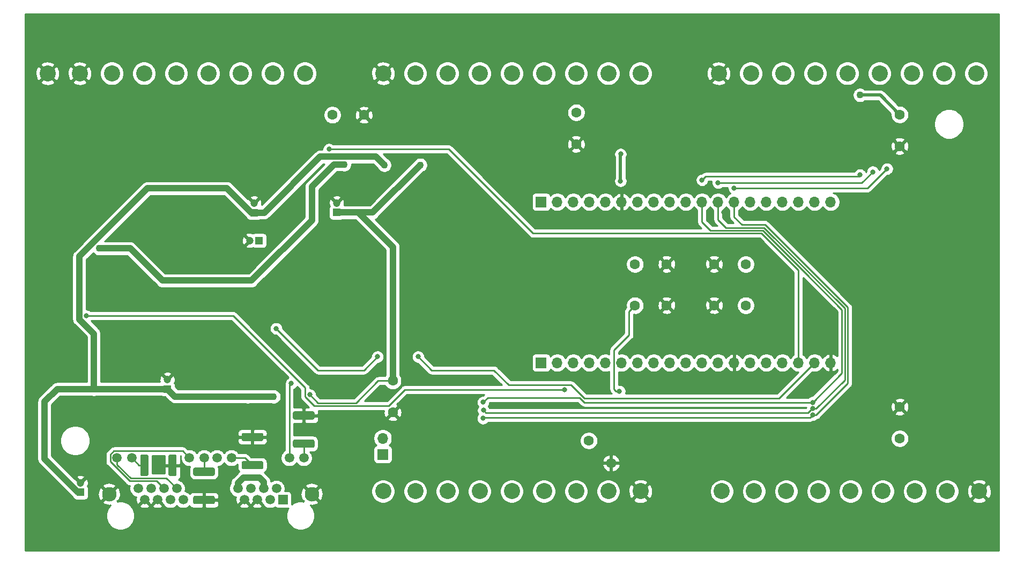
<source format=gbl>
%TF.GenerationSoftware,KiCad,Pcbnew,(5.1.12)-1*%
%TF.CreationDate,2023-04-30T22:07:06+02:00*%
%TF.ProjectId,roomcontroller,726f6f6d-636f-46e7-9472-6f6c6c65722e,rev?*%
%TF.SameCoordinates,Original*%
%TF.FileFunction,Copper,L2,Bot*%
%TF.FilePolarity,Positive*%
%FSLAX46Y46*%
G04 Gerber Fmt 4.6, Leading zero omitted, Abs format (unit mm)*
G04 Created by KiCad (PCBNEW (5.1.12)-1) date 2023-04-30 22:07:06*
%MOMM*%
%LPD*%
G01*
G04 APERTURE LIST*
%TA.AperFunction,ComponentPad*%
%ADD10O,1.700000X1.700000*%
%TD*%
%TA.AperFunction,ComponentPad*%
%ADD11R,1.700000X1.700000*%
%TD*%
%TA.AperFunction,ComponentPad*%
%ADD12C,1.600000*%
%TD*%
%TA.AperFunction,ComponentPad*%
%ADD13C,2.540000*%
%TD*%
%TA.AperFunction,ComponentPad*%
%ADD14C,1.200000*%
%TD*%
%TA.AperFunction,ComponentPad*%
%ADD15R,1.200000X1.200000*%
%TD*%
%TA.AperFunction,ComponentPad*%
%ADD16C,1.500000*%
%TD*%
%TA.AperFunction,ComponentPad*%
%ADD17C,2.300000*%
%TD*%
%TA.AperFunction,ComponentPad*%
%ADD18R,1.500000X1.500000*%
%TD*%
%TA.AperFunction,ViaPad*%
%ADD19C,0.800000*%
%TD*%
%TA.AperFunction,ViaPad*%
%ADD20C,1.100000*%
%TD*%
%TA.AperFunction,Conductor*%
%ADD21C,0.250000*%
%TD*%
%TA.AperFunction,Conductor*%
%ADD22C,1.000000*%
%TD*%
%TA.AperFunction,Conductor*%
%ADD23C,0.500000*%
%TD*%
%TA.AperFunction,Conductor*%
%ADD24C,0.254000*%
%TD*%
%TA.AperFunction,Conductor*%
%ADD25C,0.100000*%
%TD*%
G04 APERTURE END LIST*
%TO.P,R34,2*%
%TO.N,GND*%
%TA.AperFunction,SMDPad,CuDef*%
G36*
G01*
X52850000Y-102175000D02*
X55750000Y-102175000D01*
G75*
G02*
X56000000Y-102425000I0J-250000D01*
G01*
X56000000Y-103225000D01*
G75*
G02*
X55750000Y-103475000I-250000J0D01*
G01*
X52850000Y-103475000D01*
G75*
G02*
X52600000Y-103225000I0J250000D01*
G01*
X52600000Y-102425000D01*
G75*
G02*
X52850000Y-102175000I250000J0D01*
G01*
G37*
%TD.AperFunction*%
%TO.P,R34,1*%
%TO.N,Net-(J1-Pad21)*%
%TA.AperFunction,SMDPad,CuDef*%
G36*
G01*
X52850000Y-97725000D02*
X55750000Y-97725000D01*
G75*
G02*
X56000000Y-97975000I0J-250000D01*
G01*
X56000000Y-98775000D01*
G75*
G02*
X55750000Y-99025000I-250000J0D01*
G01*
X52850000Y-99025000D01*
G75*
G02*
X52600000Y-98775000I0J250000D01*
G01*
X52600000Y-97975000D01*
G75*
G02*
X52850000Y-97725000I250000J0D01*
G01*
G37*
%TD.AperFunction*%
%TD*%
%TO.P,R33,2*%
%TO.N,GND*%
%TA.AperFunction,SMDPad,CuDef*%
G36*
G01*
X71500000Y-90125000D02*
X68600000Y-90125000D01*
G75*
G02*
X68350000Y-89875000I0J250000D01*
G01*
X68350000Y-89075000D01*
G75*
G02*
X68600000Y-88825000I250000J0D01*
G01*
X71500000Y-88825000D01*
G75*
G02*
X71750000Y-89075000I0J-250000D01*
G01*
X71750000Y-89875000D01*
G75*
G02*
X71500000Y-90125000I-250000J0D01*
G01*
G37*
%TD.AperFunction*%
%TO.P,R33,1*%
%TO.N,Net-(J1-Pad9)*%
%TA.AperFunction,SMDPad,CuDef*%
G36*
G01*
X71500000Y-94575000D02*
X68600000Y-94575000D01*
G75*
G02*
X68350000Y-94325000I0J250000D01*
G01*
X68350000Y-93525000D01*
G75*
G02*
X68600000Y-93275000I250000J0D01*
G01*
X71500000Y-93275000D01*
G75*
G02*
X71750000Y-93525000I0J-250000D01*
G01*
X71750000Y-94325000D01*
G75*
G02*
X71500000Y-94575000I-250000J0D01*
G01*
G37*
%TD.AperFunction*%
%TD*%
%TO.P,R32,2*%
%TO.N,GND*%
%TA.AperFunction,SMDPad,CuDef*%
G36*
G01*
X48675000Y-98800000D02*
X48675000Y-95900000D01*
G75*
G02*
X48925000Y-95650000I250000J0D01*
G01*
X49725000Y-95650000D01*
G75*
G02*
X49975000Y-95900000I0J-250000D01*
G01*
X49975000Y-98800000D01*
G75*
G02*
X49725000Y-99050000I-250000J0D01*
G01*
X48925000Y-99050000D01*
G75*
G02*
X48675000Y-98800000I0J250000D01*
G01*
G37*
%TD.AperFunction*%
%TO.P,R32,1*%
%TO.N,Net-(J1-Pad23)*%
%TA.AperFunction,SMDPad,CuDef*%
G36*
G01*
X44225000Y-98800000D02*
X44225000Y-95900000D01*
G75*
G02*
X44475000Y-95650000I250000J0D01*
G01*
X45275000Y-95650000D01*
G75*
G02*
X45525000Y-95900000I0J-250000D01*
G01*
X45525000Y-98800000D01*
G75*
G02*
X45275000Y-99050000I-250000J0D01*
G01*
X44475000Y-99050000D01*
G75*
G02*
X44225000Y-98800000I0J250000D01*
G01*
G37*
%TD.AperFunction*%
%TD*%
%TO.P,R31,2*%
%TO.N,Net-(J1-Pad11)*%
%TA.AperFunction,SMDPad,CuDef*%
G36*
G01*
X60500000Y-96675000D02*
X63400000Y-96675000D01*
G75*
G02*
X63650000Y-96925000I0J-250000D01*
G01*
X63650000Y-97725000D01*
G75*
G02*
X63400000Y-97975000I-250000J0D01*
G01*
X60500000Y-97975000D01*
G75*
G02*
X60250000Y-97725000I0J250000D01*
G01*
X60250000Y-96925000D01*
G75*
G02*
X60500000Y-96675000I250000J0D01*
G01*
G37*
%TD.AperFunction*%
%TO.P,R31,1*%
%TO.N,GND*%
%TA.AperFunction,SMDPad,CuDef*%
G36*
G01*
X60500000Y-92225000D02*
X63400000Y-92225000D01*
G75*
G02*
X63650000Y-92475000I0J-250000D01*
G01*
X63650000Y-93275000D01*
G75*
G02*
X63400000Y-93525000I-250000J0D01*
G01*
X60500000Y-93525000D01*
G75*
G02*
X60250000Y-93275000I0J250000D01*
G01*
X60250000Y-92475000D01*
G75*
G02*
X60500000Y-92225000I250000J0D01*
G01*
G37*
%TD.AperFunction*%
%TD*%
D10*
%TO.P,ESP1,22*%
%TO.N,Net-(ESP1-Pad22)*%
X112620000Y-55750000D03*
%TO.P,ESP1,23*%
%TO.N,Net-(ESP1-Pad23)*%
X115160000Y-55750000D03*
D11*
%TO.P,ESP1,20*%
%TO.N,Net-(ESP1-Pad20)*%
X107540000Y-55750000D03*
D10*
%TO.P,ESP1,25*%
%TO.N,GND*%
X120240000Y-55750000D03*
%TO.P,ESP1,28*%
%TO.N,LP-LSD2*%
X127860000Y-55750000D03*
%TO.P,ESP1,21*%
%TO.N,Net-(ESP1-Pad21)*%
X110080000Y-55750000D03*
%TO.P,ESP1,24*%
%TO.N,LP-LSD5*%
X117700000Y-55750000D03*
%TO.P,ESP1,26*%
%TO.N,LP-LSD4*%
X122780000Y-55750000D03*
%TO.P,ESP1,29*%
%TO.N,LP-LSD1*%
X130400000Y-55750000D03*
%TO.P,ESP1,27*%
%TO.N,LP-LSD3*%
X125320000Y-55750000D03*
%TO.P,ESP1,33*%
%TO.N,Y4*%
X140560000Y-55750000D03*
%TO.P,ESP1,30*%
%TO.N,S2*%
X132940000Y-55750000D03*
%TO.P,ESP1,37*%
%TO.N,Net-(ESP1-Pad37)*%
X150720000Y-55750000D03*
%TO.P,ESP1,31*%
%TO.N,S1*%
X135480000Y-55750000D03*
%TO.P,ESP1,38*%
%TO.N,+3V3*%
X153260000Y-55750000D03*
%TO.P,ESP1,34*%
%TO.N,Y3*%
X143100000Y-55750000D03*
%TO.P,ESP1,32*%
%TO.N,S0*%
X138020000Y-55750000D03*
%TO.P,ESP1,35*%
%TO.N,Y2*%
X145640000Y-55750000D03*
%TO.P,ESP1,36*%
%TO.N,Y1*%
X148180000Y-55750000D03*
%TO.P,ESP1,3*%
%TO.N,Net-(ESP1-Pad3)*%
X112620000Y-81150000D03*
%TO.P,ESP1,4*%
%TO.N,Net-(ESP1-Pad4)*%
X115160000Y-81150000D03*
D11*
%TO.P,ESP1,1*%
%TO.N,Net-(ESP1-Pad1)*%
X107540000Y-81150000D03*
D10*
%TO.P,ESP1,6*%
%TO.N,Net-(ESP1-Pad6)*%
X120240000Y-81150000D03*
%TO.P,ESP1,9*%
%TO.N,MB_TX_U2*%
X127860000Y-81150000D03*
%TO.P,ESP1,2*%
%TO.N,Net-(ESP1-Pad2)*%
X110080000Y-81150000D03*
%TO.P,ESP1,5*%
%TO.N,Net-(ESP1-Pad5)*%
X117700000Y-81150000D03*
%TO.P,ESP1,7*%
%TO.N,CAN_RX*%
X122780000Y-81150000D03*
%TO.P,ESP1,10*%
%TO.N,CAN_TX*%
X130400000Y-81150000D03*
%TO.P,ESP1,8*%
%TO.N,MB_RX_U2*%
X125320000Y-81150000D03*
%TO.P,ESP1,14*%
%TO.N,MB_DIR_CTRL_U0*%
X140560000Y-81150000D03*
%TO.P,ESP1,11*%
%TO.N,Net-(ESP1-Pad11)*%
X132940000Y-81150000D03*
%TO.P,ESP1,18*%
%TO.N,MB_DIR_CTRL_U2*%
X150720000Y-81150000D03*
%TO.P,ESP1,12*%
%TO.N,Net-(ESP1-Pad12)*%
X135480000Y-81150000D03*
%TO.P,ESP1,19*%
%TO.N,GND*%
X153260000Y-81150000D03*
%TO.P,ESP1,15*%
%TO.N,MB_RX_U0*%
X143100000Y-81150000D03*
%TO.P,ESP1,13*%
%TO.N,GND*%
X138020000Y-81150000D03*
%TO.P,ESP1,16*%
%TO.N,MB_TX_U0*%
X145640000Y-81150000D03*
%TO.P,ESP1,17*%
%TO.N,LP-LSD6*%
X148180000Y-81150000D03*
%TD*%
D12*
%TO.P,C16,2*%
%TO.N,+3V3*%
X115064466Y-93464466D03*
%TO.P,C16,1*%
%TO.N,GND*%
X118600000Y-97000000D03*
%TD*%
%TO.P,C15,2*%
%TO.N,+3V3*%
X164170000Y-93120000D03*
%TO.P,C15,1*%
%TO.N,GND*%
X164170000Y-88120000D03*
%TD*%
%TO.P,C13,2*%
%TO.N,+3V3*%
X113070000Y-41610000D03*
%TO.P,C13,1*%
%TO.N,GND*%
X113070000Y-46610000D03*
%TD*%
D13*
%TO.P,J6,9*%
%TO.N,GND*%
X176720000Y-101450000D03*
%TO.P,J6,8*%
%TO.N,4_I0*%
X171640000Y-101450000D03*
%TO.P,J6,7*%
%TO.N,4_I1*%
X166560000Y-101450000D03*
%TO.P,J6,6*%
%TO.N,4_I2*%
X161480000Y-101450000D03*
%TO.P,J6,5*%
%TO.N,4_I3*%
X156400000Y-101450000D03*
%TO.P,J6,4*%
%TO.N,4_I4*%
X151320000Y-101450000D03*
%TO.P,J6,3*%
%TO.N,4_I5*%
X146240000Y-101450000D03*
%TO.P,J6,2*%
%TO.N,4_I6*%
X141160000Y-101450000D03*
%TO.P,J6,1*%
%TO.N,4_I7*%
X136080000Y-101450000D03*
%TD*%
%TO.P,J5,9*%
%TO.N,GND*%
X123220000Y-101450000D03*
%TO.P,J5,8*%
%TO.N,3_I0*%
X118140000Y-101450000D03*
%TO.P,J5,7*%
%TO.N,3_I1*%
X113060000Y-101450000D03*
%TO.P,J5,6*%
%TO.N,3_I2*%
X107980000Y-101450000D03*
%TO.P,J5,5*%
%TO.N,3_I3*%
X102900000Y-101450000D03*
%TO.P,J5,4*%
%TO.N,3_I4*%
X97820000Y-101450000D03*
%TO.P,J5,3*%
%TO.N,3_I5*%
X92740000Y-101450000D03*
%TO.P,J5,2*%
%TO.N,3_I6*%
X87660000Y-101450000D03*
%TO.P,J5,1*%
%TO.N,3_I7*%
X82580000Y-101450000D03*
%TD*%
%TO.P,J2,9*%
%TO.N,GND*%
X135580000Y-35450000D03*
%TO.P,J2,8*%
%TO.N,1_I0*%
X140660000Y-35450000D03*
%TO.P,J2,7*%
%TO.N,1_I1*%
X145740000Y-35450000D03*
%TO.P,J2,6*%
%TO.N,1_I2*%
X150820000Y-35450000D03*
%TO.P,J2,5*%
%TO.N,1_I3*%
X155900000Y-35450000D03*
%TO.P,J2,4*%
%TO.N,1_I4*%
X160980000Y-35450000D03*
%TO.P,J2,3*%
%TO.N,1_I5*%
X166060000Y-35450000D03*
%TO.P,J2,2*%
%TO.N,1_I6*%
X171140000Y-35450000D03*
%TO.P,J2,1*%
%TO.N,1_I7*%
X176220000Y-35450000D03*
%TD*%
%TO.P,J4,4*%
%TO.N,2_I4*%
X107980000Y-35450000D03*
%TO.P,J4,3*%
%TO.N,2_I5*%
X113060000Y-35450000D03*
%TO.P,J4,2*%
%TO.N,2_I6*%
X118140000Y-35450000D03*
%TO.P,J4,1*%
%TO.N,2_I7*%
X123220000Y-35450000D03*
%TO.P,J4,9*%
%TO.N,GND*%
X82580000Y-35450000D03*
%TO.P,J4,8*%
%TO.N,2_I0*%
X87660000Y-35450000D03*
%TO.P,J4,7*%
%TO.N,2_I1*%
X92740000Y-35450000D03*
%TO.P,J4,6*%
%TO.N,2_I2*%
X97820000Y-35450000D03*
%TO.P,J4,5*%
%TO.N,2_I3*%
X102900000Y-35450000D03*
%TD*%
%TO.P,J3,4*%
%TO.N,Net-(J3-Pad4)*%
X54980000Y-35450000D03*
%TO.P,J3,3*%
%TO.N,Net-(J3-Pad3)*%
X60060000Y-35450000D03*
%TO.P,J3,2*%
%TO.N,Net-(J3-Pad2)*%
X65140000Y-35450000D03*
%TO.P,J3,1*%
%TO.N,Net-(C11-Pad2)*%
X70220000Y-35450000D03*
%TO.P,J3,9*%
%TO.N,GND*%
X29580000Y-35450000D03*
%TO.P,J3,8*%
X34660000Y-35450000D03*
%TO.P,J3,7*%
%TO.N,Net-(J3-Pad7)*%
X39740000Y-35450000D03*
%TO.P,J3,6*%
%TO.N,Net-(J3-Pad6)*%
X44820000Y-35450000D03*
%TO.P,J3,5*%
%TO.N,Net-(J3-Pad5)*%
X49900000Y-35450000D03*
%TD*%
D14*
%TO.P,C2,2*%
%TO.N,GND*%
X48500000Y-83800000D03*
D15*
%TO.P,C2,1*%
%TO.N,+5V*%
X48500000Y-85300000D03*
%TD*%
D14*
%TO.P,C17,2*%
%TO.N,GND*%
X34800000Y-100100000D03*
D15*
%TO.P,C17,1*%
%TO.N,+5V*%
X34800000Y-101600000D03*
%TD*%
D14*
%TO.P,C6,2*%
%TO.N,GND*%
X61500000Y-61840000D03*
D15*
%TO.P,C6,1*%
%TO.N,+3V3*%
X63000000Y-61840000D03*
%TD*%
D14*
%TO.P,C5,2*%
%TO.N,GND*%
X75240000Y-55920000D03*
D15*
%TO.P,C5,1*%
%TO.N,+3V3*%
X75240000Y-57420000D03*
%TD*%
D14*
%TO.P,C3,2*%
%TO.N,GND*%
X62200000Y-55940000D03*
D15*
%TO.P,C3,1*%
%TO.N,+5V*%
X62200000Y-57440000D03*
%TD*%
D12*
%TO.P,C14,2*%
%TO.N,+3V3*%
X164170000Y-41950000D03*
%TO.P,C14,1*%
%TO.N,GND*%
X164170000Y-46950000D03*
%TD*%
%TO.P,C12,2*%
%TO.N,+3V3*%
X84100000Y-84000000D03*
%TO.P,C12,1*%
%TO.N,GND*%
X84100000Y-89000000D03*
%TD*%
%TO.P,C11,2*%
%TO.N,Net-(C11-Pad2)*%
X74560000Y-42010000D03*
%TO.P,C11,1*%
%TO.N,GND*%
X79560000Y-42010000D03*
%TD*%
%TO.P,C10,2*%
%TO.N,Y1*%
X139860000Y-72080000D03*
%TO.P,C10,1*%
%TO.N,GND*%
X134860000Y-72080000D03*
%TD*%
%TO.P,C9,2*%
%TO.N,Y2*%
X139860000Y-65580000D03*
%TO.P,C9,1*%
%TO.N,GND*%
X134860000Y-65580000D03*
%TD*%
%TO.P,C8,2*%
%TO.N,Y3*%
X122360000Y-72080000D03*
%TO.P,C8,1*%
%TO.N,GND*%
X127360000Y-72080000D03*
%TD*%
%TO.P,C7,2*%
%TO.N,GND*%
X127360000Y-65580000D03*
%TO.P,C7,1*%
%TO.N,Y4*%
X122360000Y-65580000D03*
%TD*%
D10*
%TO.P,120R_enable1,2*%
%TO.N,Net-(120R_enable1-Pad2)*%
X82530000Y-93070000D03*
D11*
%TO.P,120R_enable1,1*%
%TO.N,CAN_L*%
X82530000Y-95610000D03*
%TD*%
D16*
%TO.P,J1,19*%
%TO.N,GND*%
X44904000Y-102770000D03*
%TO.P,J1,18*%
%TO.N,Net-(J1-Pad18)*%
X45920000Y-100990000D03*
%TO.P,J1,17*%
%TO.N,GND*%
X46936000Y-102770000D03*
%TO.P,J1,16*%
%TO.N,MB_B_0-*%
X47952000Y-100990000D03*
%TO.P,J1,20*%
%TO.N,Net-(J1-Pad20)*%
X43888000Y-100990000D03*
%TO.P,J1,13*%
%TO.N,MB_A_2+*%
X51000000Y-102770000D03*
%TO.P,J1,14*%
%TO.N,MB_B_2-*%
X49984000Y-100990000D03*
%TO.P,J1,15*%
%TO.N,MB_A_0+*%
X48968000Y-102770000D03*
%TO.P,J1,21*%
%TO.N,Net-(J1-Pad21)*%
X54300000Y-96170000D03*
%TO.P,J1,24*%
%TO.N,MB_B_2-*%
X40580000Y-96170000D03*
%TO.P,J1,23*%
%TO.N,Net-(J1-Pad23)*%
X42870000Y-96170000D03*
%TO.P,J1,22*%
%TO.N,MB_B_0-*%
X52010000Y-96170000D03*
%TO.P,J1,12*%
%TO.N,CAN_TX*%
X56330000Y-96170000D03*
%TO.P,J1,11*%
%TO.N,Net-(J1-Pad11)*%
X58620000Y-96170000D03*
%TO.P,J1,10*%
%TO.N,CAN_RX*%
X67760000Y-96170000D03*
%TO.P,J1,9*%
%TO.N,Net-(J1-Pad9)*%
X70050000Y-96170000D03*
D17*
%TO.P,J1,SH*%
%TO.N,GND*%
X71320000Y-101880000D03*
X39320000Y-101880000D03*
D16*
%TO.P,J1,8*%
%TO.N,+12V*%
X59638000Y-100990000D03*
%TO.P,J1,6*%
%TO.N,Net-(J1-Pad6)*%
X61670000Y-100990000D03*
%TO.P,J1,4*%
%TO.N,+12V*%
X63702000Y-100990000D03*
%TO.P,J1,2*%
%TO.N,CAN_L*%
X65734000Y-100990000D03*
%TO.P,J1,7*%
%TO.N,GND*%
X60654000Y-102770000D03*
%TO.P,J1,5*%
X62686000Y-102770000D03*
%TO.P,J1,3*%
%TO.N,Net-(J1-Pad3)*%
X64718000Y-102770000D03*
D18*
%TO.P,J1,1*%
%TO.N,CAN_H*%
X66750000Y-102770000D03*
%TD*%
D19*
%TO.N,GND*%
X28400000Y-60400000D03*
X30400000Y-60400000D03*
X32400000Y-60400000D03*
X34400000Y-60400000D03*
X34400000Y-58400000D03*
X32400000Y-58400000D03*
X28400000Y-58400000D03*
X30400000Y-58400000D03*
X34400000Y-56400000D03*
X32400000Y-56400000D03*
X30400000Y-56400000D03*
X28400000Y-56400000D03*
X34400000Y-54400000D03*
X32400000Y-54400000D03*
X30400000Y-54400000D03*
X28400000Y-54400000D03*
X34400000Y-52400000D03*
X32400000Y-52400000D03*
X30400000Y-52400000D03*
X28400000Y-52400000D03*
X125400000Y-95400000D03*
X128400000Y-95400000D03*
X131400000Y-95400000D03*
X134400000Y-95400000D03*
X137400000Y-95400000D03*
X91400000Y-98400000D03*
X93400000Y-96400000D03*
X95400000Y-94400000D03*
X95400000Y-99400000D03*
X99400000Y-99400000D03*
X110400000Y-99400000D03*
X114400000Y-99400000D03*
X112400000Y-97400000D03*
X110400000Y-95400000D03*
X105400000Y-102400000D03*
X95400000Y-39400000D03*
X96400000Y-41400000D03*
X95400000Y-37400000D03*
X88400000Y-38400000D03*
X90400000Y-40400000D03*
X103400000Y-39400000D03*
X103400000Y-43400000D03*
X109400000Y-38400000D03*
X110400000Y-33400000D03*
X115400000Y-33400000D03*
X120400000Y-33400000D03*
X120400000Y-38400000D03*
X123400000Y-39400000D03*
X123400000Y-47900000D03*
X127400000Y-47900000D03*
X132400000Y-47900000D03*
X137400000Y-47900000D03*
X140400000Y-49400000D03*
X126400000Y-58400000D03*
X123400000Y-58400000D03*
X129400000Y-58400000D03*
X144400000Y-77400000D03*
X142400000Y-76400000D03*
X124400000Y-83000000D03*
X127400000Y-83000000D03*
X143400000Y-96400000D03*
X148400000Y-99400000D03*
X155400000Y-95400000D03*
X155400000Y-92400000D03*
X158400000Y-99400000D03*
X167400000Y-99400000D03*
X31400000Y-78400000D03*
X34400000Y-78400000D03*
X50400000Y-51400000D03*
X54400000Y-51400000D03*
X68400000Y-64400000D03*
X134400000Y-57400000D03*
X136400000Y-57400000D03*
X53800000Y-91050000D03*
X72400000Y-86000000D03*
X121000000Y-99200000D03*
X111000000Y-92400000D03*
X153400000Y-75600000D03*
X157600000Y-75600000D03*
X36800000Y-70400000D03*
X32400000Y-70400000D03*
X94000000Y-56000000D03*
X99200000Y-51600000D03*
X78740000Y-76200000D03*
X81280000Y-76200000D03*
X86360000Y-76200000D03*
X91440000Y-76200000D03*
X96520000Y-76200000D03*
X101600000Y-76200000D03*
X106680000Y-76200000D03*
X111760000Y-76200000D03*
X172720000Y-33020000D03*
X167640000Y-33020000D03*
X162560000Y-33020000D03*
X144780000Y-83820000D03*
X142240000Y-83820000D03*
X108900000Y-87900000D03*
X112150000Y-87900000D03*
X152150000Y-98900000D03*
X164150000Y-102400000D03*
X141150000Y-98900000D03*
D20*
%TO.N,+12V*%
X37737500Y-63077500D03*
X76430000Y-49840000D03*
%TO.N,+5V*%
X82765000Y-49905000D03*
X65300000Y-86500000D03*
X61200000Y-86500000D03*
X36900000Y-85300000D03*
D19*
%TO.N,S2*%
X157900000Y-51470000D03*
X132940000Y-52290000D03*
X98370000Y-87385000D03*
X150400000Y-87400000D03*
%TO.N,S1*%
X159910000Y-51000000D03*
X135480000Y-52740000D03*
X98420000Y-88655000D03*
X150400000Y-88400000D03*
D20*
%TO.N,+3V3*%
X88455000Y-49905000D03*
X157885000Y-38875000D03*
D19*
X71000000Y-86200000D03*
%TO.N,Y3*%
X119900000Y-85650000D03*
%TO.N,S0*%
X162160000Y-50510000D03*
X138020000Y-53560000D03*
X98350000Y-89925000D03*
X150400000Y-89400000D03*
%TO.N,Y2*%
X120070000Y-52450000D03*
X120090000Y-48190000D03*
%TO.N,CAN_RX*%
X68090000Y-84400000D03*
%TO.N,LP-LSD6*%
X74030000Y-47420000D03*
%TO.N,MB_DIR_CTRL_U0*%
X35700000Y-73750000D03*
X111200000Y-85400000D03*
%TO.N,MB_DIR_CTRL_U2*%
X65695000Y-75735000D03*
X88100000Y-80200000D03*
X81700000Y-80200000D03*
%TD*%
D21*
%TO.N,Net-(J1-Pad9)*%
X70050000Y-96170000D02*
X69700000Y-96520000D01*
X69742500Y-96477500D02*
X70050000Y-96170000D01*
X70050000Y-96170000D02*
X70050000Y-93925000D01*
D22*
%TO.N,+12V*%
X59638000Y-100990000D02*
X59638000Y-100122000D01*
X59638000Y-100122000D02*
X60480000Y-99280000D01*
X63702000Y-99929340D02*
X63702000Y-100990000D01*
X63052660Y-99280000D02*
X63702000Y-99929340D01*
X60480000Y-99280000D02*
X63052660Y-99280000D01*
X37737500Y-63077500D02*
X42617500Y-63077500D01*
X42617500Y-63077500D02*
X47710000Y-68170000D01*
X47710000Y-68170000D02*
X61800000Y-68170000D01*
X61800000Y-68170000D02*
X71330000Y-58640000D01*
X71330000Y-58640000D02*
X71330000Y-53340000D01*
X71330000Y-53340000D02*
X74830000Y-49840000D01*
X74830000Y-49840000D02*
X76430000Y-49840000D01*
X76430000Y-49840000D02*
X76430000Y-49840000D01*
%TO.N,+5V*%
X63800000Y-57440000D02*
X62200000Y-57440000D01*
X72650001Y-48589999D02*
X63800000Y-57440000D01*
X81449999Y-48589999D02*
X72650001Y-48589999D01*
X82765000Y-49905000D02*
X81449999Y-48589999D01*
X65300000Y-86500000D02*
X61200000Y-86500000D01*
X61200000Y-86500000D02*
X61200000Y-86500000D01*
X49700000Y-86500000D02*
X48500000Y-85300000D01*
X61200000Y-86500000D02*
X49700000Y-86500000D01*
X48500000Y-85300000D02*
X36900000Y-85300000D01*
X36900000Y-85300000D02*
X36900000Y-85300000D01*
X34375998Y-101600000D02*
X29100000Y-96324002D01*
X34800000Y-101600000D02*
X34375998Y-101600000D01*
X29100000Y-96324002D02*
X29100000Y-87300000D01*
X31100000Y-85300000D02*
X36900000Y-85300000D01*
X29100000Y-87300000D02*
X31100000Y-85300000D01*
X34599999Y-64364999D02*
X45364998Y-53600000D01*
X34599999Y-74278001D02*
X34599999Y-64364999D01*
X36900000Y-76578002D02*
X34599999Y-74278001D01*
X36900000Y-85300000D02*
X36900000Y-76578002D01*
X61775998Y-57440000D02*
X62200000Y-57440000D01*
X57935998Y-53600000D02*
X61775998Y-57440000D01*
X45364998Y-53600000D02*
X57935998Y-53600000D01*
D23*
%TO.N,S2*%
X157900000Y-51470000D02*
X157900000Y-51470000D01*
D21*
X132940000Y-52290000D02*
X133480000Y-51750000D01*
X157620000Y-51750000D02*
X157900000Y-51470000D01*
X133480000Y-51750000D02*
X157620000Y-51750000D01*
X99100001Y-86654999D02*
X98370000Y-87385000D01*
X113610001Y-86654999D02*
X99100001Y-86654999D01*
X114355002Y-87400000D02*
X113610001Y-86654999D01*
X150400000Y-87400000D02*
X114355002Y-87400000D01*
X142536400Y-60249990D02*
X134249990Y-60249990D01*
X132940000Y-58940000D02*
X132940000Y-55750000D01*
X134249990Y-60249990D02*
X132940000Y-58940000D01*
X150400000Y-87400000D02*
X155050000Y-82750000D01*
X155050000Y-72763590D02*
X149193205Y-66906795D01*
X155050000Y-82750000D02*
X155050000Y-72763590D01*
X149193205Y-66906795D02*
X142536400Y-60249990D01*
X149355001Y-67068591D02*
X149193205Y-66906795D01*
D23*
%TO.N,S1*%
X159910000Y-51000000D02*
X159910000Y-51000000D01*
D21*
X159910000Y-51000000D02*
X158170000Y-52740000D01*
X158170000Y-52740000D02*
X135480000Y-52740000D01*
X150326998Y-88400000D02*
X150400000Y-88400000D01*
X149671999Y-89054999D02*
X150326998Y-88400000D01*
X98819999Y-89054999D02*
X149671999Y-89054999D01*
X98420000Y-88655000D02*
X98819999Y-89054999D01*
X155500009Y-83865676D02*
X155500009Y-72577189D01*
X150965685Y-88400000D02*
X155500009Y-83865676D01*
X150400000Y-88400000D02*
X150965685Y-88400000D01*
X155500009Y-72577189D02*
X142722800Y-59799980D01*
X142722800Y-59799980D02*
X136719980Y-59799980D01*
X135480000Y-58560000D02*
X135480000Y-55750000D01*
X136719980Y-59799980D02*
X135480000Y-58560000D01*
D22*
%TO.N,+3V3*%
X80940000Y-57420000D02*
X75240000Y-57420000D01*
X88455000Y-49905000D02*
X80940000Y-57420000D01*
D23*
X161095000Y-38875000D02*
X164170000Y-41950000D01*
X157885000Y-38875000D02*
X161095000Y-38875000D01*
D21*
X81800000Y-84000000D02*
X84100000Y-84000000D01*
X78300000Y-87500000D02*
X81800000Y-84000000D01*
X72300000Y-87500000D02*
X78300000Y-87500000D01*
X71000000Y-86200000D02*
X72300000Y-87500000D01*
D22*
X78664002Y-57420000D02*
X75240000Y-57420000D01*
X84100000Y-62855998D02*
X78664002Y-57420000D01*
X84100000Y-84000000D02*
X84100000Y-62855998D01*
D21*
%TO.N,Y3*%
X121415001Y-73024999D02*
X122360000Y-72080000D01*
X121415001Y-76784999D02*
X121415001Y-73024999D01*
X119064999Y-79135001D02*
X121415001Y-76784999D01*
X119064999Y-85314999D02*
X119064999Y-79135001D01*
X119400000Y-85650000D02*
X119064999Y-85314999D01*
X119900000Y-85650000D02*
X119400000Y-85650000D01*
D23*
%TO.N,S0*%
X162160000Y-50510000D02*
X162160000Y-50510000D01*
D21*
X159110000Y-53560000D02*
X162160000Y-50510000D01*
X138020000Y-53560000D02*
X159110000Y-53560000D01*
X98475001Y-89799999D02*
X98350000Y-89925000D01*
X150000001Y-89799999D02*
X98475001Y-89799999D01*
X150400000Y-89400000D02*
X150000001Y-89799999D01*
X138020000Y-55750000D02*
X138020000Y-58110000D01*
X142909201Y-59349971D02*
X155950019Y-72390789D01*
X139259970Y-59349970D02*
X142909201Y-59349971D01*
X138020000Y-58110000D02*
X139259970Y-59349970D01*
X150965685Y-89400000D02*
X150400000Y-89400000D01*
X155950018Y-84415667D02*
X150965685Y-89400000D01*
X155950019Y-72390789D02*
X155950018Y-84415667D01*
D23*
%TO.N,Y2*%
X120070000Y-48210000D02*
X120090000Y-48190000D01*
X120070000Y-52450000D02*
X120070000Y-48210000D01*
D21*
%TO.N,CAN_RX*%
X67760000Y-96170000D02*
X67760000Y-84730000D01*
X67760000Y-84730000D02*
X68090000Y-84400000D01*
X68090000Y-84400000D02*
X68090000Y-84400000D01*
%TO.N,Net-(J1-Pad21)*%
X54300000Y-96170000D02*
X54300000Y-98375000D01*
%TO.N,Net-(J1-Pad23)*%
X44050000Y-97350000D02*
X42870000Y-96170000D01*
X44875000Y-97350000D02*
X44050000Y-97350000D01*
%TO.N,Net-(J1-Pad11)*%
X60795000Y-96170000D02*
X61950000Y-97325000D01*
X58620000Y-96170000D02*
X60795000Y-96170000D01*
%TO.N,LP-LSD6*%
X142350000Y-60700000D02*
X148180000Y-66530000D01*
X106230000Y-60700000D02*
X142350000Y-60700000D01*
X148180000Y-66530000D02*
X148180000Y-81150000D01*
X92950000Y-47420000D02*
X106230000Y-60700000D01*
X74030000Y-47420000D02*
X92950000Y-47420000D01*
%TO.N,MB_DIR_CTRL_U0*%
X83484988Y-87950010D02*
X86034998Y-85400000D01*
X71677008Y-87950010D02*
X83484988Y-87950010D01*
X70274999Y-86548001D02*
X71677008Y-87950010D01*
X70274999Y-85097999D02*
X70274999Y-86548001D01*
X58927000Y-73750000D02*
X70274999Y-85097999D01*
X35700000Y-73750000D02*
X58927000Y-73750000D01*
X86034998Y-85400000D02*
X111200000Y-85400000D01*
X111200000Y-85400000D02*
X111200000Y-85400000D01*
%TO.N,MB_DIR_CTRL_U2*%
X65695000Y-75735000D02*
X65660000Y-75700000D01*
X145084999Y-86785001D02*
X150720000Y-81150000D01*
X88100000Y-80200000D02*
X88100000Y-80200000D01*
X81700000Y-80200000D02*
X81700000Y-80200000D01*
X79574999Y-82325001D02*
X81700000Y-80200000D01*
X114376413Y-86785001D02*
X145084999Y-86785001D01*
X72285001Y-82325001D02*
X79574999Y-82325001D01*
X65695000Y-75735000D02*
X72285001Y-82325001D01*
X88100000Y-80200000D02*
X90225001Y-82325001D01*
X90225001Y-82325001D02*
X100075001Y-82325001D01*
X112266411Y-84674999D02*
X114376413Y-86785001D01*
X102424999Y-84674999D02*
X112266411Y-84674999D01*
X100075001Y-82325001D02*
X102424999Y-84674999D01*
%TO.N,MB_B_0-*%
X50934999Y-95094999D02*
X52010000Y-96170000D01*
X40063999Y-95094999D02*
X50934999Y-95094999D01*
X39504999Y-95653999D02*
X40063999Y-95094999D01*
X39504999Y-96792069D02*
X39504999Y-95653999D01*
X42537949Y-99825019D02*
X39504999Y-96792069D01*
X46787019Y-99825019D02*
X42537949Y-99825019D01*
X47952000Y-100990000D02*
X46787019Y-99825019D01*
%TO.N,MB_B_2-*%
X48369010Y-99375010D02*
X49984000Y-100990000D01*
X42724350Y-99375010D02*
X48369010Y-99375010D01*
X40580000Y-97230660D02*
X42724350Y-99375010D01*
X40580000Y-96170000D02*
X40580000Y-97230660D01*
%TD*%
D24*
%TO.N,GND*%
X179840001Y-110840000D02*
X26060000Y-110840000D01*
X26060000Y-103122349D01*
X38257256Y-103122349D01*
X38371118Y-103402090D01*
X38686296Y-103557961D01*
X39025826Y-103649349D01*
X39376661Y-103672741D01*
X39554322Y-103649556D01*
X39334544Y-103869334D01*
X39087214Y-104239489D01*
X38916851Y-104650782D01*
X38830000Y-105087409D01*
X38830000Y-105532591D01*
X38916851Y-105969218D01*
X39087214Y-106380511D01*
X39334544Y-106750666D01*
X39649334Y-107065456D01*
X40019489Y-107312786D01*
X40430782Y-107483149D01*
X40867409Y-107570000D01*
X41312591Y-107570000D01*
X41749218Y-107483149D01*
X42160511Y-107312786D01*
X42530666Y-107065456D01*
X42845456Y-106750666D01*
X43092786Y-106380511D01*
X43263149Y-105969218D01*
X43350000Y-105532591D01*
X43350000Y-105087409D01*
X43263149Y-104650782D01*
X43092786Y-104239489D01*
X42845456Y-103869334D01*
X42703115Y-103726993D01*
X44126612Y-103726993D01*
X44192137Y-103965860D01*
X44439116Y-104081760D01*
X44703960Y-104147250D01*
X44976492Y-104159812D01*
X45246238Y-104118965D01*
X45502832Y-104026277D01*
X45615863Y-103965860D01*
X45681388Y-103726993D01*
X46158612Y-103726993D01*
X46224137Y-103965860D01*
X46471116Y-104081760D01*
X46735960Y-104147250D01*
X47008492Y-104159812D01*
X47278238Y-104118965D01*
X47534832Y-104026277D01*
X47647863Y-103965860D01*
X47713388Y-103726993D01*
X46936000Y-102949605D01*
X46158612Y-103726993D01*
X45681388Y-103726993D01*
X44904000Y-102949605D01*
X44126612Y-103726993D01*
X42703115Y-103726993D01*
X42530666Y-103554544D01*
X42160511Y-103307214D01*
X41749218Y-103136851D01*
X41312591Y-103050000D01*
X40867409Y-103050000D01*
X40640601Y-103095115D01*
X40677662Y-103058054D01*
X40562351Y-102942743D01*
X40842090Y-102828882D01*
X40997961Y-102513704D01*
X41089349Y-102174174D01*
X41112741Y-101823339D01*
X41067240Y-101474681D01*
X40954594Y-101141600D01*
X40842090Y-100931118D01*
X40562349Y-100817256D01*
X39499605Y-101880000D01*
X39513748Y-101894143D01*
X39334143Y-102073748D01*
X39320000Y-102059605D01*
X38257256Y-103122349D01*
X26060000Y-103122349D01*
X26060000Y-87300000D01*
X27959509Y-87300000D01*
X27965001Y-87355761D01*
X27965000Y-96268250D01*
X27959509Y-96324002D01*
X27965000Y-96379753D01*
X27981423Y-96546500D01*
X28046324Y-96760448D01*
X28151716Y-96957625D01*
X28293551Y-97130451D01*
X28336865Y-97165998D01*
X33534007Y-102363141D01*
X33569549Y-102406449D01*
X33608832Y-102438688D01*
X33610498Y-102444180D01*
X33669463Y-102554494D01*
X33748815Y-102651185D01*
X33845506Y-102730537D01*
X33955820Y-102789502D01*
X34075518Y-102825812D01*
X34200000Y-102838072D01*
X35400000Y-102838072D01*
X35524482Y-102825812D01*
X35644180Y-102789502D01*
X35754494Y-102730537D01*
X35851185Y-102651185D01*
X35930537Y-102554494D01*
X35989502Y-102444180D01*
X36025812Y-102324482D01*
X36038072Y-102200000D01*
X36038072Y-101936661D01*
X37527259Y-101936661D01*
X37572760Y-102285319D01*
X37685406Y-102618400D01*
X37797910Y-102828882D01*
X38077651Y-102942744D01*
X39140395Y-101880000D01*
X38077651Y-100817256D01*
X37797910Y-100931118D01*
X37642039Y-101246296D01*
X37550651Y-101585826D01*
X37527259Y-101936661D01*
X36038072Y-101936661D01*
X36038072Y-101000000D01*
X36025812Y-100875518D01*
X35989502Y-100755820D01*
X35930537Y-100645506D01*
X35924091Y-100637651D01*
X38257256Y-100637651D01*
X39320000Y-101700395D01*
X40382744Y-100637651D01*
X40268882Y-100357910D01*
X39953704Y-100202039D01*
X39614174Y-100110651D01*
X39263339Y-100087259D01*
X38914681Y-100132760D01*
X38581600Y-100245406D01*
X38371118Y-100357910D01*
X38257256Y-100637651D01*
X35924091Y-100637651D01*
X35916432Y-100628319D01*
X35974237Y-100501484D01*
X36030000Y-100264687D01*
X36038495Y-100021562D01*
X35999395Y-99781451D01*
X35914202Y-99553582D01*
X35873348Y-99477148D01*
X35649764Y-99429841D01*
X34979605Y-100100000D01*
X34993748Y-100114143D01*
X34814143Y-100293748D01*
X34800000Y-100279605D01*
X34785858Y-100293748D01*
X34606253Y-100114143D01*
X34620395Y-100100000D01*
X33950236Y-99429841D01*
X33835291Y-99454162D01*
X33631365Y-99250236D01*
X34129841Y-99250236D01*
X34800000Y-99920395D01*
X35470159Y-99250236D01*
X35422852Y-99026652D01*
X35201484Y-98925763D01*
X34964687Y-98870000D01*
X34721562Y-98861505D01*
X34481451Y-98900605D01*
X34253582Y-98985798D01*
X34177148Y-99026652D01*
X34129841Y-99250236D01*
X33631365Y-99250236D01*
X30235000Y-95853871D01*
X30235000Y-93215098D01*
X31575000Y-93215098D01*
X31575000Y-93684902D01*
X31666654Y-94145679D01*
X31846440Y-94579721D01*
X32107450Y-94970349D01*
X32439651Y-95302550D01*
X32830279Y-95563560D01*
X33264321Y-95743346D01*
X33725098Y-95835000D01*
X34194902Y-95835000D01*
X34655679Y-95743346D01*
X34871381Y-95653999D01*
X38741323Y-95653999D01*
X38745000Y-95691331D01*
X38744999Y-96754746D01*
X38741323Y-96792069D01*
X38744999Y-96829391D01*
X38744999Y-96829401D01*
X38755996Y-96941054D01*
X38798652Y-97081675D01*
X38799453Y-97084315D01*
X38870025Y-97216345D01*
X38886644Y-97236595D01*
X38964998Y-97332070D01*
X38994002Y-97355873D01*
X41974149Y-100336021D01*
X41997948Y-100365020D01*
X42026946Y-100388818D01*
X42113672Y-100459993D01*
X42191296Y-100501484D01*
X42245702Y-100530565D01*
X42388963Y-100574022D01*
X42500616Y-100585019D01*
X42500625Y-100585019D01*
X42537948Y-100588695D01*
X42556046Y-100586913D01*
X42503000Y-100853589D01*
X42503000Y-101126411D01*
X42556225Y-101393989D01*
X42660629Y-101646043D01*
X42812201Y-101872886D01*
X43005114Y-102065799D01*
X43231957Y-102217371D01*
X43484011Y-102321775D01*
X43583240Y-102341513D01*
X43526750Y-102569960D01*
X43514188Y-102842492D01*
X43555035Y-103112238D01*
X43647723Y-103368832D01*
X43708140Y-103481863D01*
X43947007Y-103547388D01*
X44724395Y-102770000D01*
X44710253Y-102755858D01*
X44889858Y-102576253D01*
X44904000Y-102590395D01*
X44918143Y-102576253D01*
X45097748Y-102755858D01*
X45083605Y-102770000D01*
X45678188Y-103364583D01*
X45679723Y-103368832D01*
X45740140Y-103481863D01*
X45816383Y-103502778D01*
X45860993Y-103547388D01*
X45920000Y-103531201D01*
X45979007Y-103547388D01*
X46023617Y-103502778D01*
X46099860Y-103481863D01*
X46148781Y-103377614D01*
X46756395Y-102770000D01*
X46742253Y-102755858D01*
X46921858Y-102576253D01*
X46936000Y-102590395D01*
X46950143Y-102576253D01*
X47129748Y-102755858D01*
X47115605Y-102770000D01*
X47718695Y-103373090D01*
X47740629Y-103426043D01*
X47892201Y-103652886D01*
X48085114Y-103845799D01*
X48311957Y-103997371D01*
X48564011Y-104101775D01*
X48831589Y-104155000D01*
X49104411Y-104155000D01*
X49371989Y-104101775D01*
X49624043Y-103997371D01*
X49850886Y-103845799D01*
X49984000Y-103712685D01*
X50117114Y-103845799D01*
X50343957Y-103997371D01*
X50596011Y-104101775D01*
X50863589Y-104155000D01*
X51136411Y-104155000D01*
X51403989Y-104101775D01*
X51656043Y-103997371D01*
X51882886Y-103845799D01*
X52010267Y-103718418D01*
X52010498Y-103719180D01*
X52069463Y-103829494D01*
X52148815Y-103926185D01*
X52245506Y-104005537D01*
X52355820Y-104064502D01*
X52475518Y-104100812D01*
X52600000Y-104113072D01*
X54014250Y-104110000D01*
X54173000Y-103951250D01*
X54173000Y-102952000D01*
X54427000Y-102952000D01*
X54427000Y-103951250D01*
X54585750Y-104110000D01*
X56000000Y-104113072D01*
X56124482Y-104100812D01*
X56244180Y-104064502D01*
X56354494Y-104005537D01*
X56451185Y-103926185D01*
X56530537Y-103829494D01*
X56585325Y-103726993D01*
X59876612Y-103726993D01*
X59942137Y-103965860D01*
X60189116Y-104081760D01*
X60453960Y-104147250D01*
X60726492Y-104159812D01*
X60996238Y-104118965D01*
X61252832Y-104026277D01*
X61365863Y-103965860D01*
X61431388Y-103726993D01*
X61908612Y-103726993D01*
X61974137Y-103965860D01*
X62221116Y-104081760D01*
X62485960Y-104147250D01*
X62758492Y-104159812D01*
X63028238Y-104118965D01*
X63284832Y-104026277D01*
X63397863Y-103965860D01*
X63463388Y-103726993D01*
X62686000Y-102949605D01*
X61908612Y-103726993D01*
X61431388Y-103726993D01*
X60654000Y-102949605D01*
X59876612Y-103726993D01*
X56585325Y-103726993D01*
X56589502Y-103719180D01*
X56625812Y-103599482D01*
X56638072Y-103475000D01*
X56635000Y-103110750D01*
X56476250Y-102952000D01*
X54427000Y-102952000D01*
X54173000Y-102952000D01*
X54153000Y-102952000D01*
X54153000Y-102698000D01*
X54173000Y-102698000D01*
X54173000Y-101698750D01*
X54427000Y-101698750D01*
X54427000Y-102698000D01*
X56476250Y-102698000D01*
X56635000Y-102539250D01*
X56638072Y-102175000D01*
X56625812Y-102050518D01*
X56589502Y-101930820D01*
X56530537Y-101820506D01*
X56451185Y-101723815D01*
X56354494Y-101644463D01*
X56244180Y-101585498D01*
X56124482Y-101549188D01*
X56000000Y-101536928D01*
X54585750Y-101540000D01*
X54427000Y-101698750D01*
X54173000Y-101698750D01*
X54014250Y-101540000D01*
X52600000Y-101536928D01*
X52475518Y-101549188D01*
X52355820Y-101585498D01*
X52245506Y-101644463D01*
X52148815Y-101723815D01*
X52069463Y-101820506D01*
X52048468Y-101859783D01*
X51882886Y-101694201D01*
X51656043Y-101542629D01*
X51403989Y-101438225D01*
X51305562Y-101418646D01*
X51315775Y-101393989D01*
X51369000Y-101126411D01*
X51369000Y-100853589D01*
X51315775Y-100586011D01*
X51211371Y-100333957D01*
X51059799Y-100107114D01*
X50866886Y-99914201D01*
X50640043Y-99762629D01*
X50387989Y-99658225D01*
X50239435Y-99628675D01*
X50329494Y-99580537D01*
X50426185Y-99501185D01*
X50505537Y-99404494D01*
X50564502Y-99294180D01*
X50600812Y-99174482D01*
X50613072Y-99050000D01*
X50610000Y-97635750D01*
X50451250Y-97477000D01*
X49452000Y-97477000D01*
X49452000Y-97497000D01*
X49198000Y-97497000D01*
X49198000Y-97477000D01*
X48198750Y-97477000D01*
X48040000Y-97635750D01*
X48037873Y-98615010D01*
X46163072Y-98615010D01*
X46163072Y-95900000D01*
X46158640Y-95854999D01*
X48037373Y-95854999D01*
X48040000Y-97064250D01*
X48198750Y-97223000D01*
X49198000Y-97223000D01*
X49198000Y-97203000D01*
X49452000Y-97203000D01*
X49452000Y-97223000D01*
X50451250Y-97223000D01*
X50610000Y-97064250D01*
X50612627Y-95854999D01*
X50620198Y-95854999D01*
X50653833Y-95888635D01*
X50625000Y-96033589D01*
X50625000Y-96306411D01*
X50678225Y-96573989D01*
X50782629Y-96826043D01*
X50934201Y-97052886D01*
X51127114Y-97245799D01*
X51353957Y-97397371D01*
X51606011Y-97501775D01*
X51873589Y-97555000D01*
X52072369Y-97555000D01*
X52029528Y-97635150D01*
X51978992Y-97801746D01*
X51961928Y-97975000D01*
X51961928Y-98775000D01*
X51978992Y-98948254D01*
X52029528Y-99114850D01*
X52111595Y-99268386D01*
X52222038Y-99402962D01*
X52356614Y-99513405D01*
X52510150Y-99595472D01*
X52676746Y-99646008D01*
X52850000Y-99663072D01*
X55750000Y-99663072D01*
X55923254Y-99646008D01*
X56089850Y-99595472D01*
X56243386Y-99513405D01*
X56377962Y-99402962D01*
X56488405Y-99268386D01*
X56570472Y-99114850D01*
X56621008Y-98948254D01*
X56638072Y-98775000D01*
X56638072Y-97975000D01*
X56621008Y-97801746D01*
X56570472Y-97635150D01*
X56521747Y-97543993D01*
X56733989Y-97501775D01*
X56986043Y-97397371D01*
X57212886Y-97245799D01*
X57405799Y-97052886D01*
X57475000Y-96949320D01*
X57544201Y-97052886D01*
X57737114Y-97245799D01*
X57963957Y-97397371D01*
X58216011Y-97501775D01*
X58483589Y-97555000D01*
X58756411Y-97555000D01*
X59023989Y-97501775D01*
X59276043Y-97397371D01*
X59502886Y-97245799D01*
X59611928Y-97136757D01*
X59611928Y-97725000D01*
X59628992Y-97898254D01*
X59679528Y-98064850D01*
X59761595Y-98218386D01*
X59852094Y-98328660D01*
X59846377Y-98331716D01*
X59673551Y-98473551D01*
X59638008Y-98516860D01*
X58874860Y-99280009D01*
X58831552Y-99315551D01*
X58689717Y-99488377D01*
X58584324Y-99685553D01*
X58519423Y-99899501D01*
X58507401Y-100021562D01*
X58497509Y-100122000D01*
X58503000Y-100177751D01*
X58503000Y-100195714D01*
X58410629Y-100333957D01*
X58306225Y-100586011D01*
X58253000Y-100853589D01*
X58253000Y-101126411D01*
X58306225Y-101393989D01*
X58410629Y-101646043D01*
X58562201Y-101872886D01*
X58755114Y-102065799D01*
X58981957Y-102217371D01*
X59234011Y-102321775D01*
X59333240Y-102341513D01*
X59276750Y-102569960D01*
X59264188Y-102842492D01*
X59305035Y-103112238D01*
X59397723Y-103368832D01*
X59458140Y-103481863D01*
X59697007Y-103547388D01*
X60474395Y-102770000D01*
X60460253Y-102755858D01*
X60639858Y-102576253D01*
X60654000Y-102590395D01*
X60668143Y-102576253D01*
X60847748Y-102755858D01*
X60833605Y-102770000D01*
X61428188Y-103364583D01*
X61429723Y-103368832D01*
X61490140Y-103481863D01*
X61566383Y-103502778D01*
X61610993Y-103547388D01*
X61670000Y-103531201D01*
X61729007Y-103547388D01*
X61773617Y-103502778D01*
X61849860Y-103481863D01*
X61898781Y-103377614D01*
X62506395Y-102770000D01*
X62492253Y-102755858D01*
X62671858Y-102576253D01*
X62686000Y-102590395D01*
X62700143Y-102576253D01*
X62879748Y-102755858D01*
X62865605Y-102770000D01*
X63468695Y-103373090D01*
X63490629Y-103426043D01*
X63642201Y-103652886D01*
X63835114Y-103845799D01*
X64061957Y-103997371D01*
X64314011Y-104101775D01*
X64581589Y-104155000D01*
X64854411Y-104155000D01*
X65121989Y-104101775D01*
X65374043Y-103997371D01*
X65500798Y-103912676D01*
X65548815Y-103971185D01*
X65645506Y-104050537D01*
X65755820Y-104109502D01*
X65875518Y-104145812D01*
X66000000Y-104158072D01*
X67500000Y-104158072D01*
X67598069Y-104148413D01*
X67537214Y-104239489D01*
X67366851Y-104650782D01*
X67280000Y-105087409D01*
X67280000Y-105532591D01*
X67366851Y-105969218D01*
X67537214Y-106380511D01*
X67784544Y-106750666D01*
X68099334Y-107065456D01*
X68469489Y-107312786D01*
X68880782Y-107483149D01*
X69317409Y-107570000D01*
X69762591Y-107570000D01*
X70199218Y-107483149D01*
X70610511Y-107312786D01*
X70980666Y-107065456D01*
X71295456Y-106750666D01*
X71542786Y-106380511D01*
X71713149Y-105969218D01*
X71800000Y-105532591D01*
X71800000Y-105087409D01*
X71713149Y-104650782D01*
X71542786Y-104239489D01*
X71295456Y-103869334D01*
X71079018Y-103652896D01*
X71376661Y-103672741D01*
X71725319Y-103627240D01*
X72058400Y-103514594D01*
X72268882Y-103402090D01*
X72382744Y-103122349D01*
X71320000Y-102059605D01*
X71305858Y-102073748D01*
X71126253Y-101894143D01*
X71140395Y-101880000D01*
X71499605Y-101880000D01*
X72562349Y-102942744D01*
X72842090Y-102828882D01*
X72997961Y-102513704D01*
X73089349Y-102174174D01*
X73112741Y-101823339D01*
X73067240Y-101474681D01*
X72995440Y-101262374D01*
X80675000Y-101262374D01*
X80675000Y-101637626D01*
X80748209Y-102005668D01*
X80891811Y-102352356D01*
X81100290Y-102664366D01*
X81365634Y-102929710D01*
X81677644Y-103138189D01*
X82024332Y-103281791D01*
X82392374Y-103355000D01*
X82767626Y-103355000D01*
X83135668Y-103281791D01*
X83482356Y-103138189D01*
X83794366Y-102929710D01*
X84059710Y-102664366D01*
X84268189Y-102352356D01*
X84411791Y-102005668D01*
X84485000Y-101637626D01*
X84485000Y-101262374D01*
X85755000Y-101262374D01*
X85755000Y-101637626D01*
X85828209Y-102005668D01*
X85971811Y-102352356D01*
X86180290Y-102664366D01*
X86445634Y-102929710D01*
X86757644Y-103138189D01*
X87104332Y-103281791D01*
X87472374Y-103355000D01*
X87847626Y-103355000D01*
X88215668Y-103281791D01*
X88562356Y-103138189D01*
X88874366Y-102929710D01*
X89139710Y-102664366D01*
X89348189Y-102352356D01*
X89491791Y-102005668D01*
X89565000Y-101637626D01*
X89565000Y-101262374D01*
X90835000Y-101262374D01*
X90835000Y-101637626D01*
X90908209Y-102005668D01*
X91051811Y-102352356D01*
X91260290Y-102664366D01*
X91525634Y-102929710D01*
X91837644Y-103138189D01*
X92184332Y-103281791D01*
X92552374Y-103355000D01*
X92927626Y-103355000D01*
X93295668Y-103281791D01*
X93642356Y-103138189D01*
X93954366Y-102929710D01*
X94219710Y-102664366D01*
X94428189Y-102352356D01*
X94571791Y-102005668D01*
X94645000Y-101637626D01*
X94645000Y-101262374D01*
X95915000Y-101262374D01*
X95915000Y-101637626D01*
X95988209Y-102005668D01*
X96131811Y-102352356D01*
X96340290Y-102664366D01*
X96605634Y-102929710D01*
X96917644Y-103138189D01*
X97264332Y-103281791D01*
X97632374Y-103355000D01*
X98007626Y-103355000D01*
X98375668Y-103281791D01*
X98722356Y-103138189D01*
X99034366Y-102929710D01*
X99299710Y-102664366D01*
X99508189Y-102352356D01*
X99651791Y-102005668D01*
X99725000Y-101637626D01*
X99725000Y-101262374D01*
X100995000Y-101262374D01*
X100995000Y-101637626D01*
X101068209Y-102005668D01*
X101211811Y-102352356D01*
X101420290Y-102664366D01*
X101685634Y-102929710D01*
X101997644Y-103138189D01*
X102344332Y-103281791D01*
X102712374Y-103355000D01*
X103087626Y-103355000D01*
X103455668Y-103281791D01*
X103802356Y-103138189D01*
X104114366Y-102929710D01*
X104379710Y-102664366D01*
X104588189Y-102352356D01*
X104731791Y-102005668D01*
X104805000Y-101637626D01*
X104805000Y-101262374D01*
X106075000Y-101262374D01*
X106075000Y-101637626D01*
X106148209Y-102005668D01*
X106291811Y-102352356D01*
X106500290Y-102664366D01*
X106765634Y-102929710D01*
X107077644Y-103138189D01*
X107424332Y-103281791D01*
X107792374Y-103355000D01*
X108167626Y-103355000D01*
X108535668Y-103281791D01*
X108882356Y-103138189D01*
X109194366Y-102929710D01*
X109459710Y-102664366D01*
X109668189Y-102352356D01*
X109811791Y-102005668D01*
X109885000Y-101637626D01*
X109885000Y-101262374D01*
X111155000Y-101262374D01*
X111155000Y-101637626D01*
X111228209Y-102005668D01*
X111371811Y-102352356D01*
X111580290Y-102664366D01*
X111845634Y-102929710D01*
X112157644Y-103138189D01*
X112504332Y-103281791D01*
X112872374Y-103355000D01*
X113247626Y-103355000D01*
X113615668Y-103281791D01*
X113962356Y-103138189D01*
X114274366Y-102929710D01*
X114539710Y-102664366D01*
X114748189Y-102352356D01*
X114891791Y-102005668D01*
X114965000Y-101637626D01*
X114965000Y-101262374D01*
X116235000Y-101262374D01*
X116235000Y-101637626D01*
X116308209Y-102005668D01*
X116451811Y-102352356D01*
X116660290Y-102664366D01*
X116925634Y-102929710D01*
X117237644Y-103138189D01*
X117584332Y-103281791D01*
X117952374Y-103355000D01*
X118327626Y-103355000D01*
X118695668Y-103281791D01*
X119042356Y-103138189D01*
X119354366Y-102929710D01*
X119506224Y-102777852D01*
X122071753Y-102777852D01*
X122200076Y-103069871D01*
X122535695Y-103237723D01*
X122897611Y-103336874D01*
X123271916Y-103363514D01*
X123644227Y-103316618D01*
X124000235Y-103197988D01*
X124239924Y-103069871D01*
X124368247Y-102777852D01*
X123220000Y-101629605D01*
X122071753Y-102777852D01*
X119506224Y-102777852D01*
X119619710Y-102664366D01*
X119828189Y-102352356D01*
X119971791Y-102005668D01*
X120045000Y-101637626D01*
X120045000Y-101501916D01*
X121306486Y-101501916D01*
X121353382Y-101874227D01*
X121472012Y-102230235D01*
X121600129Y-102469924D01*
X121892148Y-102598247D01*
X123040395Y-101450000D01*
X123399605Y-101450000D01*
X124547852Y-102598247D01*
X124839871Y-102469924D01*
X125007723Y-102134305D01*
X125106874Y-101772389D01*
X125133514Y-101398084D01*
X125116421Y-101262374D01*
X134175000Y-101262374D01*
X134175000Y-101637626D01*
X134248209Y-102005668D01*
X134391811Y-102352356D01*
X134600290Y-102664366D01*
X134865634Y-102929710D01*
X135177644Y-103138189D01*
X135524332Y-103281791D01*
X135892374Y-103355000D01*
X136267626Y-103355000D01*
X136635668Y-103281791D01*
X136982356Y-103138189D01*
X137294366Y-102929710D01*
X137559710Y-102664366D01*
X137768189Y-102352356D01*
X137911791Y-102005668D01*
X137985000Y-101637626D01*
X137985000Y-101262374D01*
X139255000Y-101262374D01*
X139255000Y-101637626D01*
X139328209Y-102005668D01*
X139471811Y-102352356D01*
X139680290Y-102664366D01*
X139945634Y-102929710D01*
X140257644Y-103138189D01*
X140604332Y-103281791D01*
X140972374Y-103355000D01*
X141347626Y-103355000D01*
X141715668Y-103281791D01*
X142062356Y-103138189D01*
X142374366Y-102929710D01*
X142639710Y-102664366D01*
X142848189Y-102352356D01*
X142991791Y-102005668D01*
X143065000Y-101637626D01*
X143065000Y-101262374D01*
X144335000Y-101262374D01*
X144335000Y-101637626D01*
X144408209Y-102005668D01*
X144551811Y-102352356D01*
X144760290Y-102664366D01*
X145025634Y-102929710D01*
X145337644Y-103138189D01*
X145684332Y-103281791D01*
X146052374Y-103355000D01*
X146427626Y-103355000D01*
X146795668Y-103281791D01*
X147142356Y-103138189D01*
X147454366Y-102929710D01*
X147719710Y-102664366D01*
X147928189Y-102352356D01*
X148071791Y-102005668D01*
X148145000Y-101637626D01*
X148145000Y-101262374D01*
X149415000Y-101262374D01*
X149415000Y-101637626D01*
X149488209Y-102005668D01*
X149631811Y-102352356D01*
X149840290Y-102664366D01*
X150105634Y-102929710D01*
X150417644Y-103138189D01*
X150764332Y-103281791D01*
X151132374Y-103355000D01*
X151507626Y-103355000D01*
X151875668Y-103281791D01*
X152222356Y-103138189D01*
X152534366Y-102929710D01*
X152799710Y-102664366D01*
X153008189Y-102352356D01*
X153151791Y-102005668D01*
X153225000Y-101637626D01*
X153225000Y-101262374D01*
X154495000Y-101262374D01*
X154495000Y-101637626D01*
X154568209Y-102005668D01*
X154711811Y-102352356D01*
X154920290Y-102664366D01*
X155185634Y-102929710D01*
X155497644Y-103138189D01*
X155844332Y-103281791D01*
X156212374Y-103355000D01*
X156587626Y-103355000D01*
X156955668Y-103281791D01*
X157302356Y-103138189D01*
X157614366Y-102929710D01*
X157879710Y-102664366D01*
X158088189Y-102352356D01*
X158231791Y-102005668D01*
X158305000Y-101637626D01*
X158305000Y-101262374D01*
X159575000Y-101262374D01*
X159575000Y-101637626D01*
X159648209Y-102005668D01*
X159791811Y-102352356D01*
X160000290Y-102664366D01*
X160265634Y-102929710D01*
X160577644Y-103138189D01*
X160924332Y-103281791D01*
X161292374Y-103355000D01*
X161667626Y-103355000D01*
X162035668Y-103281791D01*
X162382356Y-103138189D01*
X162694366Y-102929710D01*
X162959710Y-102664366D01*
X163168189Y-102352356D01*
X163311791Y-102005668D01*
X163385000Y-101637626D01*
X163385000Y-101262374D01*
X164655000Y-101262374D01*
X164655000Y-101637626D01*
X164728209Y-102005668D01*
X164871811Y-102352356D01*
X165080290Y-102664366D01*
X165345634Y-102929710D01*
X165657644Y-103138189D01*
X166004332Y-103281791D01*
X166372374Y-103355000D01*
X166747626Y-103355000D01*
X167115668Y-103281791D01*
X167462356Y-103138189D01*
X167774366Y-102929710D01*
X168039710Y-102664366D01*
X168248189Y-102352356D01*
X168391791Y-102005668D01*
X168465000Y-101637626D01*
X168465000Y-101262374D01*
X169735000Y-101262374D01*
X169735000Y-101637626D01*
X169808209Y-102005668D01*
X169951811Y-102352356D01*
X170160290Y-102664366D01*
X170425634Y-102929710D01*
X170737644Y-103138189D01*
X171084332Y-103281791D01*
X171452374Y-103355000D01*
X171827626Y-103355000D01*
X172195668Y-103281791D01*
X172542356Y-103138189D01*
X172854366Y-102929710D01*
X173006224Y-102777852D01*
X175571753Y-102777852D01*
X175700076Y-103069871D01*
X176035695Y-103237723D01*
X176397611Y-103336874D01*
X176771916Y-103363514D01*
X177144227Y-103316618D01*
X177500235Y-103197988D01*
X177739924Y-103069871D01*
X177868247Y-102777852D01*
X176720000Y-101629605D01*
X175571753Y-102777852D01*
X173006224Y-102777852D01*
X173119710Y-102664366D01*
X173328189Y-102352356D01*
X173471791Y-102005668D01*
X173545000Y-101637626D01*
X173545000Y-101501916D01*
X174806486Y-101501916D01*
X174853382Y-101874227D01*
X174972012Y-102230235D01*
X175100129Y-102469924D01*
X175392148Y-102598247D01*
X176540395Y-101450000D01*
X176899605Y-101450000D01*
X178047852Y-102598247D01*
X178339871Y-102469924D01*
X178507723Y-102134305D01*
X178606874Y-101772389D01*
X178633514Y-101398084D01*
X178586618Y-101025773D01*
X178467988Y-100669765D01*
X178339871Y-100430076D01*
X178047852Y-100301753D01*
X176899605Y-101450000D01*
X176540395Y-101450000D01*
X175392148Y-100301753D01*
X175100129Y-100430076D01*
X174932277Y-100765695D01*
X174833126Y-101127611D01*
X174806486Y-101501916D01*
X173545000Y-101501916D01*
X173545000Y-101262374D01*
X173471791Y-100894332D01*
X173328189Y-100547644D01*
X173119710Y-100235634D01*
X173006224Y-100122148D01*
X175571753Y-100122148D01*
X176720000Y-101270395D01*
X177868247Y-100122148D01*
X177739924Y-99830129D01*
X177404305Y-99662277D01*
X177042389Y-99563126D01*
X176668084Y-99536486D01*
X176295773Y-99583382D01*
X175939765Y-99702012D01*
X175700076Y-99830129D01*
X175571753Y-100122148D01*
X173006224Y-100122148D01*
X172854366Y-99970290D01*
X172542356Y-99761811D01*
X172195668Y-99618209D01*
X171827626Y-99545000D01*
X171452374Y-99545000D01*
X171084332Y-99618209D01*
X170737644Y-99761811D01*
X170425634Y-99970290D01*
X170160290Y-100235634D01*
X169951811Y-100547644D01*
X169808209Y-100894332D01*
X169735000Y-101262374D01*
X168465000Y-101262374D01*
X168391791Y-100894332D01*
X168248189Y-100547644D01*
X168039710Y-100235634D01*
X167774366Y-99970290D01*
X167462356Y-99761811D01*
X167115668Y-99618209D01*
X166747626Y-99545000D01*
X166372374Y-99545000D01*
X166004332Y-99618209D01*
X165657644Y-99761811D01*
X165345634Y-99970290D01*
X165080290Y-100235634D01*
X164871811Y-100547644D01*
X164728209Y-100894332D01*
X164655000Y-101262374D01*
X163385000Y-101262374D01*
X163311791Y-100894332D01*
X163168189Y-100547644D01*
X162959710Y-100235634D01*
X162694366Y-99970290D01*
X162382356Y-99761811D01*
X162035668Y-99618209D01*
X161667626Y-99545000D01*
X161292374Y-99545000D01*
X160924332Y-99618209D01*
X160577644Y-99761811D01*
X160265634Y-99970290D01*
X160000290Y-100235634D01*
X159791811Y-100547644D01*
X159648209Y-100894332D01*
X159575000Y-101262374D01*
X158305000Y-101262374D01*
X158231791Y-100894332D01*
X158088189Y-100547644D01*
X157879710Y-100235634D01*
X157614366Y-99970290D01*
X157302356Y-99761811D01*
X156955668Y-99618209D01*
X156587626Y-99545000D01*
X156212374Y-99545000D01*
X155844332Y-99618209D01*
X155497644Y-99761811D01*
X155185634Y-99970290D01*
X154920290Y-100235634D01*
X154711811Y-100547644D01*
X154568209Y-100894332D01*
X154495000Y-101262374D01*
X153225000Y-101262374D01*
X153151791Y-100894332D01*
X153008189Y-100547644D01*
X152799710Y-100235634D01*
X152534366Y-99970290D01*
X152222356Y-99761811D01*
X151875668Y-99618209D01*
X151507626Y-99545000D01*
X151132374Y-99545000D01*
X150764332Y-99618209D01*
X150417644Y-99761811D01*
X150105634Y-99970290D01*
X149840290Y-100235634D01*
X149631811Y-100547644D01*
X149488209Y-100894332D01*
X149415000Y-101262374D01*
X148145000Y-101262374D01*
X148071791Y-100894332D01*
X147928189Y-100547644D01*
X147719710Y-100235634D01*
X147454366Y-99970290D01*
X147142356Y-99761811D01*
X146795668Y-99618209D01*
X146427626Y-99545000D01*
X146052374Y-99545000D01*
X145684332Y-99618209D01*
X145337644Y-99761811D01*
X145025634Y-99970290D01*
X144760290Y-100235634D01*
X144551811Y-100547644D01*
X144408209Y-100894332D01*
X144335000Y-101262374D01*
X143065000Y-101262374D01*
X142991791Y-100894332D01*
X142848189Y-100547644D01*
X142639710Y-100235634D01*
X142374366Y-99970290D01*
X142062356Y-99761811D01*
X141715668Y-99618209D01*
X141347626Y-99545000D01*
X140972374Y-99545000D01*
X140604332Y-99618209D01*
X140257644Y-99761811D01*
X139945634Y-99970290D01*
X139680290Y-100235634D01*
X139471811Y-100547644D01*
X139328209Y-100894332D01*
X139255000Y-101262374D01*
X137985000Y-101262374D01*
X137911791Y-100894332D01*
X137768189Y-100547644D01*
X137559710Y-100235634D01*
X137294366Y-99970290D01*
X136982356Y-99761811D01*
X136635668Y-99618209D01*
X136267626Y-99545000D01*
X135892374Y-99545000D01*
X135524332Y-99618209D01*
X135177644Y-99761811D01*
X134865634Y-99970290D01*
X134600290Y-100235634D01*
X134391811Y-100547644D01*
X134248209Y-100894332D01*
X134175000Y-101262374D01*
X125116421Y-101262374D01*
X125086618Y-101025773D01*
X124967988Y-100669765D01*
X124839871Y-100430076D01*
X124547852Y-100301753D01*
X123399605Y-101450000D01*
X123040395Y-101450000D01*
X121892148Y-100301753D01*
X121600129Y-100430076D01*
X121432277Y-100765695D01*
X121333126Y-101127611D01*
X121306486Y-101501916D01*
X120045000Y-101501916D01*
X120045000Y-101262374D01*
X119971791Y-100894332D01*
X119828189Y-100547644D01*
X119619710Y-100235634D01*
X119506224Y-100122148D01*
X122071753Y-100122148D01*
X123220000Y-101270395D01*
X124368247Y-100122148D01*
X124239924Y-99830129D01*
X123904305Y-99662277D01*
X123542389Y-99563126D01*
X123168084Y-99536486D01*
X122795773Y-99583382D01*
X122439765Y-99702012D01*
X122200076Y-99830129D01*
X122071753Y-100122148D01*
X119506224Y-100122148D01*
X119354366Y-99970290D01*
X119042356Y-99761811D01*
X118695668Y-99618209D01*
X118327626Y-99545000D01*
X117952374Y-99545000D01*
X117584332Y-99618209D01*
X117237644Y-99761811D01*
X116925634Y-99970290D01*
X116660290Y-100235634D01*
X116451811Y-100547644D01*
X116308209Y-100894332D01*
X116235000Y-101262374D01*
X114965000Y-101262374D01*
X114891791Y-100894332D01*
X114748189Y-100547644D01*
X114539710Y-100235634D01*
X114274366Y-99970290D01*
X113962356Y-99761811D01*
X113615668Y-99618209D01*
X113247626Y-99545000D01*
X112872374Y-99545000D01*
X112504332Y-99618209D01*
X112157644Y-99761811D01*
X111845634Y-99970290D01*
X111580290Y-100235634D01*
X111371811Y-100547644D01*
X111228209Y-100894332D01*
X111155000Y-101262374D01*
X109885000Y-101262374D01*
X109811791Y-100894332D01*
X109668189Y-100547644D01*
X109459710Y-100235634D01*
X109194366Y-99970290D01*
X108882356Y-99761811D01*
X108535668Y-99618209D01*
X108167626Y-99545000D01*
X107792374Y-99545000D01*
X107424332Y-99618209D01*
X107077644Y-99761811D01*
X106765634Y-99970290D01*
X106500290Y-100235634D01*
X106291811Y-100547644D01*
X106148209Y-100894332D01*
X106075000Y-101262374D01*
X104805000Y-101262374D01*
X104731791Y-100894332D01*
X104588189Y-100547644D01*
X104379710Y-100235634D01*
X104114366Y-99970290D01*
X103802356Y-99761811D01*
X103455668Y-99618209D01*
X103087626Y-99545000D01*
X102712374Y-99545000D01*
X102344332Y-99618209D01*
X101997644Y-99761811D01*
X101685634Y-99970290D01*
X101420290Y-100235634D01*
X101211811Y-100547644D01*
X101068209Y-100894332D01*
X100995000Y-101262374D01*
X99725000Y-101262374D01*
X99651791Y-100894332D01*
X99508189Y-100547644D01*
X99299710Y-100235634D01*
X99034366Y-99970290D01*
X98722356Y-99761811D01*
X98375668Y-99618209D01*
X98007626Y-99545000D01*
X97632374Y-99545000D01*
X97264332Y-99618209D01*
X96917644Y-99761811D01*
X96605634Y-99970290D01*
X96340290Y-100235634D01*
X96131811Y-100547644D01*
X95988209Y-100894332D01*
X95915000Y-101262374D01*
X94645000Y-101262374D01*
X94571791Y-100894332D01*
X94428189Y-100547644D01*
X94219710Y-100235634D01*
X93954366Y-99970290D01*
X93642356Y-99761811D01*
X93295668Y-99618209D01*
X92927626Y-99545000D01*
X92552374Y-99545000D01*
X92184332Y-99618209D01*
X91837644Y-99761811D01*
X91525634Y-99970290D01*
X91260290Y-100235634D01*
X91051811Y-100547644D01*
X90908209Y-100894332D01*
X90835000Y-101262374D01*
X89565000Y-101262374D01*
X89491791Y-100894332D01*
X89348189Y-100547644D01*
X89139710Y-100235634D01*
X88874366Y-99970290D01*
X88562356Y-99761811D01*
X88215668Y-99618209D01*
X87847626Y-99545000D01*
X87472374Y-99545000D01*
X87104332Y-99618209D01*
X86757644Y-99761811D01*
X86445634Y-99970290D01*
X86180290Y-100235634D01*
X85971811Y-100547644D01*
X85828209Y-100894332D01*
X85755000Y-101262374D01*
X84485000Y-101262374D01*
X84411791Y-100894332D01*
X84268189Y-100547644D01*
X84059710Y-100235634D01*
X83794366Y-99970290D01*
X83482356Y-99761811D01*
X83135668Y-99618209D01*
X82767626Y-99545000D01*
X82392374Y-99545000D01*
X82024332Y-99618209D01*
X81677644Y-99761811D01*
X81365634Y-99970290D01*
X81100290Y-100235634D01*
X80891811Y-100547644D01*
X80748209Y-100894332D01*
X80675000Y-101262374D01*
X72995440Y-101262374D01*
X72954594Y-101141600D01*
X72842090Y-100931118D01*
X72562349Y-100817256D01*
X71499605Y-101880000D01*
X71140395Y-101880000D01*
X70077651Y-100817256D01*
X69797910Y-100931118D01*
X69642039Y-101246296D01*
X69550651Y-101585826D01*
X69527259Y-101936661D01*
X69572760Y-102285319D01*
X69685406Y-102618400D01*
X69797910Y-102828882D01*
X70077649Y-102942743D01*
X69962338Y-103058054D01*
X70001882Y-103097598D01*
X69762591Y-103050000D01*
X69317409Y-103050000D01*
X68880782Y-103136851D01*
X68469489Y-103307214D01*
X68137159Y-103529270D01*
X68138072Y-103520000D01*
X68138072Y-102020000D01*
X68125812Y-101895518D01*
X68089502Y-101775820D01*
X68030537Y-101665506D01*
X67951185Y-101568815D01*
X67854494Y-101489463D01*
X67744180Y-101430498D01*
X67624482Y-101394188D01*
X67500000Y-101381928D01*
X67068174Y-101381928D01*
X67119000Y-101126411D01*
X67119000Y-100853589D01*
X67076047Y-100637651D01*
X70257256Y-100637651D01*
X71320000Y-101700395D01*
X72382744Y-100637651D01*
X72268882Y-100357910D01*
X71953704Y-100202039D01*
X71614174Y-100110651D01*
X71263339Y-100087259D01*
X70914681Y-100132760D01*
X70581600Y-100245406D01*
X70371118Y-100357910D01*
X70257256Y-100637651D01*
X67076047Y-100637651D01*
X67065775Y-100586011D01*
X66961371Y-100333957D01*
X66809799Y-100107114D01*
X66616886Y-99914201D01*
X66390043Y-99762629D01*
X66137989Y-99658225D01*
X65870411Y-99605000D01*
X65597589Y-99605000D01*
X65330011Y-99658225D01*
X65077957Y-99762629D01*
X64851114Y-99914201D01*
X64841906Y-99923409D01*
X64837000Y-99873597D01*
X64837000Y-99873588D01*
X64820577Y-99706841D01*
X64755676Y-99492893D01*
X64650284Y-99295717D01*
X64508449Y-99122891D01*
X64465135Y-99087344D01*
X63894656Y-98516865D01*
X63863773Y-98479234D01*
X63893386Y-98463405D01*
X64027962Y-98352962D01*
X64138405Y-98218386D01*
X64220472Y-98064850D01*
X64271008Y-97898254D01*
X64288072Y-97725000D01*
X64288072Y-96925000D01*
X64271008Y-96751746D01*
X64220472Y-96585150D01*
X64138405Y-96431614D01*
X64027962Y-96297038D01*
X63893386Y-96186595D01*
X63739850Y-96104528D01*
X63573254Y-96053992D01*
X63400000Y-96036928D01*
X61736729Y-96036928D01*
X61358804Y-95659003D01*
X61335001Y-95629999D01*
X61219276Y-95535026D01*
X61087247Y-95464454D01*
X60943986Y-95420997D01*
X60832333Y-95410000D01*
X60832322Y-95410000D01*
X60795000Y-95406324D01*
X60757678Y-95410000D01*
X59777909Y-95410000D01*
X59695799Y-95287114D01*
X59502886Y-95094201D01*
X59276043Y-94942629D01*
X59023989Y-94838225D01*
X58756411Y-94785000D01*
X58483589Y-94785000D01*
X58216011Y-94838225D01*
X57963957Y-94942629D01*
X57737114Y-95094201D01*
X57544201Y-95287114D01*
X57475000Y-95390680D01*
X57405799Y-95287114D01*
X57212886Y-95094201D01*
X56986043Y-94942629D01*
X56733989Y-94838225D01*
X56466411Y-94785000D01*
X56193589Y-94785000D01*
X55926011Y-94838225D01*
X55673957Y-94942629D01*
X55447114Y-95094201D01*
X55315000Y-95226315D01*
X55182886Y-95094201D01*
X54956043Y-94942629D01*
X54703989Y-94838225D01*
X54436411Y-94785000D01*
X54163589Y-94785000D01*
X53896011Y-94838225D01*
X53643957Y-94942629D01*
X53417114Y-95094201D01*
X53224201Y-95287114D01*
X53155000Y-95390680D01*
X53085799Y-95287114D01*
X52892886Y-95094201D01*
X52666043Y-94942629D01*
X52413989Y-94838225D01*
X52146411Y-94785000D01*
X51873589Y-94785000D01*
X51728635Y-94813833D01*
X51498803Y-94584001D01*
X51475000Y-94554998D01*
X51359275Y-94460025D01*
X51227246Y-94389453D01*
X51083985Y-94345996D01*
X50972332Y-94334999D01*
X50972321Y-94334999D01*
X50934999Y-94331323D01*
X50897677Y-94334999D01*
X40101321Y-94334999D01*
X40063998Y-94331323D01*
X40026675Y-94334999D01*
X40026666Y-94334999D01*
X39915013Y-94345996D01*
X39771752Y-94389453D01*
X39639723Y-94460025D01*
X39639721Y-94460026D01*
X39639722Y-94460026D01*
X39552995Y-94531200D01*
X39552991Y-94531204D01*
X39523998Y-94554998D01*
X39500204Y-94583992D01*
X38993996Y-95090201D01*
X38964999Y-95113998D01*
X38941201Y-95142996D01*
X38941200Y-95142997D01*
X38870025Y-95229723D01*
X38799453Y-95361753D01*
X38755997Y-95505014D01*
X38741323Y-95653999D01*
X34871381Y-95653999D01*
X35089721Y-95563560D01*
X35480349Y-95302550D01*
X35812550Y-94970349D01*
X36073560Y-94579721D01*
X36253346Y-94145679D01*
X36345000Y-93684902D01*
X36345000Y-93525000D01*
X59611928Y-93525000D01*
X59624188Y-93649482D01*
X59660498Y-93769180D01*
X59719463Y-93879494D01*
X59798815Y-93976185D01*
X59895506Y-94055537D01*
X60005820Y-94114502D01*
X60125518Y-94150812D01*
X60250000Y-94163072D01*
X61664250Y-94160000D01*
X61823000Y-94001250D01*
X61823000Y-93002000D01*
X62077000Y-93002000D01*
X62077000Y-94001250D01*
X62235750Y-94160000D01*
X63650000Y-94163072D01*
X63774482Y-94150812D01*
X63894180Y-94114502D01*
X64004494Y-94055537D01*
X64101185Y-93976185D01*
X64180537Y-93879494D01*
X64239502Y-93769180D01*
X64275812Y-93649482D01*
X64288072Y-93525000D01*
X64285000Y-93160750D01*
X64126250Y-93002000D01*
X62077000Y-93002000D01*
X61823000Y-93002000D01*
X59773750Y-93002000D01*
X59615000Y-93160750D01*
X59611928Y-93525000D01*
X36345000Y-93525000D01*
X36345000Y-93215098D01*
X36253346Y-92754321D01*
X36073560Y-92320279D01*
X36009897Y-92225000D01*
X59611928Y-92225000D01*
X59615000Y-92589250D01*
X59773750Y-92748000D01*
X61823000Y-92748000D01*
X61823000Y-91748750D01*
X62077000Y-91748750D01*
X62077000Y-92748000D01*
X64126250Y-92748000D01*
X64285000Y-92589250D01*
X64288072Y-92225000D01*
X64275812Y-92100518D01*
X64239502Y-91980820D01*
X64180537Y-91870506D01*
X64101185Y-91773815D01*
X64004494Y-91694463D01*
X63894180Y-91635498D01*
X63774482Y-91599188D01*
X63650000Y-91586928D01*
X62235750Y-91590000D01*
X62077000Y-91748750D01*
X61823000Y-91748750D01*
X61664250Y-91590000D01*
X60250000Y-91586928D01*
X60125518Y-91599188D01*
X60005820Y-91635498D01*
X59895506Y-91694463D01*
X59798815Y-91773815D01*
X59719463Y-91870506D01*
X59660498Y-91980820D01*
X59624188Y-92100518D01*
X59611928Y-92225000D01*
X36009897Y-92225000D01*
X35812550Y-91929651D01*
X35480349Y-91597450D01*
X35089721Y-91336440D01*
X34655679Y-91156654D01*
X34194902Y-91065000D01*
X33725098Y-91065000D01*
X33264321Y-91156654D01*
X32830279Y-91336440D01*
X32439651Y-91597450D01*
X32107450Y-91929651D01*
X31846440Y-92320279D01*
X31666654Y-92754321D01*
X31575000Y-93215098D01*
X30235000Y-93215098D01*
X30235000Y-87770131D01*
X31570132Y-86435000D01*
X36543578Y-86435000D01*
X36554348Y-86439461D01*
X36783288Y-86485000D01*
X37016712Y-86485000D01*
X37245652Y-86439461D01*
X37256422Y-86435000D01*
X47553856Y-86435000D01*
X47655820Y-86489502D01*
X47775518Y-86525812D01*
X47900000Y-86538072D01*
X48132941Y-86538072D01*
X48858008Y-87263140D01*
X48893551Y-87306449D01*
X49066377Y-87448284D01*
X49263553Y-87553676D01*
X49477501Y-87618577D01*
X49644248Y-87635000D01*
X49644257Y-87635000D01*
X49699999Y-87640490D01*
X49755741Y-87635000D01*
X60843578Y-87635000D01*
X60854348Y-87639461D01*
X61083288Y-87685000D01*
X61316712Y-87685000D01*
X61545652Y-87639461D01*
X61556422Y-87635000D01*
X64943578Y-87635000D01*
X64954348Y-87639461D01*
X65183288Y-87685000D01*
X65416712Y-87685000D01*
X65645652Y-87639461D01*
X65861308Y-87550134D01*
X66055394Y-87420450D01*
X66220450Y-87255394D01*
X66350134Y-87061308D01*
X66439461Y-86845652D01*
X66485000Y-86616712D01*
X66485000Y-86383288D01*
X66439461Y-86154348D01*
X66350134Y-85938692D01*
X66220450Y-85744606D01*
X66055394Y-85579550D01*
X65861308Y-85449866D01*
X65645652Y-85360539D01*
X65416712Y-85315000D01*
X65183288Y-85315000D01*
X64954348Y-85360539D01*
X64943578Y-85365000D01*
X61556422Y-85365000D01*
X61545652Y-85360539D01*
X61316712Y-85315000D01*
X61083288Y-85315000D01*
X60854348Y-85360539D01*
X60843578Y-85365000D01*
X50170132Y-85365000D01*
X49738072Y-84932941D01*
X49738072Y-84700000D01*
X49725812Y-84575518D01*
X49689502Y-84455820D01*
X49630537Y-84345506D01*
X49616432Y-84328319D01*
X49674237Y-84201484D01*
X49730000Y-83964687D01*
X49738495Y-83721562D01*
X49699395Y-83481451D01*
X49614202Y-83253582D01*
X49573348Y-83177148D01*
X49349764Y-83129841D01*
X48679605Y-83800000D01*
X48693748Y-83814143D01*
X48514143Y-83993748D01*
X48500000Y-83979605D01*
X48485858Y-83993748D01*
X48306253Y-83814143D01*
X48320395Y-83800000D01*
X47650236Y-83129841D01*
X47426652Y-83177148D01*
X47325763Y-83398516D01*
X47270000Y-83635313D01*
X47261505Y-83878438D01*
X47300605Y-84118549D01*
X47317972Y-84165000D01*
X38035000Y-84165000D01*
X38035000Y-82950236D01*
X47829841Y-82950236D01*
X48500000Y-83620395D01*
X49170159Y-82950236D01*
X49122852Y-82726652D01*
X48901484Y-82625763D01*
X48664687Y-82570000D01*
X48421562Y-82561505D01*
X48181451Y-82600605D01*
X47953582Y-82685798D01*
X47877148Y-82726652D01*
X47829841Y-82950236D01*
X38035000Y-82950236D01*
X38035000Y-76633754D01*
X38040491Y-76578002D01*
X38018577Y-76355503D01*
X37953676Y-76141555D01*
X37848284Y-75944379D01*
X37741989Y-75814858D01*
X37741987Y-75814856D01*
X37706449Y-75771553D01*
X37663146Y-75736015D01*
X36437130Y-74510000D01*
X58612199Y-74510000D01*
X67590902Y-83488703D01*
X67430226Y-83596063D01*
X67286063Y-83740226D01*
X67172795Y-83909744D01*
X67094774Y-84098102D01*
X67055000Y-84298061D01*
X67055000Y-84436733D01*
X67054454Y-84437754D01*
X67032235Y-84511004D01*
X67010998Y-84581014D01*
X67001246Y-84680025D01*
X66996324Y-84730000D01*
X67000001Y-84767332D01*
X67000000Y-95012091D01*
X66877114Y-95094201D01*
X66684201Y-95287114D01*
X66532629Y-95513957D01*
X66428225Y-95766011D01*
X66375000Y-96033589D01*
X66375000Y-96306411D01*
X66428225Y-96573989D01*
X66532629Y-96826043D01*
X66684201Y-97052886D01*
X66877114Y-97245799D01*
X67103957Y-97397371D01*
X67356011Y-97501775D01*
X67623589Y-97555000D01*
X67896411Y-97555000D01*
X68163989Y-97501775D01*
X68416043Y-97397371D01*
X68642886Y-97245799D01*
X68835799Y-97052886D01*
X68905000Y-96949320D01*
X68974201Y-97052886D01*
X69167114Y-97245799D01*
X69393957Y-97397371D01*
X69646011Y-97501775D01*
X69913589Y-97555000D01*
X70186411Y-97555000D01*
X70453989Y-97501775D01*
X70706043Y-97397371D01*
X70776745Y-97350129D01*
X117201212Y-97350129D01*
X117296396Y-97616291D01*
X117441677Y-97858770D01*
X117631472Y-98068247D01*
X117858487Y-98236671D01*
X118113998Y-98357571D01*
X118249871Y-98398788D01*
X118473000Y-98276893D01*
X118473000Y-97127000D01*
X118727000Y-97127000D01*
X118727000Y-98276893D01*
X118950129Y-98398788D01*
X119216291Y-98303604D01*
X119458770Y-98158323D01*
X119668247Y-97968528D01*
X119836671Y-97741513D01*
X119957571Y-97486002D01*
X119998788Y-97350129D01*
X119876893Y-97127000D01*
X118727000Y-97127000D01*
X118473000Y-97127000D01*
X117323107Y-97127000D01*
X117201212Y-97350129D01*
X70776745Y-97350129D01*
X70932886Y-97245799D01*
X71125799Y-97052886D01*
X71277371Y-96826043D01*
X71381775Y-96573989D01*
X71435000Y-96306411D01*
X71435000Y-96033589D01*
X71381775Y-95766011D01*
X71277371Y-95513957D01*
X71125799Y-95287114D01*
X71051757Y-95213072D01*
X71500000Y-95213072D01*
X71673254Y-95196008D01*
X71839850Y-95145472D01*
X71993386Y-95063405D01*
X72127962Y-94952962D01*
X72238405Y-94818386D01*
X72269613Y-94760000D01*
X81041928Y-94760000D01*
X81041928Y-96460000D01*
X81054188Y-96584482D01*
X81090498Y-96704180D01*
X81149463Y-96814494D01*
X81228815Y-96911185D01*
X81325506Y-96990537D01*
X81435820Y-97049502D01*
X81555518Y-97085812D01*
X81680000Y-97098072D01*
X83380000Y-97098072D01*
X83504482Y-97085812D01*
X83624180Y-97049502D01*
X83734494Y-96990537D01*
X83831185Y-96911185D01*
X83910537Y-96814494D01*
X83969502Y-96704180D01*
X83985976Y-96649871D01*
X117201212Y-96649871D01*
X117323107Y-96873000D01*
X118473000Y-96873000D01*
X118473000Y-95723107D01*
X118727000Y-95723107D01*
X118727000Y-96873000D01*
X119876893Y-96873000D01*
X119998788Y-96649871D01*
X119903604Y-96383709D01*
X119758323Y-96141230D01*
X119568528Y-95931753D01*
X119341513Y-95763329D01*
X119086002Y-95642429D01*
X118950129Y-95601212D01*
X118727000Y-95723107D01*
X118473000Y-95723107D01*
X118249871Y-95601212D01*
X117983709Y-95696396D01*
X117741230Y-95841677D01*
X117531753Y-96031472D01*
X117363329Y-96258487D01*
X117242429Y-96513998D01*
X117201212Y-96649871D01*
X83985976Y-96649871D01*
X84005812Y-96584482D01*
X84018072Y-96460000D01*
X84018072Y-94760000D01*
X84005812Y-94635518D01*
X83969502Y-94515820D01*
X83910537Y-94405506D01*
X83831185Y-94308815D01*
X83734494Y-94229463D01*
X83624180Y-94170498D01*
X83551620Y-94148487D01*
X83683475Y-94016632D01*
X83845990Y-93773411D01*
X83957932Y-93503158D01*
X83993741Y-93323131D01*
X113629466Y-93323131D01*
X113629466Y-93605801D01*
X113684613Y-93883040D01*
X113792786Y-94144193D01*
X113949829Y-94379225D01*
X114149707Y-94579103D01*
X114384739Y-94736146D01*
X114645892Y-94844319D01*
X114923131Y-94899466D01*
X115205801Y-94899466D01*
X115483040Y-94844319D01*
X115744193Y-94736146D01*
X115979225Y-94579103D01*
X116179103Y-94379225D01*
X116336146Y-94144193D01*
X116444319Y-93883040D01*
X116499466Y-93605801D01*
X116499466Y-93323131D01*
X116444319Y-93045892D01*
X116416473Y-92978665D01*
X162735000Y-92978665D01*
X162735000Y-93261335D01*
X162790147Y-93538574D01*
X162898320Y-93799727D01*
X163055363Y-94034759D01*
X163255241Y-94234637D01*
X163490273Y-94391680D01*
X163751426Y-94499853D01*
X164028665Y-94555000D01*
X164311335Y-94555000D01*
X164588574Y-94499853D01*
X164849727Y-94391680D01*
X165084759Y-94234637D01*
X165284637Y-94034759D01*
X165441680Y-93799727D01*
X165549853Y-93538574D01*
X165605000Y-93261335D01*
X165605000Y-92978665D01*
X165549853Y-92701426D01*
X165441680Y-92440273D01*
X165284637Y-92205241D01*
X165084759Y-92005363D01*
X164849727Y-91848320D01*
X164588574Y-91740147D01*
X164311335Y-91685000D01*
X164028665Y-91685000D01*
X163751426Y-91740147D01*
X163490273Y-91848320D01*
X163255241Y-92005363D01*
X163055363Y-92205241D01*
X162898320Y-92440273D01*
X162790147Y-92701426D01*
X162735000Y-92978665D01*
X116416473Y-92978665D01*
X116336146Y-92784739D01*
X116179103Y-92549707D01*
X115979225Y-92349829D01*
X115744193Y-92192786D01*
X115483040Y-92084613D01*
X115205801Y-92029466D01*
X114923131Y-92029466D01*
X114645892Y-92084613D01*
X114384739Y-92192786D01*
X114149707Y-92349829D01*
X113949829Y-92549707D01*
X113792786Y-92784739D01*
X113684613Y-93045892D01*
X113629466Y-93323131D01*
X83993741Y-93323131D01*
X84015000Y-93216260D01*
X84015000Y-92923740D01*
X83957932Y-92636842D01*
X83845990Y-92366589D01*
X83683475Y-92123368D01*
X83476632Y-91916525D01*
X83233411Y-91754010D01*
X82963158Y-91642068D01*
X82676260Y-91585000D01*
X82383740Y-91585000D01*
X82096842Y-91642068D01*
X81826589Y-91754010D01*
X81583368Y-91916525D01*
X81376525Y-92123368D01*
X81214010Y-92366589D01*
X81102068Y-92636842D01*
X81045000Y-92923740D01*
X81045000Y-93216260D01*
X81102068Y-93503158D01*
X81214010Y-93773411D01*
X81376525Y-94016632D01*
X81508380Y-94148487D01*
X81435820Y-94170498D01*
X81325506Y-94229463D01*
X81228815Y-94308815D01*
X81149463Y-94405506D01*
X81090498Y-94515820D01*
X81054188Y-94635518D01*
X81041928Y-94760000D01*
X72269613Y-94760000D01*
X72320472Y-94664850D01*
X72371008Y-94498254D01*
X72388072Y-94325000D01*
X72388072Y-93525000D01*
X72371008Y-93351746D01*
X72320472Y-93185150D01*
X72238405Y-93031614D01*
X72127962Y-92897038D01*
X71993386Y-92786595D01*
X71839850Y-92704528D01*
X71673254Y-92653992D01*
X71500000Y-92636928D01*
X68600000Y-92636928D01*
X68520000Y-92644807D01*
X68520000Y-90762703D01*
X69764250Y-90760000D01*
X69923000Y-90601250D01*
X69923000Y-89602000D01*
X70177000Y-89602000D01*
X70177000Y-90601250D01*
X70335750Y-90760000D01*
X71750000Y-90763072D01*
X71874482Y-90750812D01*
X71994180Y-90714502D01*
X72104494Y-90655537D01*
X72201185Y-90576185D01*
X72280537Y-90479494D01*
X72339502Y-90369180D01*
X72375812Y-90249482D01*
X72388072Y-90125000D01*
X72386957Y-89992702D01*
X83286903Y-89992702D01*
X83358486Y-90236671D01*
X83613996Y-90357571D01*
X83888184Y-90426300D01*
X84170512Y-90440217D01*
X84450130Y-90398787D01*
X84716292Y-90303603D01*
X84841514Y-90236671D01*
X84913097Y-89992702D01*
X84100000Y-89179605D01*
X83286903Y-89992702D01*
X72386957Y-89992702D01*
X72385000Y-89760750D01*
X72226250Y-89602000D01*
X70177000Y-89602000D01*
X69923000Y-89602000D01*
X69903000Y-89602000D01*
X69903000Y-89348000D01*
X69923000Y-89348000D01*
X69923000Y-88348750D01*
X69764250Y-88190000D01*
X68520000Y-88187297D01*
X68520000Y-85342164D01*
X68580256Y-85317205D01*
X68749774Y-85203937D01*
X68893937Y-85059774D01*
X69001297Y-84899099D01*
X69514999Y-85412801D01*
X69515000Y-86510669D01*
X69511323Y-86548001D01*
X69515000Y-86585334D01*
X69525997Y-86696987D01*
X69533346Y-86721213D01*
X69569453Y-86840247D01*
X69640025Y-86972277D01*
X69711200Y-87059003D01*
X69734999Y-87088002D01*
X69763997Y-87111800D01*
X70841099Y-88188902D01*
X70335750Y-88190000D01*
X70177000Y-88348750D01*
X70177000Y-89348000D01*
X72226250Y-89348000D01*
X72385000Y-89189250D01*
X72388072Y-88825000D01*
X72376747Y-88710010D01*
X82693295Y-88710010D01*
X82673700Y-88788184D01*
X82659783Y-89070512D01*
X82701213Y-89350130D01*
X82796397Y-89616292D01*
X82863329Y-89741514D01*
X83107298Y-89813097D01*
X83920395Y-89000000D01*
X84279605Y-89000000D01*
X85092702Y-89813097D01*
X85336671Y-89741514D01*
X85457571Y-89486004D01*
X85526300Y-89211816D01*
X85540217Y-88929488D01*
X85498787Y-88649870D01*
X85403603Y-88383708D01*
X85336671Y-88258486D01*
X85092702Y-88186903D01*
X84279605Y-89000000D01*
X83920395Y-89000000D01*
X83906253Y-88985858D01*
X84085858Y-88806253D01*
X84100000Y-88820395D01*
X84913097Y-88007298D01*
X84841514Y-87763329D01*
X84776998Y-87732802D01*
X86349800Y-86160000D01*
X98520198Y-86160000D01*
X98330198Y-86350000D01*
X98268061Y-86350000D01*
X98068102Y-86389774D01*
X97879744Y-86467795D01*
X97710226Y-86581063D01*
X97566063Y-86725226D01*
X97452795Y-86894744D01*
X97374774Y-87083102D01*
X97335000Y-87283061D01*
X97335000Y-87486939D01*
X97374774Y-87686898D01*
X97452795Y-87875256D01*
X97566063Y-88044774D01*
X97576190Y-88054901D01*
X97502795Y-88164744D01*
X97424774Y-88353102D01*
X97385000Y-88553061D01*
X97385000Y-88756939D01*
X97424774Y-88956898D01*
X97502795Y-89145256D01*
X97568179Y-89243110D01*
X97546063Y-89265226D01*
X97432795Y-89434744D01*
X97354774Y-89623102D01*
X97315000Y-89823061D01*
X97315000Y-90026939D01*
X97354774Y-90226898D01*
X97432795Y-90415256D01*
X97546063Y-90584774D01*
X97690226Y-90728937D01*
X97859744Y-90842205D01*
X98048102Y-90920226D01*
X98248061Y-90960000D01*
X98451939Y-90960000D01*
X98651898Y-90920226D01*
X98840256Y-90842205D01*
X99009774Y-90728937D01*
X99153937Y-90584774D01*
X99170491Y-90559999D01*
X149962679Y-90559999D01*
X150000001Y-90563675D01*
X150037323Y-90559999D01*
X150037334Y-90559999D01*
X150148987Y-90549002D01*
X150292248Y-90505545D01*
X150424226Y-90435000D01*
X150501939Y-90435000D01*
X150701898Y-90395226D01*
X150890256Y-90317205D01*
X151059774Y-90203937D01*
X151114724Y-90148987D01*
X151257932Y-90105546D01*
X151389961Y-90034974D01*
X151505686Y-89940001D01*
X151529489Y-89910997D01*
X152327784Y-89112702D01*
X163356903Y-89112702D01*
X163428486Y-89356671D01*
X163683996Y-89477571D01*
X163958184Y-89546300D01*
X164240512Y-89560217D01*
X164520130Y-89518787D01*
X164786292Y-89423603D01*
X164911514Y-89356671D01*
X164983097Y-89112702D01*
X164170000Y-88299605D01*
X163356903Y-89112702D01*
X152327784Y-89112702D01*
X153249974Y-88190512D01*
X162729783Y-88190512D01*
X162771213Y-88470130D01*
X162866397Y-88736292D01*
X162933329Y-88861514D01*
X163177298Y-88933097D01*
X163990395Y-88120000D01*
X164349605Y-88120000D01*
X165162702Y-88933097D01*
X165406671Y-88861514D01*
X165527571Y-88606004D01*
X165596300Y-88331816D01*
X165610217Y-88049488D01*
X165568787Y-87769870D01*
X165473603Y-87503708D01*
X165406671Y-87378486D01*
X165162702Y-87306903D01*
X164349605Y-88120000D01*
X163990395Y-88120000D01*
X163177298Y-87306903D01*
X162933329Y-87378486D01*
X162812429Y-87633996D01*
X162743700Y-87908184D01*
X162729783Y-88190512D01*
X153249974Y-88190512D01*
X154313188Y-87127298D01*
X163356903Y-87127298D01*
X164170000Y-87940395D01*
X164983097Y-87127298D01*
X164911514Y-86883329D01*
X164656004Y-86762429D01*
X164381816Y-86693700D01*
X164099488Y-86679783D01*
X163819870Y-86721213D01*
X163553708Y-86816397D01*
X163428486Y-86883329D01*
X163356903Y-87127298D01*
X154313188Y-87127298D01*
X156461025Y-84979462D01*
X156490018Y-84955668D01*
X156513812Y-84926675D01*
X156513817Y-84926670D01*
X156584991Y-84839944D01*
X156655563Y-84707914D01*
X156699020Y-84564654D01*
X156713694Y-84415668D01*
X156710017Y-84378335D01*
X156710019Y-72428114D01*
X156713695Y-72390789D01*
X156710019Y-72353464D01*
X156710019Y-72353457D01*
X156699022Y-72241804D01*
X156672058Y-72152913D01*
X156655565Y-72098542D01*
X156584993Y-71966513D01*
X156513818Y-71879786D01*
X156513814Y-71879782D01*
X156490020Y-71850789D01*
X156461027Y-71826995D01*
X143473000Y-58838969D01*
X143449202Y-58809971D01*
X143420203Y-58786172D01*
X143333477Y-58714997D01*
X143201447Y-58644425D01*
X143086317Y-58609502D01*
X143058187Y-58600969D01*
X142946534Y-58589972D01*
X142909201Y-58586295D01*
X142871869Y-58589972D01*
X139574773Y-58589970D01*
X138780000Y-57795199D01*
X138780000Y-57028178D01*
X138966632Y-56903475D01*
X139173475Y-56696632D01*
X139290000Y-56522240D01*
X139406525Y-56696632D01*
X139613368Y-56903475D01*
X139856589Y-57065990D01*
X140126842Y-57177932D01*
X140413740Y-57235000D01*
X140706260Y-57235000D01*
X140993158Y-57177932D01*
X141263411Y-57065990D01*
X141506632Y-56903475D01*
X141713475Y-56696632D01*
X141830000Y-56522240D01*
X141946525Y-56696632D01*
X142153368Y-56903475D01*
X142396589Y-57065990D01*
X142666842Y-57177932D01*
X142953740Y-57235000D01*
X143246260Y-57235000D01*
X143533158Y-57177932D01*
X143803411Y-57065990D01*
X144046632Y-56903475D01*
X144253475Y-56696632D01*
X144370000Y-56522240D01*
X144486525Y-56696632D01*
X144693368Y-56903475D01*
X144936589Y-57065990D01*
X145206842Y-57177932D01*
X145493740Y-57235000D01*
X145786260Y-57235000D01*
X146073158Y-57177932D01*
X146343411Y-57065990D01*
X146586632Y-56903475D01*
X146793475Y-56696632D01*
X146910000Y-56522240D01*
X147026525Y-56696632D01*
X147233368Y-56903475D01*
X147476589Y-57065990D01*
X147746842Y-57177932D01*
X148033740Y-57235000D01*
X148326260Y-57235000D01*
X148613158Y-57177932D01*
X148883411Y-57065990D01*
X149126632Y-56903475D01*
X149333475Y-56696632D01*
X149450000Y-56522240D01*
X149566525Y-56696632D01*
X149773368Y-56903475D01*
X150016589Y-57065990D01*
X150286842Y-57177932D01*
X150573740Y-57235000D01*
X150866260Y-57235000D01*
X151153158Y-57177932D01*
X151423411Y-57065990D01*
X151666632Y-56903475D01*
X151873475Y-56696632D01*
X151990000Y-56522240D01*
X152106525Y-56696632D01*
X152313368Y-56903475D01*
X152556589Y-57065990D01*
X152826842Y-57177932D01*
X153113740Y-57235000D01*
X153406260Y-57235000D01*
X153693158Y-57177932D01*
X153963411Y-57065990D01*
X154206632Y-56903475D01*
X154413475Y-56696632D01*
X154575990Y-56453411D01*
X154687932Y-56183158D01*
X154745000Y-55896260D01*
X154745000Y-55603740D01*
X154687932Y-55316842D01*
X154575990Y-55046589D01*
X154413475Y-54803368D01*
X154206632Y-54596525D01*
X153963411Y-54434010D01*
X153693158Y-54322068D01*
X153682762Y-54320000D01*
X159072678Y-54320000D01*
X159110000Y-54323676D01*
X159147322Y-54320000D01*
X159147333Y-54320000D01*
X159258986Y-54309003D01*
X159402247Y-54265546D01*
X159534276Y-54194974D01*
X159650001Y-54100001D01*
X159673804Y-54070997D01*
X162199802Y-51545000D01*
X162261939Y-51545000D01*
X162461898Y-51505226D01*
X162650256Y-51427205D01*
X162819774Y-51313937D01*
X162963937Y-51169774D01*
X163077205Y-51000256D01*
X163155226Y-50811898D01*
X163195000Y-50611939D01*
X163195000Y-50408061D01*
X163155226Y-50208102D01*
X163077205Y-50019744D01*
X162963937Y-49850226D01*
X162819774Y-49706063D01*
X162650256Y-49592795D01*
X162461898Y-49514774D01*
X162261939Y-49475000D01*
X162058061Y-49475000D01*
X161858102Y-49514774D01*
X161669744Y-49592795D01*
X161500226Y-49706063D01*
X161356063Y-49850226D01*
X161242795Y-50019744D01*
X161164774Y-50208102D01*
X161125000Y-50408061D01*
X161125000Y-50470198D01*
X160902845Y-50692353D01*
X160827205Y-50509744D01*
X160713937Y-50340226D01*
X160569774Y-50196063D01*
X160400256Y-50082795D01*
X160211898Y-50004774D01*
X160011939Y-49965000D01*
X159808061Y-49965000D01*
X159608102Y-50004774D01*
X159419744Y-50082795D01*
X159250226Y-50196063D01*
X159106063Y-50340226D01*
X158992795Y-50509744D01*
X158914774Y-50698102D01*
X158875000Y-50898061D01*
X158875000Y-50960198D01*
X158828408Y-51006790D01*
X158817205Y-50979744D01*
X158703937Y-50810226D01*
X158559774Y-50666063D01*
X158390256Y-50552795D01*
X158201898Y-50474774D01*
X158001939Y-50435000D01*
X157798061Y-50435000D01*
X157598102Y-50474774D01*
X157409744Y-50552795D01*
X157240226Y-50666063D01*
X157096063Y-50810226D01*
X156982795Y-50979744D01*
X156978547Y-50990000D01*
X133517322Y-50990000D01*
X133479999Y-50986324D01*
X133442676Y-50990000D01*
X133442667Y-50990000D01*
X133331014Y-51000997D01*
X133187753Y-51044454D01*
X133055724Y-51115026D01*
X132939999Y-51209999D01*
X132916200Y-51238998D01*
X132900198Y-51255000D01*
X132838061Y-51255000D01*
X132638102Y-51294774D01*
X132449744Y-51372795D01*
X132280226Y-51486063D01*
X132136063Y-51630226D01*
X132022795Y-51799744D01*
X131944774Y-51988102D01*
X131905000Y-52188061D01*
X131905000Y-52391939D01*
X131944774Y-52591898D01*
X132022795Y-52780256D01*
X132136063Y-52949774D01*
X132280226Y-53093937D01*
X132449744Y-53207205D01*
X132638102Y-53285226D01*
X132838061Y-53325000D01*
X133041939Y-53325000D01*
X133241898Y-53285226D01*
X133430256Y-53207205D01*
X133599774Y-53093937D01*
X133743937Y-52949774D01*
X133857205Y-52780256D01*
X133935226Y-52591898D01*
X133951516Y-52510000D01*
X134470473Y-52510000D01*
X134445000Y-52638061D01*
X134445000Y-52841939D01*
X134484774Y-53041898D01*
X134562795Y-53230256D01*
X134676063Y-53399774D01*
X134820226Y-53543937D01*
X134989744Y-53657205D01*
X135178102Y-53735226D01*
X135378061Y-53775000D01*
X135581939Y-53775000D01*
X135781898Y-53735226D01*
X135970256Y-53657205D01*
X136139774Y-53543937D01*
X136183711Y-53500000D01*
X136985000Y-53500000D01*
X136985000Y-53661939D01*
X137024774Y-53861898D01*
X137102795Y-54050256D01*
X137216063Y-54219774D01*
X137360226Y-54363937D01*
X137408266Y-54396036D01*
X137316589Y-54434010D01*
X137073368Y-54596525D01*
X136866525Y-54803368D01*
X136750000Y-54977760D01*
X136633475Y-54803368D01*
X136426632Y-54596525D01*
X136183411Y-54434010D01*
X135913158Y-54322068D01*
X135626260Y-54265000D01*
X135333740Y-54265000D01*
X135046842Y-54322068D01*
X134776589Y-54434010D01*
X134533368Y-54596525D01*
X134326525Y-54803368D01*
X134210000Y-54977760D01*
X134093475Y-54803368D01*
X133886632Y-54596525D01*
X133643411Y-54434010D01*
X133373158Y-54322068D01*
X133086260Y-54265000D01*
X132793740Y-54265000D01*
X132506842Y-54322068D01*
X132236589Y-54434010D01*
X131993368Y-54596525D01*
X131786525Y-54803368D01*
X131670000Y-54977760D01*
X131553475Y-54803368D01*
X131346632Y-54596525D01*
X131103411Y-54434010D01*
X130833158Y-54322068D01*
X130546260Y-54265000D01*
X130253740Y-54265000D01*
X129966842Y-54322068D01*
X129696589Y-54434010D01*
X129453368Y-54596525D01*
X129246525Y-54803368D01*
X129130000Y-54977760D01*
X129013475Y-54803368D01*
X128806632Y-54596525D01*
X128563411Y-54434010D01*
X128293158Y-54322068D01*
X128006260Y-54265000D01*
X127713740Y-54265000D01*
X127426842Y-54322068D01*
X127156589Y-54434010D01*
X126913368Y-54596525D01*
X126706525Y-54803368D01*
X126590000Y-54977760D01*
X126473475Y-54803368D01*
X126266632Y-54596525D01*
X126023411Y-54434010D01*
X125753158Y-54322068D01*
X125466260Y-54265000D01*
X125173740Y-54265000D01*
X124886842Y-54322068D01*
X124616589Y-54434010D01*
X124373368Y-54596525D01*
X124166525Y-54803368D01*
X124050000Y-54977760D01*
X123933475Y-54803368D01*
X123726632Y-54596525D01*
X123483411Y-54434010D01*
X123213158Y-54322068D01*
X122926260Y-54265000D01*
X122633740Y-54265000D01*
X122346842Y-54322068D01*
X122076589Y-54434010D01*
X121833368Y-54596525D01*
X121626525Y-54803368D01*
X121504805Y-54985534D01*
X121435178Y-54868645D01*
X121240269Y-54652412D01*
X121006920Y-54478359D01*
X120744099Y-54353175D01*
X120596890Y-54308524D01*
X120367000Y-54429845D01*
X120367000Y-55623000D01*
X120387000Y-55623000D01*
X120387000Y-55877000D01*
X120367000Y-55877000D01*
X120367000Y-57070155D01*
X120596890Y-57191476D01*
X120744099Y-57146825D01*
X121006920Y-57021641D01*
X121240269Y-56847588D01*
X121435178Y-56631355D01*
X121504805Y-56514466D01*
X121626525Y-56696632D01*
X121833368Y-56903475D01*
X122076589Y-57065990D01*
X122346842Y-57177932D01*
X122633740Y-57235000D01*
X122926260Y-57235000D01*
X123213158Y-57177932D01*
X123483411Y-57065990D01*
X123726632Y-56903475D01*
X123933475Y-56696632D01*
X124050000Y-56522240D01*
X124166525Y-56696632D01*
X124373368Y-56903475D01*
X124616589Y-57065990D01*
X124886842Y-57177932D01*
X125173740Y-57235000D01*
X125466260Y-57235000D01*
X125753158Y-57177932D01*
X126023411Y-57065990D01*
X126266632Y-56903475D01*
X126473475Y-56696632D01*
X126590000Y-56522240D01*
X126706525Y-56696632D01*
X126913368Y-56903475D01*
X127156589Y-57065990D01*
X127426842Y-57177932D01*
X127713740Y-57235000D01*
X128006260Y-57235000D01*
X128293158Y-57177932D01*
X128563411Y-57065990D01*
X128806632Y-56903475D01*
X129013475Y-56696632D01*
X129130000Y-56522240D01*
X129246525Y-56696632D01*
X129453368Y-56903475D01*
X129696589Y-57065990D01*
X129966842Y-57177932D01*
X130253740Y-57235000D01*
X130546260Y-57235000D01*
X130833158Y-57177932D01*
X131103411Y-57065990D01*
X131346632Y-56903475D01*
X131553475Y-56696632D01*
X131670000Y-56522240D01*
X131786525Y-56696632D01*
X131993368Y-56903475D01*
X132180001Y-57028179D01*
X132180000Y-58902677D01*
X132176324Y-58940000D01*
X132180000Y-58977322D01*
X132180000Y-58977332D01*
X132190997Y-59088985D01*
X132223148Y-59194974D01*
X132234454Y-59232246D01*
X132305026Y-59364276D01*
X132314405Y-59375704D01*
X132399999Y-59480001D01*
X132429003Y-59503804D01*
X132865199Y-59940000D01*
X106544802Y-59940000D01*
X101504802Y-54900000D01*
X106051928Y-54900000D01*
X106051928Y-56600000D01*
X106064188Y-56724482D01*
X106100498Y-56844180D01*
X106159463Y-56954494D01*
X106238815Y-57051185D01*
X106335506Y-57130537D01*
X106445820Y-57189502D01*
X106565518Y-57225812D01*
X106690000Y-57238072D01*
X108390000Y-57238072D01*
X108514482Y-57225812D01*
X108634180Y-57189502D01*
X108744494Y-57130537D01*
X108841185Y-57051185D01*
X108920537Y-56954494D01*
X108979502Y-56844180D01*
X109001513Y-56771620D01*
X109133368Y-56903475D01*
X109376589Y-57065990D01*
X109646842Y-57177932D01*
X109933740Y-57235000D01*
X110226260Y-57235000D01*
X110513158Y-57177932D01*
X110783411Y-57065990D01*
X111026632Y-56903475D01*
X111233475Y-56696632D01*
X111350000Y-56522240D01*
X111466525Y-56696632D01*
X111673368Y-56903475D01*
X111916589Y-57065990D01*
X112186842Y-57177932D01*
X112473740Y-57235000D01*
X112766260Y-57235000D01*
X113053158Y-57177932D01*
X113323411Y-57065990D01*
X113566632Y-56903475D01*
X113773475Y-56696632D01*
X113890000Y-56522240D01*
X114006525Y-56696632D01*
X114213368Y-56903475D01*
X114456589Y-57065990D01*
X114726842Y-57177932D01*
X115013740Y-57235000D01*
X115306260Y-57235000D01*
X115593158Y-57177932D01*
X115863411Y-57065990D01*
X116106632Y-56903475D01*
X116313475Y-56696632D01*
X116430000Y-56522240D01*
X116546525Y-56696632D01*
X116753368Y-56903475D01*
X116996589Y-57065990D01*
X117266842Y-57177932D01*
X117553740Y-57235000D01*
X117846260Y-57235000D01*
X118133158Y-57177932D01*
X118403411Y-57065990D01*
X118646632Y-56903475D01*
X118853475Y-56696632D01*
X118975195Y-56514466D01*
X119044822Y-56631355D01*
X119239731Y-56847588D01*
X119473080Y-57021641D01*
X119735901Y-57146825D01*
X119883110Y-57191476D01*
X120113000Y-57070155D01*
X120113000Y-55877000D01*
X120093000Y-55877000D01*
X120093000Y-55623000D01*
X120113000Y-55623000D01*
X120113000Y-54429845D01*
X119883110Y-54308524D01*
X119735901Y-54353175D01*
X119473080Y-54478359D01*
X119239731Y-54652412D01*
X119044822Y-54868645D01*
X118975195Y-54985534D01*
X118853475Y-54803368D01*
X118646632Y-54596525D01*
X118403411Y-54434010D01*
X118133158Y-54322068D01*
X117846260Y-54265000D01*
X117553740Y-54265000D01*
X117266842Y-54322068D01*
X116996589Y-54434010D01*
X116753368Y-54596525D01*
X116546525Y-54803368D01*
X116430000Y-54977760D01*
X116313475Y-54803368D01*
X116106632Y-54596525D01*
X115863411Y-54434010D01*
X115593158Y-54322068D01*
X115306260Y-54265000D01*
X115013740Y-54265000D01*
X114726842Y-54322068D01*
X114456589Y-54434010D01*
X114213368Y-54596525D01*
X114006525Y-54803368D01*
X113890000Y-54977760D01*
X113773475Y-54803368D01*
X113566632Y-54596525D01*
X113323411Y-54434010D01*
X113053158Y-54322068D01*
X112766260Y-54265000D01*
X112473740Y-54265000D01*
X112186842Y-54322068D01*
X111916589Y-54434010D01*
X111673368Y-54596525D01*
X111466525Y-54803368D01*
X111350000Y-54977760D01*
X111233475Y-54803368D01*
X111026632Y-54596525D01*
X110783411Y-54434010D01*
X110513158Y-54322068D01*
X110226260Y-54265000D01*
X109933740Y-54265000D01*
X109646842Y-54322068D01*
X109376589Y-54434010D01*
X109133368Y-54596525D01*
X109001513Y-54728380D01*
X108979502Y-54655820D01*
X108920537Y-54545506D01*
X108841185Y-54448815D01*
X108744494Y-54369463D01*
X108634180Y-54310498D01*
X108514482Y-54274188D01*
X108390000Y-54261928D01*
X106690000Y-54261928D01*
X106565518Y-54274188D01*
X106445820Y-54310498D01*
X106335506Y-54369463D01*
X106238815Y-54448815D01*
X106159463Y-54545506D01*
X106100498Y-54655820D01*
X106064188Y-54775518D01*
X106051928Y-54900000D01*
X101504802Y-54900000D01*
X98952863Y-52348061D01*
X119035000Y-52348061D01*
X119035000Y-52551939D01*
X119074774Y-52751898D01*
X119152795Y-52940256D01*
X119266063Y-53109774D01*
X119410226Y-53253937D01*
X119579744Y-53367205D01*
X119768102Y-53445226D01*
X119968061Y-53485000D01*
X120171939Y-53485000D01*
X120371898Y-53445226D01*
X120560256Y-53367205D01*
X120729774Y-53253937D01*
X120873937Y-53109774D01*
X120987205Y-52940256D01*
X121065226Y-52751898D01*
X121105000Y-52551939D01*
X121105000Y-52348061D01*
X121065226Y-52148102D01*
X120987205Y-51959744D01*
X120955000Y-51911546D01*
X120955000Y-48758387D01*
X121007205Y-48680256D01*
X121085226Y-48491898D01*
X121125000Y-48291939D01*
X121125000Y-48088061D01*
X121096087Y-47942702D01*
X163356903Y-47942702D01*
X163428486Y-48186671D01*
X163683996Y-48307571D01*
X163958184Y-48376300D01*
X164240512Y-48390217D01*
X164520130Y-48348787D01*
X164786292Y-48253603D01*
X164911514Y-48186671D01*
X164983097Y-47942702D01*
X164170000Y-47129605D01*
X163356903Y-47942702D01*
X121096087Y-47942702D01*
X121085226Y-47888102D01*
X121007205Y-47699744D01*
X120893937Y-47530226D01*
X120749774Y-47386063D01*
X120580256Y-47272795D01*
X120391898Y-47194774D01*
X120191939Y-47155000D01*
X119988061Y-47155000D01*
X119788102Y-47194774D01*
X119599744Y-47272795D01*
X119430226Y-47386063D01*
X119286063Y-47530226D01*
X119172795Y-47699744D01*
X119094774Y-47888102D01*
X119055000Y-48088061D01*
X119055000Y-48291939D01*
X119094774Y-48491898D01*
X119172795Y-48680256D01*
X119185001Y-48698523D01*
X119185000Y-51911545D01*
X119152795Y-51959744D01*
X119074774Y-52148102D01*
X119035000Y-52348061D01*
X98952863Y-52348061D01*
X94207504Y-47602702D01*
X112256903Y-47602702D01*
X112328486Y-47846671D01*
X112583996Y-47967571D01*
X112858184Y-48036300D01*
X113140512Y-48050217D01*
X113420130Y-48008787D01*
X113686292Y-47913603D01*
X113811514Y-47846671D01*
X113883097Y-47602702D01*
X113070000Y-46789605D01*
X112256903Y-47602702D01*
X94207504Y-47602702D01*
X93513804Y-46909003D01*
X93490001Y-46879999D01*
X93374276Y-46785026D01*
X93242247Y-46714454D01*
X93130354Y-46680512D01*
X111629783Y-46680512D01*
X111671213Y-46960130D01*
X111766397Y-47226292D01*
X111833329Y-47351514D01*
X112077298Y-47423097D01*
X112890395Y-46610000D01*
X113249605Y-46610000D01*
X114062702Y-47423097D01*
X114306671Y-47351514D01*
X114427571Y-47096004D01*
X114446494Y-47020512D01*
X162729783Y-47020512D01*
X162771213Y-47300130D01*
X162866397Y-47566292D01*
X162933329Y-47691514D01*
X163177298Y-47763097D01*
X163990395Y-46950000D01*
X164349605Y-46950000D01*
X165162702Y-47763097D01*
X165406671Y-47691514D01*
X165527571Y-47436004D01*
X165596300Y-47161816D01*
X165610217Y-46879488D01*
X165568787Y-46599870D01*
X165473603Y-46333708D01*
X165406671Y-46208486D01*
X165162702Y-46136903D01*
X164349605Y-46950000D01*
X163990395Y-46950000D01*
X163177298Y-46136903D01*
X162933329Y-46208486D01*
X162812429Y-46463996D01*
X162743700Y-46738184D01*
X162729783Y-47020512D01*
X114446494Y-47020512D01*
X114496300Y-46821816D01*
X114510217Y-46539488D01*
X114468787Y-46259870D01*
X114373603Y-45993708D01*
X114354142Y-45957298D01*
X163356903Y-45957298D01*
X164170000Y-46770395D01*
X164983097Y-45957298D01*
X164911514Y-45713329D01*
X164656004Y-45592429D01*
X164381816Y-45523700D01*
X164099488Y-45509783D01*
X163819870Y-45551213D01*
X163553708Y-45646397D01*
X163428486Y-45713329D01*
X163356903Y-45957298D01*
X114354142Y-45957298D01*
X114306671Y-45868486D01*
X114062702Y-45796903D01*
X113249605Y-46610000D01*
X112890395Y-46610000D01*
X112077298Y-45796903D01*
X111833329Y-45868486D01*
X111712429Y-46123996D01*
X111643700Y-46398184D01*
X111629783Y-46680512D01*
X93130354Y-46680512D01*
X93098986Y-46670997D01*
X92987333Y-46660000D01*
X92987322Y-46660000D01*
X92950000Y-46656324D01*
X92912678Y-46660000D01*
X74733711Y-46660000D01*
X74689774Y-46616063D01*
X74520256Y-46502795D01*
X74331898Y-46424774D01*
X74131939Y-46385000D01*
X73928061Y-46385000D01*
X73728102Y-46424774D01*
X73539744Y-46502795D01*
X73370226Y-46616063D01*
X73226063Y-46760226D01*
X73112795Y-46929744D01*
X73034774Y-47118102D01*
X72995000Y-47318061D01*
X72995000Y-47454999D01*
X72705742Y-47454999D01*
X72650000Y-47449509D01*
X72594258Y-47454999D01*
X72594249Y-47454999D01*
X72427502Y-47471422D01*
X72213554Y-47536323D01*
X72016378Y-47641715D01*
X71843552Y-47783550D01*
X71808010Y-47826858D01*
X63399141Y-56235727D01*
X63430000Y-56104687D01*
X63438495Y-55861562D01*
X63399395Y-55621451D01*
X63314202Y-55393582D01*
X63273348Y-55317148D01*
X63049764Y-55269841D01*
X62379605Y-55940000D01*
X62393748Y-55954143D01*
X62214143Y-56133748D01*
X62200000Y-56119605D01*
X62185858Y-56133748D01*
X62006253Y-55954143D01*
X62020395Y-55940000D01*
X61350236Y-55269841D01*
X61235291Y-55294162D01*
X61031365Y-55090236D01*
X61529841Y-55090236D01*
X62200000Y-55760395D01*
X62870159Y-55090236D01*
X62822852Y-54866652D01*
X62601484Y-54765763D01*
X62364687Y-54710000D01*
X62121562Y-54701505D01*
X61881451Y-54740605D01*
X61653582Y-54825798D01*
X61577148Y-54866652D01*
X61529841Y-55090236D01*
X61031365Y-55090236D01*
X58777994Y-52836865D01*
X58742447Y-52793551D01*
X58569621Y-52651716D01*
X58372445Y-52546324D01*
X58158497Y-52481423D01*
X57991750Y-52465000D01*
X57991749Y-52465000D01*
X57935998Y-52459509D01*
X57880247Y-52465000D01*
X45420750Y-52465000D01*
X45364998Y-52459509D01*
X45309246Y-52465000D01*
X45142499Y-52481423D01*
X44928551Y-52546324D01*
X44731375Y-52651716D01*
X44601854Y-52758011D01*
X44601853Y-52758012D01*
X44558549Y-52793551D01*
X44523011Y-52836854D01*
X33836859Y-63523008D01*
X33793551Y-63558550D01*
X33651716Y-63731376D01*
X33612748Y-63804281D01*
X33546323Y-63928553D01*
X33481422Y-64142501D01*
X33459508Y-64364999D01*
X33465000Y-64420760D01*
X33464999Y-74222249D01*
X33459508Y-74278001D01*
X33464999Y-74333752D01*
X33481422Y-74500499D01*
X33546323Y-74714447D01*
X33651715Y-74911624D01*
X33793550Y-75084450D01*
X33836863Y-75119997D01*
X35765001Y-77048136D01*
X35765000Y-84165000D01*
X31155751Y-84165000D01*
X31099999Y-84159509D01*
X30877500Y-84181423D01*
X30849230Y-84189999D01*
X30663553Y-84246324D01*
X30466377Y-84351716D01*
X30293551Y-84493551D01*
X30258009Y-84536859D01*
X28336860Y-86458009D01*
X28293552Y-86493551D01*
X28151717Y-86666377D01*
X28120262Y-86725226D01*
X28046324Y-86863554D01*
X27981423Y-87077502D01*
X27959509Y-87300000D01*
X26060000Y-87300000D01*
X26060000Y-45617298D01*
X112256903Y-45617298D01*
X113070000Y-46430395D01*
X113883097Y-45617298D01*
X113811514Y-45373329D01*
X113556004Y-45252429D01*
X113281816Y-45183700D01*
X112999488Y-45169783D01*
X112719870Y-45211213D01*
X112453708Y-45306397D01*
X112328486Y-45373329D01*
X112256903Y-45617298D01*
X26060000Y-45617298D01*
X26060000Y-41868665D01*
X73125000Y-41868665D01*
X73125000Y-42151335D01*
X73180147Y-42428574D01*
X73288320Y-42689727D01*
X73445363Y-42924759D01*
X73645241Y-43124637D01*
X73880273Y-43281680D01*
X74141426Y-43389853D01*
X74418665Y-43445000D01*
X74701335Y-43445000D01*
X74978574Y-43389853D01*
X75239727Y-43281680D01*
X75474759Y-43124637D01*
X75596694Y-43002702D01*
X78746903Y-43002702D01*
X78818486Y-43246671D01*
X79073996Y-43367571D01*
X79348184Y-43436300D01*
X79630512Y-43450217D01*
X79910130Y-43408787D01*
X80176292Y-43313603D01*
X80301514Y-43246671D01*
X80373097Y-43002702D01*
X79560000Y-42189605D01*
X78746903Y-43002702D01*
X75596694Y-43002702D01*
X75674637Y-42924759D01*
X75831680Y-42689727D01*
X75939853Y-42428574D01*
X75995000Y-42151335D01*
X75995000Y-42080512D01*
X78119783Y-42080512D01*
X78161213Y-42360130D01*
X78256397Y-42626292D01*
X78323329Y-42751514D01*
X78567298Y-42823097D01*
X79380395Y-42010000D01*
X79739605Y-42010000D01*
X80552702Y-42823097D01*
X80796671Y-42751514D01*
X80917571Y-42496004D01*
X80986300Y-42221816D01*
X81000217Y-41939488D01*
X80958787Y-41659870D01*
X80890409Y-41468665D01*
X111635000Y-41468665D01*
X111635000Y-41751335D01*
X111690147Y-42028574D01*
X111798320Y-42289727D01*
X111955363Y-42524759D01*
X112155241Y-42724637D01*
X112390273Y-42881680D01*
X112651426Y-42989853D01*
X112928665Y-43045000D01*
X113211335Y-43045000D01*
X113488574Y-42989853D01*
X113749727Y-42881680D01*
X113984759Y-42724637D01*
X114184637Y-42524759D01*
X114341680Y-42289727D01*
X114449853Y-42028574D01*
X114505000Y-41751335D01*
X114505000Y-41468665D01*
X114449853Y-41191426D01*
X114341680Y-40930273D01*
X114184637Y-40695241D01*
X113984759Y-40495363D01*
X113749727Y-40338320D01*
X113488574Y-40230147D01*
X113211335Y-40175000D01*
X112928665Y-40175000D01*
X112651426Y-40230147D01*
X112390273Y-40338320D01*
X112155241Y-40495363D01*
X111955363Y-40695241D01*
X111798320Y-40930273D01*
X111690147Y-41191426D01*
X111635000Y-41468665D01*
X80890409Y-41468665D01*
X80863603Y-41393708D01*
X80796671Y-41268486D01*
X80552702Y-41196903D01*
X79739605Y-42010000D01*
X79380395Y-42010000D01*
X78567298Y-41196903D01*
X78323329Y-41268486D01*
X78202429Y-41523996D01*
X78133700Y-41798184D01*
X78119783Y-42080512D01*
X75995000Y-42080512D01*
X75995000Y-41868665D01*
X75939853Y-41591426D01*
X75831680Y-41330273D01*
X75674637Y-41095241D01*
X75596694Y-41017298D01*
X78746903Y-41017298D01*
X79560000Y-41830395D01*
X80373097Y-41017298D01*
X80301514Y-40773329D01*
X80046004Y-40652429D01*
X79771816Y-40583700D01*
X79489488Y-40569783D01*
X79209870Y-40611213D01*
X78943708Y-40706397D01*
X78818486Y-40773329D01*
X78746903Y-41017298D01*
X75596694Y-41017298D01*
X75474759Y-40895363D01*
X75239727Y-40738320D01*
X74978574Y-40630147D01*
X74701335Y-40575000D01*
X74418665Y-40575000D01*
X74141426Y-40630147D01*
X73880273Y-40738320D01*
X73645241Y-40895363D01*
X73445363Y-41095241D01*
X73288320Y-41330273D01*
X73180147Y-41591426D01*
X73125000Y-41868665D01*
X26060000Y-41868665D01*
X26060000Y-38758288D01*
X156700000Y-38758288D01*
X156700000Y-38991712D01*
X156745539Y-39220652D01*
X156834866Y-39436308D01*
X156964550Y-39630394D01*
X157129606Y-39795450D01*
X157323692Y-39925134D01*
X157539348Y-40014461D01*
X157768288Y-40060000D01*
X158001712Y-40060000D01*
X158230652Y-40014461D01*
X158446308Y-39925134D01*
X158640394Y-39795450D01*
X158675844Y-39760000D01*
X160728422Y-39760000D01*
X162741983Y-41773561D01*
X162735000Y-41808665D01*
X162735000Y-42091335D01*
X162790147Y-42368574D01*
X162898320Y-42629727D01*
X163055363Y-42864759D01*
X163255241Y-43064637D01*
X163490273Y-43221680D01*
X163751426Y-43329853D01*
X164028665Y-43385000D01*
X164311335Y-43385000D01*
X164588574Y-43329853D01*
X164849727Y-43221680D01*
X164859577Y-43215098D01*
X169575000Y-43215098D01*
X169575000Y-43684902D01*
X169666654Y-44145679D01*
X169846440Y-44579721D01*
X170107450Y-44970349D01*
X170439651Y-45302550D01*
X170830279Y-45563560D01*
X171264321Y-45743346D01*
X171725098Y-45835000D01*
X172194902Y-45835000D01*
X172655679Y-45743346D01*
X173089721Y-45563560D01*
X173480349Y-45302550D01*
X173812550Y-44970349D01*
X174073560Y-44579721D01*
X174253346Y-44145679D01*
X174345000Y-43684902D01*
X174345000Y-43215098D01*
X174253346Y-42754321D01*
X174073560Y-42320279D01*
X173812550Y-41929651D01*
X173480349Y-41597450D01*
X173089721Y-41336440D01*
X172655679Y-41156654D01*
X172194902Y-41065000D01*
X171725098Y-41065000D01*
X171264321Y-41156654D01*
X170830279Y-41336440D01*
X170439651Y-41597450D01*
X170107450Y-41929651D01*
X169846440Y-42320279D01*
X169666654Y-42754321D01*
X169575000Y-43215098D01*
X164859577Y-43215098D01*
X165084759Y-43064637D01*
X165284637Y-42864759D01*
X165441680Y-42629727D01*
X165549853Y-42368574D01*
X165605000Y-42091335D01*
X165605000Y-41808665D01*
X165549853Y-41531426D01*
X165441680Y-41270273D01*
X165284637Y-41035241D01*
X165084759Y-40835363D01*
X164849727Y-40678320D01*
X164588574Y-40570147D01*
X164311335Y-40515000D01*
X164028665Y-40515000D01*
X163993561Y-40521983D01*
X161751534Y-38279956D01*
X161723817Y-38246183D01*
X161589059Y-38135589D01*
X161435313Y-38053411D01*
X161268490Y-38002805D01*
X161138477Y-37990000D01*
X161138469Y-37990000D01*
X161095000Y-37985719D01*
X161051531Y-37990000D01*
X158675844Y-37990000D01*
X158640394Y-37954550D01*
X158446308Y-37824866D01*
X158230652Y-37735539D01*
X158001712Y-37690000D01*
X157768288Y-37690000D01*
X157539348Y-37735539D01*
X157323692Y-37824866D01*
X157129606Y-37954550D01*
X156964550Y-38119606D01*
X156834866Y-38313692D01*
X156745539Y-38529348D01*
X156700000Y-38758288D01*
X26060000Y-38758288D01*
X26060000Y-36777852D01*
X28431753Y-36777852D01*
X28560076Y-37069871D01*
X28895695Y-37237723D01*
X29257611Y-37336874D01*
X29631916Y-37363514D01*
X30004227Y-37316618D01*
X30360235Y-37197988D01*
X30599924Y-37069871D01*
X30728247Y-36777852D01*
X33511753Y-36777852D01*
X33640076Y-37069871D01*
X33975695Y-37237723D01*
X34337611Y-37336874D01*
X34711916Y-37363514D01*
X35084227Y-37316618D01*
X35440235Y-37197988D01*
X35679924Y-37069871D01*
X35808247Y-36777852D01*
X34660000Y-35629605D01*
X33511753Y-36777852D01*
X30728247Y-36777852D01*
X29580000Y-35629605D01*
X28431753Y-36777852D01*
X26060000Y-36777852D01*
X26060000Y-35501916D01*
X27666486Y-35501916D01*
X27713382Y-35874227D01*
X27832012Y-36230235D01*
X27960129Y-36469924D01*
X28252148Y-36598247D01*
X29400395Y-35450000D01*
X29759605Y-35450000D01*
X30907852Y-36598247D01*
X31199871Y-36469924D01*
X31367723Y-36134305D01*
X31466874Y-35772389D01*
X31486124Y-35501916D01*
X32746486Y-35501916D01*
X32793382Y-35874227D01*
X32912012Y-36230235D01*
X33040129Y-36469924D01*
X33332148Y-36598247D01*
X34480395Y-35450000D01*
X34839605Y-35450000D01*
X35987852Y-36598247D01*
X36279871Y-36469924D01*
X36447723Y-36134305D01*
X36546874Y-35772389D01*
X36573514Y-35398084D01*
X36556421Y-35262374D01*
X37835000Y-35262374D01*
X37835000Y-35637626D01*
X37908209Y-36005668D01*
X38051811Y-36352356D01*
X38260290Y-36664366D01*
X38525634Y-36929710D01*
X38837644Y-37138189D01*
X39184332Y-37281791D01*
X39552374Y-37355000D01*
X39927626Y-37355000D01*
X40295668Y-37281791D01*
X40642356Y-37138189D01*
X40954366Y-36929710D01*
X41219710Y-36664366D01*
X41428189Y-36352356D01*
X41571791Y-36005668D01*
X41645000Y-35637626D01*
X41645000Y-35262374D01*
X42915000Y-35262374D01*
X42915000Y-35637626D01*
X42988209Y-36005668D01*
X43131811Y-36352356D01*
X43340290Y-36664366D01*
X43605634Y-36929710D01*
X43917644Y-37138189D01*
X44264332Y-37281791D01*
X44632374Y-37355000D01*
X45007626Y-37355000D01*
X45375668Y-37281791D01*
X45722356Y-37138189D01*
X46034366Y-36929710D01*
X46299710Y-36664366D01*
X46508189Y-36352356D01*
X46651791Y-36005668D01*
X46725000Y-35637626D01*
X46725000Y-35262374D01*
X47995000Y-35262374D01*
X47995000Y-35637626D01*
X48068209Y-36005668D01*
X48211811Y-36352356D01*
X48420290Y-36664366D01*
X48685634Y-36929710D01*
X48997644Y-37138189D01*
X49344332Y-37281791D01*
X49712374Y-37355000D01*
X50087626Y-37355000D01*
X50455668Y-37281791D01*
X50802356Y-37138189D01*
X51114366Y-36929710D01*
X51379710Y-36664366D01*
X51588189Y-36352356D01*
X51731791Y-36005668D01*
X51805000Y-35637626D01*
X51805000Y-35262374D01*
X53075000Y-35262374D01*
X53075000Y-35637626D01*
X53148209Y-36005668D01*
X53291811Y-36352356D01*
X53500290Y-36664366D01*
X53765634Y-36929710D01*
X54077644Y-37138189D01*
X54424332Y-37281791D01*
X54792374Y-37355000D01*
X55167626Y-37355000D01*
X55535668Y-37281791D01*
X55882356Y-37138189D01*
X56194366Y-36929710D01*
X56459710Y-36664366D01*
X56668189Y-36352356D01*
X56811791Y-36005668D01*
X56885000Y-35637626D01*
X56885000Y-35262374D01*
X58155000Y-35262374D01*
X58155000Y-35637626D01*
X58228209Y-36005668D01*
X58371811Y-36352356D01*
X58580290Y-36664366D01*
X58845634Y-36929710D01*
X59157644Y-37138189D01*
X59504332Y-37281791D01*
X59872374Y-37355000D01*
X60247626Y-37355000D01*
X60615668Y-37281791D01*
X60962356Y-37138189D01*
X61274366Y-36929710D01*
X61539710Y-36664366D01*
X61748189Y-36352356D01*
X61891791Y-36005668D01*
X61965000Y-35637626D01*
X61965000Y-35262374D01*
X63235000Y-35262374D01*
X63235000Y-35637626D01*
X63308209Y-36005668D01*
X63451811Y-36352356D01*
X63660290Y-36664366D01*
X63925634Y-36929710D01*
X64237644Y-37138189D01*
X64584332Y-37281791D01*
X64952374Y-37355000D01*
X65327626Y-37355000D01*
X65695668Y-37281791D01*
X66042356Y-37138189D01*
X66354366Y-36929710D01*
X66619710Y-36664366D01*
X66828189Y-36352356D01*
X66971791Y-36005668D01*
X67045000Y-35637626D01*
X67045000Y-35262374D01*
X68315000Y-35262374D01*
X68315000Y-35637626D01*
X68388209Y-36005668D01*
X68531811Y-36352356D01*
X68740290Y-36664366D01*
X69005634Y-36929710D01*
X69317644Y-37138189D01*
X69664332Y-37281791D01*
X70032374Y-37355000D01*
X70407626Y-37355000D01*
X70775668Y-37281791D01*
X71122356Y-37138189D01*
X71434366Y-36929710D01*
X71586224Y-36777852D01*
X81431753Y-36777852D01*
X81560076Y-37069871D01*
X81895695Y-37237723D01*
X82257611Y-37336874D01*
X82631916Y-37363514D01*
X83004227Y-37316618D01*
X83360235Y-37197988D01*
X83599924Y-37069871D01*
X83728247Y-36777852D01*
X82580000Y-35629605D01*
X81431753Y-36777852D01*
X71586224Y-36777852D01*
X71699710Y-36664366D01*
X71908189Y-36352356D01*
X72051791Y-36005668D01*
X72125000Y-35637626D01*
X72125000Y-35501916D01*
X80666486Y-35501916D01*
X80713382Y-35874227D01*
X80832012Y-36230235D01*
X80960129Y-36469924D01*
X81252148Y-36598247D01*
X82400395Y-35450000D01*
X82759605Y-35450000D01*
X83907852Y-36598247D01*
X84199871Y-36469924D01*
X84367723Y-36134305D01*
X84466874Y-35772389D01*
X84493514Y-35398084D01*
X84476421Y-35262374D01*
X85755000Y-35262374D01*
X85755000Y-35637626D01*
X85828209Y-36005668D01*
X85971811Y-36352356D01*
X86180290Y-36664366D01*
X86445634Y-36929710D01*
X86757644Y-37138189D01*
X87104332Y-37281791D01*
X87472374Y-37355000D01*
X87847626Y-37355000D01*
X88215668Y-37281791D01*
X88562356Y-37138189D01*
X88874366Y-36929710D01*
X89139710Y-36664366D01*
X89348189Y-36352356D01*
X89491791Y-36005668D01*
X89565000Y-35637626D01*
X89565000Y-35262374D01*
X90835000Y-35262374D01*
X90835000Y-35637626D01*
X90908209Y-36005668D01*
X91051811Y-36352356D01*
X91260290Y-36664366D01*
X91525634Y-36929710D01*
X91837644Y-37138189D01*
X92184332Y-37281791D01*
X92552374Y-37355000D01*
X92927626Y-37355000D01*
X93295668Y-37281791D01*
X93642356Y-37138189D01*
X93954366Y-36929710D01*
X94219710Y-36664366D01*
X94428189Y-36352356D01*
X94571791Y-36005668D01*
X94645000Y-35637626D01*
X94645000Y-35262374D01*
X95915000Y-35262374D01*
X95915000Y-35637626D01*
X95988209Y-36005668D01*
X96131811Y-36352356D01*
X96340290Y-36664366D01*
X96605634Y-36929710D01*
X96917644Y-37138189D01*
X97264332Y-37281791D01*
X97632374Y-37355000D01*
X98007626Y-37355000D01*
X98375668Y-37281791D01*
X98722356Y-37138189D01*
X99034366Y-36929710D01*
X99299710Y-36664366D01*
X99508189Y-36352356D01*
X99651791Y-36005668D01*
X99725000Y-35637626D01*
X99725000Y-35262374D01*
X100995000Y-35262374D01*
X100995000Y-35637626D01*
X101068209Y-36005668D01*
X101211811Y-36352356D01*
X101420290Y-36664366D01*
X101685634Y-36929710D01*
X101997644Y-37138189D01*
X102344332Y-37281791D01*
X102712374Y-37355000D01*
X103087626Y-37355000D01*
X103455668Y-37281791D01*
X103802356Y-37138189D01*
X104114366Y-36929710D01*
X104379710Y-36664366D01*
X104588189Y-36352356D01*
X104731791Y-36005668D01*
X104805000Y-35637626D01*
X104805000Y-35262374D01*
X106075000Y-35262374D01*
X106075000Y-35637626D01*
X106148209Y-36005668D01*
X106291811Y-36352356D01*
X106500290Y-36664366D01*
X106765634Y-36929710D01*
X107077644Y-37138189D01*
X107424332Y-37281791D01*
X107792374Y-37355000D01*
X108167626Y-37355000D01*
X108535668Y-37281791D01*
X108882356Y-37138189D01*
X109194366Y-36929710D01*
X109459710Y-36664366D01*
X109668189Y-36352356D01*
X109811791Y-36005668D01*
X109885000Y-35637626D01*
X109885000Y-35262374D01*
X111155000Y-35262374D01*
X111155000Y-35637626D01*
X111228209Y-36005668D01*
X111371811Y-36352356D01*
X111580290Y-36664366D01*
X111845634Y-36929710D01*
X112157644Y-37138189D01*
X112504332Y-37281791D01*
X112872374Y-37355000D01*
X113247626Y-37355000D01*
X113615668Y-37281791D01*
X113962356Y-37138189D01*
X114274366Y-36929710D01*
X114539710Y-36664366D01*
X114748189Y-36352356D01*
X114891791Y-36005668D01*
X114965000Y-35637626D01*
X114965000Y-35262374D01*
X116235000Y-35262374D01*
X116235000Y-35637626D01*
X116308209Y-36005668D01*
X116451811Y-36352356D01*
X116660290Y-36664366D01*
X116925634Y-36929710D01*
X117237644Y-37138189D01*
X117584332Y-37281791D01*
X117952374Y-37355000D01*
X118327626Y-37355000D01*
X118695668Y-37281791D01*
X119042356Y-37138189D01*
X119354366Y-36929710D01*
X119619710Y-36664366D01*
X119828189Y-36352356D01*
X119971791Y-36005668D01*
X120045000Y-35637626D01*
X120045000Y-35262374D01*
X121315000Y-35262374D01*
X121315000Y-35637626D01*
X121388209Y-36005668D01*
X121531811Y-36352356D01*
X121740290Y-36664366D01*
X122005634Y-36929710D01*
X122317644Y-37138189D01*
X122664332Y-37281791D01*
X123032374Y-37355000D01*
X123407626Y-37355000D01*
X123775668Y-37281791D01*
X124122356Y-37138189D01*
X124434366Y-36929710D01*
X124586224Y-36777852D01*
X134431753Y-36777852D01*
X134560076Y-37069871D01*
X134895695Y-37237723D01*
X135257611Y-37336874D01*
X135631916Y-37363514D01*
X136004227Y-37316618D01*
X136360235Y-37197988D01*
X136599924Y-37069871D01*
X136728247Y-36777852D01*
X135580000Y-35629605D01*
X134431753Y-36777852D01*
X124586224Y-36777852D01*
X124699710Y-36664366D01*
X124908189Y-36352356D01*
X125051791Y-36005668D01*
X125125000Y-35637626D01*
X125125000Y-35501916D01*
X133666486Y-35501916D01*
X133713382Y-35874227D01*
X133832012Y-36230235D01*
X133960129Y-36469924D01*
X134252148Y-36598247D01*
X135400395Y-35450000D01*
X135759605Y-35450000D01*
X136907852Y-36598247D01*
X137199871Y-36469924D01*
X137367723Y-36134305D01*
X137466874Y-35772389D01*
X137493514Y-35398084D01*
X137476421Y-35262374D01*
X138755000Y-35262374D01*
X138755000Y-35637626D01*
X138828209Y-36005668D01*
X138971811Y-36352356D01*
X139180290Y-36664366D01*
X139445634Y-36929710D01*
X139757644Y-37138189D01*
X140104332Y-37281791D01*
X140472374Y-37355000D01*
X140847626Y-37355000D01*
X141215668Y-37281791D01*
X141562356Y-37138189D01*
X141874366Y-36929710D01*
X142139710Y-36664366D01*
X142348189Y-36352356D01*
X142491791Y-36005668D01*
X142565000Y-35637626D01*
X142565000Y-35262374D01*
X143835000Y-35262374D01*
X143835000Y-35637626D01*
X143908209Y-36005668D01*
X144051811Y-36352356D01*
X144260290Y-36664366D01*
X144525634Y-36929710D01*
X144837644Y-37138189D01*
X145184332Y-37281791D01*
X145552374Y-37355000D01*
X145927626Y-37355000D01*
X146295668Y-37281791D01*
X146642356Y-37138189D01*
X146954366Y-36929710D01*
X147219710Y-36664366D01*
X147428189Y-36352356D01*
X147571791Y-36005668D01*
X147645000Y-35637626D01*
X147645000Y-35262374D01*
X148915000Y-35262374D01*
X148915000Y-35637626D01*
X148988209Y-36005668D01*
X149131811Y-36352356D01*
X149340290Y-36664366D01*
X149605634Y-36929710D01*
X149917644Y-37138189D01*
X150264332Y-37281791D01*
X150632374Y-37355000D01*
X151007626Y-37355000D01*
X151375668Y-37281791D01*
X151722356Y-37138189D01*
X152034366Y-36929710D01*
X152299710Y-36664366D01*
X152508189Y-36352356D01*
X152651791Y-36005668D01*
X152725000Y-35637626D01*
X152725000Y-35262374D01*
X153995000Y-35262374D01*
X153995000Y-35637626D01*
X154068209Y-36005668D01*
X154211811Y-36352356D01*
X154420290Y-36664366D01*
X154685634Y-36929710D01*
X154997644Y-37138189D01*
X155344332Y-37281791D01*
X155712374Y-37355000D01*
X156087626Y-37355000D01*
X156455668Y-37281791D01*
X156802356Y-37138189D01*
X157114366Y-36929710D01*
X157379710Y-36664366D01*
X157588189Y-36352356D01*
X157731791Y-36005668D01*
X157805000Y-35637626D01*
X157805000Y-35262374D01*
X159075000Y-35262374D01*
X159075000Y-35637626D01*
X159148209Y-36005668D01*
X159291811Y-36352356D01*
X159500290Y-36664366D01*
X159765634Y-36929710D01*
X160077644Y-37138189D01*
X160424332Y-37281791D01*
X160792374Y-37355000D01*
X161167626Y-37355000D01*
X161535668Y-37281791D01*
X161882356Y-37138189D01*
X162194366Y-36929710D01*
X162459710Y-36664366D01*
X162668189Y-36352356D01*
X162811791Y-36005668D01*
X162885000Y-35637626D01*
X162885000Y-35262374D01*
X164155000Y-35262374D01*
X164155000Y-35637626D01*
X164228209Y-36005668D01*
X164371811Y-36352356D01*
X164580290Y-36664366D01*
X164845634Y-36929710D01*
X165157644Y-37138189D01*
X165504332Y-37281791D01*
X165872374Y-37355000D01*
X166247626Y-37355000D01*
X166615668Y-37281791D01*
X166962356Y-37138189D01*
X167274366Y-36929710D01*
X167539710Y-36664366D01*
X167748189Y-36352356D01*
X167891791Y-36005668D01*
X167965000Y-35637626D01*
X167965000Y-35262374D01*
X169235000Y-35262374D01*
X169235000Y-35637626D01*
X169308209Y-36005668D01*
X169451811Y-36352356D01*
X169660290Y-36664366D01*
X169925634Y-36929710D01*
X170237644Y-37138189D01*
X170584332Y-37281791D01*
X170952374Y-37355000D01*
X171327626Y-37355000D01*
X171695668Y-37281791D01*
X172042356Y-37138189D01*
X172354366Y-36929710D01*
X172619710Y-36664366D01*
X172828189Y-36352356D01*
X172971791Y-36005668D01*
X173045000Y-35637626D01*
X173045000Y-35262374D01*
X174315000Y-35262374D01*
X174315000Y-35637626D01*
X174388209Y-36005668D01*
X174531811Y-36352356D01*
X174740290Y-36664366D01*
X175005634Y-36929710D01*
X175317644Y-37138189D01*
X175664332Y-37281791D01*
X176032374Y-37355000D01*
X176407626Y-37355000D01*
X176775668Y-37281791D01*
X177122356Y-37138189D01*
X177434366Y-36929710D01*
X177699710Y-36664366D01*
X177908189Y-36352356D01*
X178051791Y-36005668D01*
X178125000Y-35637626D01*
X178125000Y-35262374D01*
X178051791Y-34894332D01*
X177908189Y-34547644D01*
X177699710Y-34235634D01*
X177434366Y-33970290D01*
X177122356Y-33761811D01*
X176775668Y-33618209D01*
X176407626Y-33545000D01*
X176032374Y-33545000D01*
X175664332Y-33618209D01*
X175317644Y-33761811D01*
X175005634Y-33970290D01*
X174740290Y-34235634D01*
X174531811Y-34547644D01*
X174388209Y-34894332D01*
X174315000Y-35262374D01*
X173045000Y-35262374D01*
X172971791Y-34894332D01*
X172828189Y-34547644D01*
X172619710Y-34235634D01*
X172354366Y-33970290D01*
X172042356Y-33761811D01*
X171695668Y-33618209D01*
X171327626Y-33545000D01*
X170952374Y-33545000D01*
X170584332Y-33618209D01*
X170237644Y-33761811D01*
X169925634Y-33970290D01*
X169660290Y-34235634D01*
X169451811Y-34547644D01*
X169308209Y-34894332D01*
X169235000Y-35262374D01*
X167965000Y-35262374D01*
X167891791Y-34894332D01*
X167748189Y-34547644D01*
X167539710Y-34235634D01*
X167274366Y-33970290D01*
X166962356Y-33761811D01*
X166615668Y-33618209D01*
X166247626Y-33545000D01*
X165872374Y-33545000D01*
X165504332Y-33618209D01*
X165157644Y-33761811D01*
X164845634Y-33970290D01*
X164580290Y-34235634D01*
X164371811Y-34547644D01*
X164228209Y-34894332D01*
X164155000Y-35262374D01*
X162885000Y-35262374D01*
X162811791Y-34894332D01*
X162668189Y-34547644D01*
X162459710Y-34235634D01*
X162194366Y-33970290D01*
X161882356Y-33761811D01*
X161535668Y-33618209D01*
X161167626Y-33545000D01*
X160792374Y-33545000D01*
X160424332Y-33618209D01*
X160077644Y-33761811D01*
X159765634Y-33970290D01*
X159500290Y-34235634D01*
X159291811Y-34547644D01*
X159148209Y-34894332D01*
X159075000Y-35262374D01*
X157805000Y-35262374D01*
X157731791Y-34894332D01*
X157588189Y-34547644D01*
X157379710Y-34235634D01*
X157114366Y-33970290D01*
X156802356Y-33761811D01*
X156455668Y-33618209D01*
X156087626Y-33545000D01*
X155712374Y-33545000D01*
X155344332Y-33618209D01*
X154997644Y-33761811D01*
X154685634Y-33970290D01*
X154420290Y-34235634D01*
X154211811Y-34547644D01*
X154068209Y-34894332D01*
X153995000Y-35262374D01*
X152725000Y-35262374D01*
X152651791Y-34894332D01*
X152508189Y-34547644D01*
X152299710Y-34235634D01*
X152034366Y-33970290D01*
X151722356Y-33761811D01*
X151375668Y-33618209D01*
X151007626Y-33545000D01*
X150632374Y-33545000D01*
X150264332Y-33618209D01*
X149917644Y-33761811D01*
X149605634Y-33970290D01*
X149340290Y-34235634D01*
X149131811Y-34547644D01*
X148988209Y-34894332D01*
X148915000Y-35262374D01*
X147645000Y-35262374D01*
X147571791Y-34894332D01*
X147428189Y-34547644D01*
X147219710Y-34235634D01*
X146954366Y-33970290D01*
X146642356Y-33761811D01*
X146295668Y-33618209D01*
X145927626Y-33545000D01*
X145552374Y-33545000D01*
X145184332Y-33618209D01*
X144837644Y-33761811D01*
X144525634Y-33970290D01*
X144260290Y-34235634D01*
X144051811Y-34547644D01*
X143908209Y-34894332D01*
X143835000Y-35262374D01*
X142565000Y-35262374D01*
X142491791Y-34894332D01*
X142348189Y-34547644D01*
X142139710Y-34235634D01*
X141874366Y-33970290D01*
X141562356Y-33761811D01*
X141215668Y-33618209D01*
X140847626Y-33545000D01*
X140472374Y-33545000D01*
X140104332Y-33618209D01*
X139757644Y-33761811D01*
X139445634Y-33970290D01*
X139180290Y-34235634D01*
X138971811Y-34547644D01*
X138828209Y-34894332D01*
X138755000Y-35262374D01*
X137476421Y-35262374D01*
X137446618Y-35025773D01*
X137327988Y-34669765D01*
X137199871Y-34430076D01*
X136907852Y-34301753D01*
X135759605Y-35450000D01*
X135400395Y-35450000D01*
X134252148Y-34301753D01*
X133960129Y-34430076D01*
X133792277Y-34765695D01*
X133693126Y-35127611D01*
X133666486Y-35501916D01*
X125125000Y-35501916D01*
X125125000Y-35262374D01*
X125051791Y-34894332D01*
X124908189Y-34547644D01*
X124699710Y-34235634D01*
X124586224Y-34122148D01*
X134431753Y-34122148D01*
X135580000Y-35270395D01*
X136728247Y-34122148D01*
X136599924Y-33830129D01*
X136264305Y-33662277D01*
X135902389Y-33563126D01*
X135528084Y-33536486D01*
X135155773Y-33583382D01*
X134799765Y-33702012D01*
X134560076Y-33830129D01*
X134431753Y-34122148D01*
X124586224Y-34122148D01*
X124434366Y-33970290D01*
X124122356Y-33761811D01*
X123775668Y-33618209D01*
X123407626Y-33545000D01*
X123032374Y-33545000D01*
X122664332Y-33618209D01*
X122317644Y-33761811D01*
X122005634Y-33970290D01*
X121740290Y-34235634D01*
X121531811Y-34547644D01*
X121388209Y-34894332D01*
X121315000Y-35262374D01*
X120045000Y-35262374D01*
X119971791Y-34894332D01*
X119828189Y-34547644D01*
X119619710Y-34235634D01*
X119354366Y-33970290D01*
X119042356Y-33761811D01*
X118695668Y-33618209D01*
X118327626Y-33545000D01*
X117952374Y-33545000D01*
X117584332Y-33618209D01*
X117237644Y-33761811D01*
X116925634Y-33970290D01*
X116660290Y-34235634D01*
X116451811Y-34547644D01*
X116308209Y-34894332D01*
X116235000Y-35262374D01*
X114965000Y-35262374D01*
X114891791Y-34894332D01*
X114748189Y-34547644D01*
X114539710Y-34235634D01*
X114274366Y-33970290D01*
X113962356Y-33761811D01*
X113615668Y-33618209D01*
X113247626Y-33545000D01*
X112872374Y-33545000D01*
X112504332Y-33618209D01*
X112157644Y-33761811D01*
X111845634Y-33970290D01*
X111580290Y-34235634D01*
X111371811Y-34547644D01*
X111228209Y-34894332D01*
X111155000Y-35262374D01*
X109885000Y-35262374D01*
X109811791Y-34894332D01*
X109668189Y-34547644D01*
X109459710Y-34235634D01*
X109194366Y-33970290D01*
X108882356Y-33761811D01*
X108535668Y-33618209D01*
X108167626Y-33545000D01*
X107792374Y-33545000D01*
X107424332Y-33618209D01*
X107077644Y-33761811D01*
X106765634Y-33970290D01*
X106500290Y-34235634D01*
X106291811Y-34547644D01*
X106148209Y-34894332D01*
X106075000Y-35262374D01*
X104805000Y-35262374D01*
X104731791Y-34894332D01*
X104588189Y-34547644D01*
X104379710Y-34235634D01*
X104114366Y-33970290D01*
X103802356Y-33761811D01*
X103455668Y-33618209D01*
X103087626Y-33545000D01*
X102712374Y-33545000D01*
X102344332Y-33618209D01*
X101997644Y-33761811D01*
X101685634Y-33970290D01*
X101420290Y-34235634D01*
X101211811Y-34547644D01*
X101068209Y-34894332D01*
X100995000Y-35262374D01*
X99725000Y-35262374D01*
X99651791Y-34894332D01*
X99508189Y-34547644D01*
X99299710Y-34235634D01*
X99034366Y-33970290D01*
X98722356Y-33761811D01*
X98375668Y-33618209D01*
X98007626Y-33545000D01*
X97632374Y-33545000D01*
X97264332Y-33618209D01*
X96917644Y-33761811D01*
X96605634Y-33970290D01*
X96340290Y-34235634D01*
X96131811Y-34547644D01*
X95988209Y-34894332D01*
X95915000Y-35262374D01*
X94645000Y-35262374D01*
X94571791Y-34894332D01*
X94428189Y-34547644D01*
X94219710Y-34235634D01*
X93954366Y-33970290D01*
X93642356Y-33761811D01*
X93295668Y-33618209D01*
X92927626Y-33545000D01*
X92552374Y-33545000D01*
X92184332Y-33618209D01*
X91837644Y-33761811D01*
X91525634Y-33970290D01*
X91260290Y-34235634D01*
X91051811Y-34547644D01*
X90908209Y-34894332D01*
X90835000Y-35262374D01*
X89565000Y-35262374D01*
X89491791Y-34894332D01*
X89348189Y-34547644D01*
X89139710Y-34235634D01*
X88874366Y-33970290D01*
X88562356Y-33761811D01*
X88215668Y-33618209D01*
X87847626Y-33545000D01*
X87472374Y-33545000D01*
X87104332Y-33618209D01*
X86757644Y-33761811D01*
X86445634Y-33970290D01*
X86180290Y-34235634D01*
X85971811Y-34547644D01*
X85828209Y-34894332D01*
X85755000Y-35262374D01*
X84476421Y-35262374D01*
X84446618Y-35025773D01*
X84327988Y-34669765D01*
X84199871Y-34430076D01*
X83907852Y-34301753D01*
X82759605Y-35450000D01*
X82400395Y-35450000D01*
X81252148Y-34301753D01*
X80960129Y-34430076D01*
X80792277Y-34765695D01*
X80693126Y-35127611D01*
X80666486Y-35501916D01*
X72125000Y-35501916D01*
X72125000Y-35262374D01*
X72051791Y-34894332D01*
X71908189Y-34547644D01*
X71699710Y-34235634D01*
X71586224Y-34122148D01*
X81431753Y-34122148D01*
X82580000Y-35270395D01*
X83728247Y-34122148D01*
X83599924Y-33830129D01*
X83264305Y-33662277D01*
X82902389Y-33563126D01*
X82528084Y-33536486D01*
X82155773Y-33583382D01*
X81799765Y-33702012D01*
X81560076Y-33830129D01*
X81431753Y-34122148D01*
X71586224Y-34122148D01*
X71434366Y-33970290D01*
X71122356Y-33761811D01*
X70775668Y-33618209D01*
X70407626Y-33545000D01*
X70032374Y-33545000D01*
X69664332Y-33618209D01*
X69317644Y-33761811D01*
X69005634Y-33970290D01*
X68740290Y-34235634D01*
X68531811Y-34547644D01*
X68388209Y-34894332D01*
X68315000Y-35262374D01*
X67045000Y-35262374D01*
X66971791Y-34894332D01*
X66828189Y-34547644D01*
X66619710Y-34235634D01*
X66354366Y-33970290D01*
X66042356Y-33761811D01*
X65695668Y-33618209D01*
X65327626Y-33545000D01*
X64952374Y-33545000D01*
X64584332Y-33618209D01*
X64237644Y-33761811D01*
X63925634Y-33970290D01*
X63660290Y-34235634D01*
X63451811Y-34547644D01*
X63308209Y-34894332D01*
X63235000Y-35262374D01*
X61965000Y-35262374D01*
X61891791Y-34894332D01*
X61748189Y-34547644D01*
X61539710Y-34235634D01*
X61274366Y-33970290D01*
X60962356Y-33761811D01*
X60615668Y-33618209D01*
X60247626Y-33545000D01*
X59872374Y-33545000D01*
X59504332Y-33618209D01*
X59157644Y-33761811D01*
X58845634Y-33970290D01*
X58580290Y-34235634D01*
X58371811Y-34547644D01*
X58228209Y-34894332D01*
X58155000Y-35262374D01*
X56885000Y-35262374D01*
X56811791Y-34894332D01*
X56668189Y-34547644D01*
X56459710Y-34235634D01*
X56194366Y-33970290D01*
X55882356Y-33761811D01*
X55535668Y-33618209D01*
X55167626Y-33545000D01*
X54792374Y-33545000D01*
X54424332Y-33618209D01*
X54077644Y-33761811D01*
X53765634Y-33970290D01*
X53500290Y-34235634D01*
X53291811Y-34547644D01*
X53148209Y-34894332D01*
X53075000Y-35262374D01*
X51805000Y-35262374D01*
X51731791Y-34894332D01*
X51588189Y-34547644D01*
X51379710Y-34235634D01*
X51114366Y-33970290D01*
X50802356Y-33761811D01*
X50455668Y-33618209D01*
X50087626Y-33545000D01*
X49712374Y-33545000D01*
X49344332Y-33618209D01*
X48997644Y-33761811D01*
X48685634Y-33970290D01*
X48420290Y-34235634D01*
X48211811Y-34547644D01*
X48068209Y-34894332D01*
X47995000Y-35262374D01*
X46725000Y-35262374D01*
X46651791Y-34894332D01*
X46508189Y-34547644D01*
X46299710Y-34235634D01*
X46034366Y-33970290D01*
X45722356Y-33761811D01*
X45375668Y-33618209D01*
X45007626Y-33545000D01*
X44632374Y-33545000D01*
X44264332Y-33618209D01*
X43917644Y-33761811D01*
X43605634Y-33970290D01*
X43340290Y-34235634D01*
X43131811Y-34547644D01*
X42988209Y-34894332D01*
X42915000Y-35262374D01*
X41645000Y-35262374D01*
X41571791Y-34894332D01*
X41428189Y-34547644D01*
X41219710Y-34235634D01*
X40954366Y-33970290D01*
X40642356Y-33761811D01*
X40295668Y-33618209D01*
X39927626Y-33545000D01*
X39552374Y-33545000D01*
X39184332Y-33618209D01*
X38837644Y-33761811D01*
X38525634Y-33970290D01*
X38260290Y-34235634D01*
X38051811Y-34547644D01*
X37908209Y-34894332D01*
X37835000Y-35262374D01*
X36556421Y-35262374D01*
X36526618Y-35025773D01*
X36407988Y-34669765D01*
X36279871Y-34430076D01*
X35987852Y-34301753D01*
X34839605Y-35450000D01*
X34480395Y-35450000D01*
X33332148Y-34301753D01*
X33040129Y-34430076D01*
X32872277Y-34765695D01*
X32773126Y-35127611D01*
X32746486Y-35501916D01*
X31486124Y-35501916D01*
X31493514Y-35398084D01*
X31446618Y-35025773D01*
X31327988Y-34669765D01*
X31199871Y-34430076D01*
X30907852Y-34301753D01*
X29759605Y-35450000D01*
X29400395Y-35450000D01*
X28252148Y-34301753D01*
X27960129Y-34430076D01*
X27792277Y-34765695D01*
X27693126Y-35127611D01*
X27666486Y-35501916D01*
X26060000Y-35501916D01*
X26060000Y-34122148D01*
X28431753Y-34122148D01*
X29580000Y-35270395D01*
X30728247Y-34122148D01*
X33511753Y-34122148D01*
X34660000Y-35270395D01*
X35808247Y-34122148D01*
X35679924Y-33830129D01*
X35344305Y-33662277D01*
X34982389Y-33563126D01*
X34608084Y-33536486D01*
X34235773Y-33583382D01*
X33879765Y-33702012D01*
X33640076Y-33830129D01*
X33511753Y-34122148D01*
X30728247Y-34122148D01*
X30599924Y-33830129D01*
X30264305Y-33662277D01*
X29902389Y-33563126D01*
X29528084Y-33536486D01*
X29155773Y-33583382D01*
X28799765Y-33702012D01*
X28560076Y-33830129D01*
X28431753Y-34122148D01*
X26060000Y-34122148D01*
X26060000Y-26060000D01*
X179840000Y-26060000D01*
X179840001Y-110840000D01*
%TA.AperFunction,Conductor*%
D25*
G36*
X179840001Y-110840000D02*
G01*
X26060000Y-110840000D01*
X26060000Y-103122349D01*
X38257256Y-103122349D01*
X38371118Y-103402090D01*
X38686296Y-103557961D01*
X39025826Y-103649349D01*
X39376661Y-103672741D01*
X39554322Y-103649556D01*
X39334544Y-103869334D01*
X39087214Y-104239489D01*
X38916851Y-104650782D01*
X38830000Y-105087409D01*
X38830000Y-105532591D01*
X38916851Y-105969218D01*
X39087214Y-106380511D01*
X39334544Y-106750666D01*
X39649334Y-107065456D01*
X40019489Y-107312786D01*
X40430782Y-107483149D01*
X40867409Y-107570000D01*
X41312591Y-107570000D01*
X41749218Y-107483149D01*
X42160511Y-107312786D01*
X42530666Y-107065456D01*
X42845456Y-106750666D01*
X43092786Y-106380511D01*
X43263149Y-105969218D01*
X43350000Y-105532591D01*
X43350000Y-105087409D01*
X43263149Y-104650782D01*
X43092786Y-104239489D01*
X42845456Y-103869334D01*
X42703115Y-103726993D01*
X44126612Y-103726993D01*
X44192137Y-103965860D01*
X44439116Y-104081760D01*
X44703960Y-104147250D01*
X44976492Y-104159812D01*
X45246238Y-104118965D01*
X45502832Y-104026277D01*
X45615863Y-103965860D01*
X45681388Y-103726993D01*
X46158612Y-103726993D01*
X46224137Y-103965860D01*
X46471116Y-104081760D01*
X46735960Y-104147250D01*
X47008492Y-104159812D01*
X47278238Y-104118965D01*
X47534832Y-104026277D01*
X47647863Y-103965860D01*
X47713388Y-103726993D01*
X46936000Y-102949605D01*
X46158612Y-103726993D01*
X45681388Y-103726993D01*
X44904000Y-102949605D01*
X44126612Y-103726993D01*
X42703115Y-103726993D01*
X42530666Y-103554544D01*
X42160511Y-103307214D01*
X41749218Y-103136851D01*
X41312591Y-103050000D01*
X40867409Y-103050000D01*
X40640601Y-103095115D01*
X40677662Y-103058054D01*
X40562351Y-102942743D01*
X40842090Y-102828882D01*
X40997961Y-102513704D01*
X41089349Y-102174174D01*
X41112741Y-101823339D01*
X41067240Y-101474681D01*
X40954594Y-101141600D01*
X40842090Y-100931118D01*
X40562349Y-100817256D01*
X39499605Y-101880000D01*
X39513748Y-101894143D01*
X39334143Y-102073748D01*
X39320000Y-102059605D01*
X38257256Y-103122349D01*
X26060000Y-103122349D01*
X26060000Y-87300000D01*
X27959509Y-87300000D01*
X27965001Y-87355761D01*
X27965000Y-96268250D01*
X27959509Y-96324002D01*
X27965000Y-96379753D01*
X27981423Y-96546500D01*
X28046324Y-96760448D01*
X28151716Y-96957625D01*
X28293551Y-97130451D01*
X28336865Y-97165998D01*
X33534007Y-102363141D01*
X33569549Y-102406449D01*
X33608832Y-102438688D01*
X33610498Y-102444180D01*
X33669463Y-102554494D01*
X33748815Y-102651185D01*
X33845506Y-102730537D01*
X33955820Y-102789502D01*
X34075518Y-102825812D01*
X34200000Y-102838072D01*
X35400000Y-102838072D01*
X35524482Y-102825812D01*
X35644180Y-102789502D01*
X35754494Y-102730537D01*
X35851185Y-102651185D01*
X35930537Y-102554494D01*
X35989502Y-102444180D01*
X36025812Y-102324482D01*
X36038072Y-102200000D01*
X36038072Y-101936661D01*
X37527259Y-101936661D01*
X37572760Y-102285319D01*
X37685406Y-102618400D01*
X37797910Y-102828882D01*
X38077651Y-102942744D01*
X39140395Y-101880000D01*
X38077651Y-100817256D01*
X37797910Y-100931118D01*
X37642039Y-101246296D01*
X37550651Y-101585826D01*
X37527259Y-101936661D01*
X36038072Y-101936661D01*
X36038072Y-101000000D01*
X36025812Y-100875518D01*
X35989502Y-100755820D01*
X35930537Y-100645506D01*
X35924091Y-100637651D01*
X38257256Y-100637651D01*
X39320000Y-101700395D01*
X40382744Y-100637651D01*
X40268882Y-100357910D01*
X39953704Y-100202039D01*
X39614174Y-100110651D01*
X39263339Y-100087259D01*
X38914681Y-100132760D01*
X38581600Y-100245406D01*
X38371118Y-100357910D01*
X38257256Y-100637651D01*
X35924091Y-100637651D01*
X35916432Y-100628319D01*
X35974237Y-100501484D01*
X36030000Y-100264687D01*
X36038495Y-100021562D01*
X35999395Y-99781451D01*
X35914202Y-99553582D01*
X35873348Y-99477148D01*
X35649764Y-99429841D01*
X34979605Y-100100000D01*
X34993748Y-100114143D01*
X34814143Y-100293748D01*
X34800000Y-100279605D01*
X34785858Y-100293748D01*
X34606253Y-100114143D01*
X34620395Y-100100000D01*
X33950236Y-99429841D01*
X33835291Y-99454162D01*
X33631365Y-99250236D01*
X34129841Y-99250236D01*
X34800000Y-99920395D01*
X35470159Y-99250236D01*
X35422852Y-99026652D01*
X35201484Y-98925763D01*
X34964687Y-98870000D01*
X34721562Y-98861505D01*
X34481451Y-98900605D01*
X34253582Y-98985798D01*
X34177148Y-99026652D01*
X34129841Y-99250236D01*
X33631365Y-99250236D01*
X30235000Y-95853871D01*
X30235000Y-93215098D01*
X31575000Y-93215098D01*
X31575000Y-93684902D01*
X31666654Y-94145679D01*
X31846440Y-94579721D01*
X32107450Y-94970349D01*
X32439651Y-95302550D01*
X32830279Y-95563560D01*
X33264321Y-95743346D01*
X33725098Y-95835000D01*
X34194902Y-95835000D01*
X34655679Y-95743346D01*
X34871381Y-95653999D01*
X38741323Y-95653999D01*
X38745000Y-95691331D01*
X38744999Y-96754746D01*
X38741323Y-96792069D01*
X38744999Y-96829391D01*
X38744999Y-96829401D01*
X38755996Y-96941054D01*
X38798652Y-97081675D01*
X38799453Y-97084315D01*
X38870025Y-97216345D01*
X38886644Y-97236595D01*
X38964998Y-97332070D01*
X38994002Y-97355873D01*
X41974149Y-100336021D01*
X41997948Y-100365020D01*
X42026946Y-100388818D01*
X42113672Y-100459993D01*
X42191296Y-100501484D01*
X42245702Y-100530565D01*
X42388963Y-100574022D01*
X42500616Y-100585019D01*
X42500625Y-100585019D01*
X42537948Y-100588695D01*
X42556046Y-100586913D01*
X42503000Y-100853589D01*
X42503000Y-101126411D01*
X42556225Y-101393989D01*
X42660629Y-101646043D01*
X42812201Y-101872886D01*
X43005114Y-102065799D01*
X43231957Y-102217371D01*
X43484011Y-102321775D01*
X43583240Y-102341513D01*
X43526750Y-102569960D01*
X43514188Y-102842492D01*
X43555035Y-103112238D01*
X43647723Y-103368832D01*
X43708140Y-103481863D01*
X43947007Y-103547388D01*
X44724395Y-102770000D01*
X44710253Y-102755858D01*
X44889858Y-102576253D01*
X44904000Y-102590395D01*
X44918143Y-102576253D01*
X45097748Y-102755858D01*
X45083605Y-102770000D01*
X45678188Y-103364583D01*
X45679723Y-103368832D01*
X45740140Y-103481863D01*
X45816383Y-103502778D01*
X45860993Y-103547388D01*
X45920000Y-103531201D01*
X45979007Y-103547388D01*
X46023617Y-103502778D01*
X46099860Y-103481863D01*
X46148781Y-103377614D01*
X46756395Y-102770000D01*
X46742253Y-102755858D01*
X46921858Y-102576253D01*
X46936000Y-102590395D01*
X46950143Y-102576253D01*
X47129748Y-102755858D01*
X47115605Y-102770000D01*
X47718695Y-103373090D01*
X47740629Y-103426043D01*
X47892201Y-103652886D01*
X48085114Y-103845799D01*
X48311957Y-103997371D01*
X48564011Y-104101775D01*
X48831589Y-104155000D01*
X49104411Y-104155000D01*
X49371989Y-104101775D01*
X49624043Y-103997371D01*
X49850886Y-103845799D01*
X49984000Y-103712685D01*
X50117114Y-103845799D01*
X50343957Y-103997371D01*
X50596011Y-104101775D01*
X50863589Y-104155000D01*
X51136411Y-104155000D01*
X51403989Y-104101775D01*
X51656043Y-103997371D01*
X51882886Y-103845799D01*
X52010267Y-103718418D01*
X52010498Y-103719180D01*
X52069463Y-103829494D01*
X52148815Y-103926185D01*
X52245506Y-104005537D01*
X52355820Y-104064502D01*
X52475518Y-104100812D01*
X52600000Y-104113072D01*
X54014250Y-104110000D01*
X54173000Y-103951250D01*
X54173000Y-102952000D01*
X54427000Y-102952000D01*
X54427000Y-103951250D01*
X54585750Y-104110000D01*
X56000000Y-104113072D01*
X56124482Y-104100812D01*
X56244180Y-104064502D01*
X56354494Y-104005537D01*
X56451185Y-103926185D01*
X56530537Y-103829494D01*
X56585325Y-103726993D01*
X59876612Y-103726993D01*
X59942137Y-103965860D01*
X60189116Y-104081760D01*
X60453960Y-104147250D01*
X60726492Y-104159812D01*
X60996238Y-104118965D01*
X61252832Y-104026277D01*
X61365863Y-103965860D01*
X61431388Y-103726993D01*
X61908612Y-103726993D01*
X61974137Y-103965860D01*
X62221116Y-104081760D01*
X62485960Y-104147250D01*
X62758492Y-104159812D01*
X63028238Y-104118965D01*
X63284832Y-104026277D01*
X63397863Y-103965860D01*
X63463388Y-103726993D01*
X62686000Y-102949605D01*
X61908612Y-103726993D01*
X61431388Y-103726993D01*
X60654000Y-102949605D01*
X59876612Y-103726993D01*
X56585325Y-103726993D01*
X56589502Y-103719180D01*
X56625812Y-103599482D01*
X56638072Y-103475000D01*
X56635000Y-103110750D01*
X56476250Y-102952000D01*
X54427000Y-102952000D01*
X54173000Y-102952000D01*
X54153000Y-102952000D01*
X54153000Y-102698000D01*
X54173000Y-102698000D01*
X54173000Y-101698750D01*
X54427000Y-101698750D01*
X54427000Y-102698000D01*
X56476250Y-102698000D01*
X56635000Y-102539250D01*
X56638072Y-102175000D01*
X56625812Y-102050518D01*
X56589502Y-101930820D01*
X56530537Y-101820506D01*
X56451185Y-101723815D01*
X56354494Y-101644463D01*
X56244180Y-101585498D01*
X56124482Y-101549188D01*
X56000000Y-101536928D01*
X54585750Y-101540000D01*
X54427000Y-101698750D01*
X54173000Y-101698750D01*
X54014250Y-101540000D01*
X52600000Y-101536928D01*
X52475518Y-101549188D01*
X52355820Y-101585498D01*
X52245506Y-101644463D01*
X52148815Y-101723815D01*
X52069463Y-101820506D01*
X52048468Y-101859783D01*
X51882886Y-101694201D01*
X51656043Y-101542629D01*
X51403989Y-101438225D01*
X51305562Y-101418646D01*
X51315775Y-101393989D01*
X51369000Y-101126411D01*
X51369000Y-100853589D01*
X51315775Y-100586011D01*
X51211371Y-100333957D01*
X51059799Y-100107114D01*
X50866886Y-99914201D01*
X50640043Y-99762629D01*
X50387989Y-99658225D01*
X50239435Y-99628675D01*
X50329494Y-99580537D01*
X50426185Y-99501185D01*
X50505537Y-99404494D01*
X50564502Y-99294180D01*
X50600812Y-99174482D01*
X50613072Y-99050000D01*
X50610000Y-97635750D01*
X50451250Y-97477000D01*
X49452000Y-97477000D01*
X49452000Y-97497000D01*
X49198000Y-97497000D01*
X49198000Y-97477000D01*
X48198750Y-97477000D01*
X48040000Y-97635750D01*
X48037873Y-98615010D01*
X46163072Y-98615010D01*
X46163072Y-95900000D01*
X46158640Y-95854999D01*
X48037373Y-95854999D01*
X48040000Y-97064250D01*
X48198750Y-97223000D01*
X49198000Y-97223000D01*
X49198000Y-97203000D01*
X49452000Y-97203000D01*
X49452000Y-97223000D01*
X50451250Y-97223000D01*
X50610000Y-97064250D01*
X50612627Y-95854999D01*
X50620198Y-95854999D01*
X50653833Y-95888635D01*
X50625000Y-96033589D01*
X50625000Y-96306411D01*
X50678225Y-96573989D01*
X50782629Y-96826043D01*
X50934201Y-97052886D01*
X51127114Y-97245799D01*
X51353957Y-97397371D01*
X51606011Y-97501775D01*
X51873589Y-97555000D01*
X52072369Y-97555000D01*
X52029528Y-97635150D01*
X51978992Y-97801746D01*
X51961928Y-97975000D01*
X51961928Y-98775000D01*
X51978992Y-98948254D01*
X52029528Y-99114850D01*
X52111595Y-99268386D01*
X52222038Y-99402962D01*
X52356614Y-99513405D01*
X52510150Y-99595472D01*
X52676746Y-99646008D01*
X52850000Y-99663072D01*
X55750000Y-99663072D01*
X55923254Y-99646008D01*
X56089850Y-99595472D01*
X56243386Y-99513405D01*
X56377962Y-99402962D01*
X56488405Y-99268386D01*
X56570472Y-99114850D01*
X56621008Y-98948254D01*
X56638072Y-98775000D01*
X56638072Y-97975000D01*
X56621008Y-97801746D01*
X56570472Y-97635150D01*
X56521747Y-97543993D01*
X56733989Y-97501775D01*
X56986043Y-97397371D01*
X57212886Y-97245799D01*
X57405799Y-97052886D01*
X57475000Y-96949320D01*
X57544201Y-97052886D01*
X57737114Y-97245799D01*
X57963957Y-97397371D01*
X58216011Y-97501775D01*
X58483589Y-97555000D01*
X58756411Y-97555000D01*
X59023989Y-97501775D01*
X59276043Y-97397371D01*
X59502886Y-97245799D01*
X59611928Y-97136757D01*
X59611928Y-97725000D01*
X59628992Y-97898254D01*
X59679528Y-98064850D01*
X59761595Y-98218386D01*
X59852094Y-98328660D01*
X59846377Y-98331716D01*
X59673551Y-98473551D01*
X59638008Y-98516860D01*
X58874860Y-99280009D01*
X58831552Y-99315551D01*
X58689717Y-99488377D01*
X58584324Y-99685553D01*
X58519423Y-99899501D01*
X58507401Y-100021562D01*
X58497509Y-100122000D01*
X58503000Y-100177751D01*
X58503000Y-100195714D01*
X58410629Y-100333957D01*
X58306225Y-100586011D01*
X58253000Y-100853589D01*
X58253000Y-101126411D01*
X58306225Y-101393989D01*
X58410629Y-101646043D01*
X58562201Y-101872886D01*
X58755114Y-102065799D01*
X58981957Y-102217371D01*
X59234011Y-102321775D01*
X59333240Y-102341513D01*
X59276750Y-102569960D01*
X59264188Y-102842492D01*
X59305035Y-103112238D01*
X59397723Y-103368832D01*
X59458140Y-103481863D01*
X59697007Y-103547388D01*
X60474395Y-102770000D01*
X60460253Y-102755858D01*
X60639858Y-102576253D01*
X60654000Y-102590395D01*
X60668143Y-102576253D01*
X60847748Y-102755858D01*
X60833605Y-102770000D01*
X61428188Y-103364583D01*
X61429723Y-103368832D01*
X61490140Y-103481863D01*
X61566383Y-103502778D01*
X61610993Y-103547388D01*
X61670000Y-103531201D01*
X61729007Y-103547388D01*
X61773617Y-103502778D01*
X61849860Y-103481863D01*
X61898781Y-103377614D01*
X62506395Y-102770000D01*
X62492253Y-102755858D01*
X62671858Y-102576253D01*
X62686000Y-102590395D01*
X62700143Y-102576253D01*
X62879748Y-102755858D01*
X62865605Y-102770000D01*
X63468695Y-103373090D01*
X63490629Y-103426043D01*
X63642201Y-103652886D01*
X63835114Y-103845799D01*
X64061957Y-103997371D01*
X64314011Y-104101775D01*
X64581589Y-104155000D01*
X64854411Y-104155000D01*
X65121989Y-104101775D01*
X65374043Y-103997371D01*
X65500798Y-103912676D01*
X65548815Y-103971185D01*
X65645506Y-104050537D01*
X65755820Y-104109502D01*
X65875518Y-104145812D01*
X66000000Y-104158072D01*
X67500000Y-104158072D01*
X67598069Y-104148413D01*
X67537214Y-104239489D01*
X67366851Y-104650782D01*
X67280000Y-105087409D01*
X67280000Y-105532591D01*
X67366851Y-105969218D01*
X67537214Y-106380511D01*
X67784544Y-106750666D01*
X68099334Y-107065456D01*
X68469489Y-107312786D01*
X68880782Y-107483149D01*
X69317409Y-107570000D01*
X69762591Y-107570000D01*
X70199218Y-107483149D01*
X70610511Y-107312786D01*
X70980666Y-107065456D01*
X71295456Y-106750666D01*
X71542786Y-106380511D01*
X71713149Y-105969218D01*
X71800000Y-105532591D01*
X71800000Y-105087409D01*
X71713149Y-104650782D01*
X71542786Y-104239489D01*
X71295456Y-103869334D01*
X71079018Y-103652896D01*
X71376661Y-103672741D01*
X71725319Y-103627240D01*
X72058400Y-103514594D01*
X72268882Y-103402090D01*
X72382744Y-103122349D01*
X71320000Y-102059605D01*
X71305858Y-102073748D01*
X71126253Y-101894143D01*
X71140395Y-101880000D01*
X71499605Y-101880000D01*
X72562349Y-102942744D01*
X72842090Y-102828882D01*
X72997961Y-102513704D01*
X73089349Y-102174174D01*
X73112741Y-101823339D01*
X73067240Y-101474681D01*
X72995440Y-101262374D01*
X80675000Y-101262374D01*
X80675000Y-101637626D01*
X80748209Y-102005668D01*
X80891811Y-102352356D01*
X81100290Y-102664366D01*
X81365634Y-102929710D01*
X81677644Y-103138189D01*
X82024332Y-103281791D01*
X82392374Y-103355000D01*
X82767626Y-103355000D01*
X83135668Y-103281791D01*
X83482356Y-103138189D01*
X83794366Y-102929710D01*
X84059710Y-102664366D01*
X84268189Y-102352356D01*
X84411791Y-102005668D01*
X84485000Y-101637626D01*
X84485000Y-101262374D01*
X85755000Y-101262374D01*
X85755000Y-101637626D01*
X85828209Y-102005668D01*
X85971811Y-102352356D01*
X86180290Y-102664366D01*
X86445634Y-102929710D01*
X86757644Y-103138189D01*
X87104332Y-103281791D01*
X87472374Y-103355000D01*
X87847626Y-103355000D01*
X88215668Y-103281791D01*
X88562356Y-103138189D01*
X88874366Y-102929710D01*
X89139710Y-102664366D01*
X89348189Y-102352356D01*
X89491791Y-102005668D01*
X89565000Y-101637626D01*
X89565000Y-101262374D01*
X90835000Y-101262374D01*
X90835000Y-101637626D01*
X90908209Y-102005668D01*
X91051811Y-102352356D01*
X91260290Y-102664366D01*
X91525634Y-102929710D01*
X91837644Y-103138189D01*
X92184332Y-103281791D01*
X92552374Y-103355000D01*
X92927626Y-103355000D01*
X93295668Y-103281791D01*
X93642356Y-103138189D01*
X93954366Y-102929710D01*
X94219710Y-102664366D01*
X94428189Y-102352356D01*
X94571791Y-102005668D01*
X94645000Y-101637626D01*
X94645000Y-101262374D01*
X95915000Y-101262374D01*
X95915000Y-101637626D01*
X95988209Y-102005668D01*
X96131811Y-102352356D01*
X96340290Y-102664366D01*
X96605634Y-102929710D01*
X96917644Y-103138189D01*
X97264332Y-103281791D01*
X97632374Y-103355000D01*
X98007626Y-103355000D01*
X98375668Y-103281791D01*
X98722356Y-103138189D01*
X99034366Y-102929710D01*
X99299710Y-102664366D01*
X99508189Y-102352356D01*
X99651791Y-102005668D01*
X99725000Y-101637626D01*
X99725000Y-101262374D01*
X100995000Y-101262374D01*
X100995000Y-101637626D01*
X101068209Y-102005668D01*
X101211811Y-102352356D01*
X101420290Y-102664366D01*
X101685634Y-102929710D01*
X101997644Y-103138189D01*
X102344332Y-103281791D01*
X102712374Y-103355000D01*
X103087626Y-103355000D01*
X103455668Y-103281791D01*
X103802356Y-103138189D01*
X104114366Y-102929710D01*
X104379710Y-102664366D01*
X104588189Y-102352356D01*
X104731791Y-102005668D01*
X104805000Y-101637626D01*
X104805000Y-101262374D01*
X106075000Y-101262374D01*
X106075000Y-101637626D01*
X106148209Y-102005668D01*
X106291811Y-102352356D01*
X106500290Y-102664366D01*
X106765634Y-102929710D01*
X107077644Y-103138189D01*
X107424332Y-103281791D01*
X107792374Y-103355000D01*
X108167626Y-103355000D01*
X108535668Y-103281791D01*
X108882356Y-103138189D01*
X109194366Y-102929710D01*
X109459710Y-102664366D01*
X109668189Y-102352356D01*
X109811791Y-102005668D01*
X109885000Y-101637626D01*
X109885000Y-101262374D01*
X111155000Y-101262374D01*
X111155000Y-101637626D01*
X111228209Y-102005668D01*
X111371811Y-102352356D01*
X111580290Y-102664366D01*
X111845634Y-102929710D01*
X112157644Y-103138189D01*
X112504332Y-103281791D01*
X112872374Y-103355000D01*
X113247626Y-103355000D01*
X113615668Y-103281791D01*
X113962356Y-103138189D01*
X114274366Y-102929710D01*
X114539710Y-102664366D01*
X114748189Y-102352356D01*
X114891791Y-102005668D01*
X114965000Y-101637626D01*
X114965000Y-101262374D01*
X116235000Y-101262374D01*
X116235000Y-101637626D01*
X116308209Y-102005668D01*
X116451811Y-102352356D01*
X116660290Y-102664366D01*
X116925634Y-102929710D01*
X117237644Y-103138189D01*
X117584332Y-103281791D01*
X117952374Y-103355000D01*
X118327626Y-103355000D01*
X118695668Y-103281791D01*
X119042356Y-103138189D01*
X119354366Y-102929710D01*
X119506224Y-102777852D01*
X122071753Y-102777852D01*
X122200076Y-103069871D01*
X122535695Y-103237723D01*
X122897611Y-103336874D01*
X123271916Y-103363514D01*
X123644227Y-103316618D01*
X124000235Y-103197988D01*
X124239924Y-103069871D01*
X124368247Y-102777852D01*
X123220000Y-101629605D01*
X122071753Y-102777852D01*
X119506224Y-102777852D01*
X119619710Y-102664366D01*
X119828189Y-102352356D01*
X119971791Y-102005668D01*
X120045000Y-101637626D01*
X120045000Y-101501916D01*
X121306486Y-101501916D01*
X121353382Y-101874227D01*
X121472012Y-102230235D01*
X121600129Y-102469924D01*
X121892148Y-102598247D01*
X123040395Y-101450000D01*
X123399605Y-101450000D01*
X124547852Y-102598247D01*
X124839871Y-102469924D01*
X125007723Y-102134305D01*
X125106874Y-101772389D01*
X125133514Y-101398084D01*
X125116421Y-101262374D01*
X134175000Y-101262374D01*
X134175000Y-101637626D01*
X134248209Y-102005668D01*
X134391811Y-102352356D01*
X134600290Y-102664366D01*
X134865634Y-102929710D01*
X135177644Y-103138189D01*
X135524332Y-103281791D01*
X135892374Y-103355000D01*
X136267626Y-103355000D01*
X136635668Y-103281791D01*
X136982356Y-103138189D01*
X137294366Y-102929710D01*
X137559710Y-102664366D01*
X137768189Y-102352356D01*
X137911791Y-102005668D01*
X137985000Y-101637626D01*
X137985000Y-101262374D01*
X139255000Y-101262374D01*
X139255000Y-101637626D01*
X139328209Y-102005668D01*
X139471811Y-102352356D01*
X139680290Y-102664366D01*
X139945634Y-102929710D01*
X140257644Y-103138189D01*
X140604332Y-103281791D01*
X140972374Y-103355000D01*
X141347626Y-103355000D01*
X141715668Y-103281791D01*
X142062356Y-103138189D01*
X142374366Y-102929710D01*
X142639710Y-102664366D01*
X142848189Y-102352356D01*
X142991791Y-102005668D01*
X143065000Y-101637626D01*
X143065000Y-101262374D01*
X144335000Y-101262374D01*
X144335000Y-101637626D01*
X144408209Y-102005668D01*
X144551811Y-102352356D01*
X144760290Y-102664366D01*
X145025634Y-102929710D01*
X145337644Y-103138189D01*
X145684332Y-103281791D01*
X146052374Y-103355000D01*
X146427626Y-103355000D01*
X146795668Y-103281791D01*
X147142356Y-103138189D01*
X147454366Y-102929710D01*
X147719710Y-102664366D01*
X147928189Y-102352356D01*
X148071791Y-102005668D01*
X148145000Y-101637626D01*
X148145000Y-101262374D01*
X149415000Y-101262374D01*
X149415000Y-101637626D01*
X149488209Y-102005668D01*
X149631811Y-102352356D01*
X149840290Y-102664366D01*
X150105634Y-102929710D01*
X150417644Y-103138189D01*
X150764332Y-103281791D01*
X151132374Y-103355000D01*
X151507626Y-103355000D01*
X151875668Y-103281791D01*
X152222356Y-103138189D01*
X152534366Y-102929710D01*
X152799710Y-102664366D01*
X153008189Y-102352356D01*
X153151791Y-102005668D01*
X153225000Y-101637626D01*
X153225000Y-101262374D01*
X154495000Y-101262374D01*
X154495000Y-101637626D01*
X154568209Y-102005668D01*
X154711811Y-102352356D01*
X154920290Y-102664366D01*
X155185634Y-102929710D01*
X155497644Y-103138189D01*
X155844332Y-103281791D01*
X156212374Y-103355000D01*
X156587626Y-103355000D01*
X156955668Y-103281791D01*
X157302356Y-103138189D01*
X157614366Y-102929710D01*
X157879710Y-102664366D01*
X158088189Y-102352356D01*
X158231791Y-102005668D01*
X158305000Y-101637626D01*
X158305000Y-101262374D01*
X159575000Y-101262374D01*
X159575000Y-101637626D01*
X159648209Y-102005668D01*
X159791811Y-102352356D01*
X160000290Y-102664366D01*
X160265634Y-102929710D01*
X160577644Y-103138189D01*
X160924332Y-103281791D01*
X161292374Y-103355000D01*
X161667626Y-103355000D01*
X162035668Y-103281791D01*
X162382356Y-103138189D01*
X162694366Y-102929710D01*
X162959710Y-102664366D01*
X163168189Y-102352356D01*
X163311791Y-102005668D01*
X163385000Y-101637626D01*
X163385000Y-101262374D01*
X164655000Y-101262374D01*
X164655000Y-101637626D01*
X164728209Y-102005668D01*
X164871811Y-102352356D01*
X165080290Y-102664366D01*
X165345634Y-102929710D01*
X165657644Y-103138189D01*
X166004332Y-103281791D01*
X166372374Y-103355000D01*
X166747626Y-103355000D01*
X167115668Y-103281791D01*
X167462356Y-103138189D01*
X167774366Y-102929710D01*
X168039710Y-102664366D01*
X168248189Y-102352356D01*
X168391791Y-102005668D01*
X168465000Y-101637626D01*
X168465000Y-101262374D01*
X169735000Y-101262374D01*
X169735000Y-101637626D01*
X169808209Y-102005668D01*
X169951811Y-102352356D01*
X170160290Y-102664366D01*
X170425634Y-102929710D01*
X170737644Y-103138189D01*
X171084332Y-103281791D01*
X171452374Y-103355000D01*
X171827626Y-103355000D01*
X172195668Y-103281791D01*
X172542356Y-103138189D01*
X172854366Y-102929710D01*
X173006224Y-102777852D01*
X175571753Y-102777852D01*
X175700076Y-103069871D01*
X176035695Y-103237723D01*
X176397611Y-103336874D01*
X176771916Y-103363514D01*
X177144227Y-103316618D01*
X177500235Y-103197988D01*
X177739924Y-103069871D01*
X177868247Y-102777852D01*
X176720000Y-101629605D01*
X175571753Y-102777852D01*
X173006224Y-102777852D01*
X173119710Y-102664366D01*
X173328189Y-102352356D01*
X173471791Y-102005668D01*
X173545000Y-101637626D01*
X173545000Y-101501916D01*
X174806486Y-101501916D01*
X174853382Y-101874227D01*
X174972012Y-102230235D01*
X175100129Y-102469924D01*
X175392148Y-102598247D01*
X176540395Y-101450000D01*
X176899605Y-101450000D01*
X178047852Y-102598247D01*
X178339871Y-102469924D01*
X178507723Y-102134305D01*
X178606874Y-101772389D01*
X178633514Y-101398084D01*
X178586618Y-101025773D01*
X178467988Y-100669765D01*
X178339871Y-100430076D01*
X178047852Y-100301753D01*
X176899605Y-101450000D01*
X176540395Y-101450000D01*
X175392148Y-100301753D01*
X175100129Y-100430076D01*
X174932277Y-100765695D01*
X174833126Y-101127611D01*
X174806486Y-101501916D01*
X173545000Y-101501916D01*
X173545000Y-101262374D01*
X173471791Y-100894332D01*
X173328189Y-100547644D01*
X173119710Y-100235634D01*
X173006224Y-100122148D01*
X175571753Y-100122148D01*
X176720000Y-101270395D01*
X177868247Y-100122148D01*
X177739924Y-99830129D01*
X177404305Y-99662277D01*
X177042389Y-99563126D01*
X176668084Y-99536486D01*
X176295773Y-99583382D01*
X175939765Y-99702012D01*
X175700076Y-99830129D01*
X175571753Y-100122148D01*
X173006224Y-100122148D01*
X172854366Y-99970290D01*
X172542356Y-99761811D01*
X172195668Y-99618209D01*
X171827626Y-99545000D01*
X171452374Y-99545000D01*
X171084332Y-99618209D01*
X170737644Y-99761811D01*
X170425634Y-99970290D01*
X170160290Y-100235634D01*
X169951811Y-100547644D01*
X169808209Y-100894332D01*
X169735000Y-101262374D01*
X168465000Y-101262374D01*
X168391791Y-100894332D01*
X168248189Y-100547644D01*
X168039710Y-100235634D01*
X167774366Y-99970290D01*
X167462356Y-99761811D01*
X167115668Y-99618209D01*
X166747626Y-99545000D01*
X166372374Y-99545000D01*
X166004332Y-99618209D01*
X165657644Y-99761811D01*
X165345634Y-99970290D01*
X165080290Y-100235634D01*
X164871811Y-100547644D01*
X164728209Y-100894332D01*
X164655000Y-101262374D01*
X163385000Y-101262374D01*
X163311791Y-100894332D01*
X163168189Y-100547644D01*
X162959710Y-100235634D01*
X162694366Y-99970290D01*
X162382356Y-99761811D01*
X162035668Y-99618209D01*
X161667626Y-99545000D01*
X161292374Y-99545000D01*
X160924332Y-99618209D01*
X160577644Y-99761811D01*
X160265634Y-99970290D01*
X160000290Y-100235634D01*
X159791811Y-100547644D01*
X159648209Y-100894332D01*
X159575000Y-101262374D01*
X158305000Y-101262374D01*
X158231791Y-100894332D01*
X158088189Y-100547644D01*
X157879710Y-100235634D01*
X157614366Y-99970290D01*
X157302356Y-99761811D01*
X156955668Y-99618209D01*
X156587626Y-99545000D01*
X156212374Y-99545000D01*
X155844332Y-99618209D01*
X155497644Y-99761811D01*
X155185634Y-99970290D01*
X154920290Y-100235634D01*
X154711811Y-100547644D01*
X154568209Y-100894332D01*
X154495000Y-101262374D01*
X153225000Y-101262374D01*
X153151791Y-100894332D01*
X153008189Y-100547644D01*
X152799710Y-100235634D01*
X152534366Y-99970290D01*
X152222356Y-99761811D01*
X151875668Y-99618209D01*
X151507626Y-99545000D01*
X151132374Y-99545000D01*
X150764332Y-99618209D01*
X150417644Y-99761811D01*
X150105634Y-99970290D01*
X149840290Y-100235634D01*
X149631811Y-100547644D01*
X149488209Y-100894332D01*
X149415000Y-101262374D01*
X148145000Y-101262374D01*
X148071791Y-100894332D01*
X147928189Y-100547644D01*
X147719710Y-100235634D01*
X147454366Y-99970290D01*
X147142356Y-99761811D01*
X146795668Y-99618209D01*
X146427626Y-99545000D01*
X146052374Y-99545000D01*
X145684332Y-99618209D01*
X145337644Y-99761811D01*
X145025634Y-99970290D01*
X144760290Y-100235634D01*
X144551811Y-100547644D01*
X144408209Y-100894332D01*
X144335000Y-101262374D01*
X143065000Y-101262374D01*
X142991791Y-100894332D01*
X142848189Y-100547644D01*
X142639710Y-100235634D01*
X142374366Y-99970290D01*
X142062356Y-99761811D01*
X141715668Y-99618209D01*
X141347626Y-99545000D01*
X140972374Y-99545000D01*
X140604332Y-99618209D01*
X140257644Y-99761811D01*
X139945634Y-99970290D01*
X139680290Y-100235634D01*
X139471811Y-100547644D01*
X139328209Y-100894332D01*
X139255000Y-101262374D01*
X137985000Y-101262374D01*
X137911791Y-100894332D01*
X137768189Y-100547644D01*
X137559710Y-100235634D01*
X137294366Y-99970290D01*
X136982356Y-99761811D01*
X136635668Y-99618209D01*
X136267626Y-99545000D01*
X135892374Y-99545000D01*
X135524332Y-99618209D01*
X135177644Y-99761811D01*
X134865634Y-99970290D01*
X134600290Y-100235634D01*
X134391811Y-100547644D01*
X134248209Y-100894332D01*
X134175000Y-101262374D01*
X125116421Y-101262374D01*
X125086618Y-101025773D01*
X124967988Y-100669765D01*
X124839871Y-100430076D01*
X124547852Y-100301753D01*
X123399605Y-101450000D01*
X123040395Y-101450000D01*
X121892148Y-100301753D01*
X121600129Y-100430076D01*
X121432277Y-100765695D01*
X121333126Y-101127611D01*
X121306486Y-101501916D01*
X120045000Y-101501916D01*
X120045000Y-101262374D01*
X119971791Y-100894332D01*
X119828189Y-100547644D01*
X119619710Y-100235634D01*
X119506224Y-100122148D01*
X122071753Y-100122148D01*
X123220000Y-101270395D01*
X124368247Y-100122148D01*
X124239924Y-99830129D01*
X123904305Y-99662277D01*
X123542389Y-99563126D01*
X123168084Y-99536486D01*
X122795773Y-99583382D01*
X122439765Y-99702012D01*
X122200076Y-99830129D01*
X122071753Y-100122148D01*
X119506224Y-100122148D01*
X119354366Y-99970290D01*
X119042356Y-99761811D01*
X118695668Y-99618209D01*
X118327626Y-99545000D01*
X117952374Y-99545000D01*
X117584332Y-99618209D01*
X117237644Y-99761811D01*
X116925634Y-99970290D01*
X116660290Y-100235634D01*
X116451811Y-100547644D01*
X116308209Y-100894332D01*
X116235000Y-101262374D01*
X114965000Y-101262374D01*
X114891791Y-100894332D01*
X114748189Y-100547644D01*
X114539710Y-100235634D01*
X114274366Y-99970290D01*
X113962356Y-99761811D01*
X113615668Y-99618209D01*
X113247626Y-99545000D01*
X112872374Y-99545000D01*
X112504332Y-99618209D01*
X112157644Y-99761811D01*
X111845634Y-99970290D01*
X111580290Y-100235634D01*
X111371811Y-100547644D01*
X111228209Y-100894332D01*
X111155000Y-101262374D01*
X109885000Y-101262374D01*
X109811791Y-100894332D01*
X109668189Y-100547644D01*
X109459710Y-100235634D01*
X109194366Y-99970290D01*
X108882356Y-99761811D01*
X108535668Y-99618209D01*
X108167626Y-99545000D01*
X107792374Y-99545000D01*
X107424332Y-99618209D01*
X107077644Y-99761811D01*
X106765634Y-99970290D01*
X106500290Y-100235634D01*
X106291811Y-100547644D01*
X106148209Y-100894332D01*
X106075000Y-101262374D01*
X104805000Y-101262374D01*
X104731791Y-100894332D01*
X104588189Y-100547644D01*
X104379710Y-100235634D01*
X104114366Y-99970290D01*
X103802356Y-99761811D01*
X103455668Y-99618209D01*
X103087626Y-99545000D01*
X102712374Y-99545000D01*
X102344332Y-99618209D01*
X101997644Y-99761811D01*
X101685634Y-99970290D01*
X101420290Y-100235634D01*
X101211811Y-100547644D01*
X101068209Y-100894332D01*
X100995000Y-101262374D01*
X99725000Y-101262374D01*
X99651791Y-100894332D01*
X99508189Y-100547644D01*
X99299710Y-100235634D01*
X99034366Y-99970290D01*
X98722356Y-99761811D01*
X98375668Y-99618209D01*
X98007626Y-99545000D01*
X97632374Y-99545000D01*
X97264332Y-99618209D01*
X96917644Y-99761811D01*
X96605634Y-99970290D01*
X96340290Y-100235634D01*
X96131811Y-100547644D01*
X95988209Y-100894332D01*
X95915000Y-101262374D01*
X94645000Y-101262374D01*
X94571791Y-100894332D01*
X94428189Y-100547644D01*
X94219710Y-100235634D01*
X93954366Y-99970290D01*
X93642356Y-99761811D01*
X93295668Y-99618209D01*
X92927626Y-99545000D01*
X92552374Y-99545000D01*
X92184332Y-99618209D01*
X91837644Y-99761811D01*
X91525634Y-99970290D01*
X91260290Y-100235634D01*
X91051811Y-100547644D01*
X90908209Y-100894332D01*
X90835000Y-101262374D01*
X89565000Y-101262374D01*
X89491791Y-100894332D01*
X89348189Y-100547644D01*
X89139710Y-100235634D01*
X88874366Y-99970290D01*
X88562356Y-99761811D01*
X88215668Y-99618209D01*
X87847626Y-99545000D01*
X87472374Y-99545000D01*
X87104332Y-99618209D01*
X86757644Y-99761811D01*
X86445634Y-99970290D01*
X86180290Y-100235634D01*
X85971811Y-100547644D01*
X85828209Y-100894332D01*
X85755000Y-101262374D01*
X84485000Y-101262374D01*
X84411791Y-100894332D01*
X84268189Y-100547644D01*
X84059710Y-100235634D01*
X83794366Y-99970290D01*
X83482356Y-99761811D01*
X83135668Y-99618209D01*
X82767626Y-99545000D01*
X82392374Y-99545000D01*
X82024332Y-99618209D01*
X81677644Y-99761811D01*
X81365634Y-99970290D01*
X81100290Y-100235634D01*
X80891811Y-100547644D01*
X80748209Y-100894332D01*
X80675000Y-101262374D01*
X72995440Y-101262374D01*
X72954594Y-101141600D01*
X72842090Y-100931118D01*
X72562349Y-100817256D01*
X71499605Y-101880000D01*
X71140395Y-101880000D01*
X70077651Y-100817256D01*
X69797910Y-100931118D01*
X69642039Y-101246296D01*
X69550651Y-101585826D01*
X69527259Y-101936661D01*
X69572760Y-102285319D01*
X69685406Y-102618400D01*
X69797910Y-102828882D01*
X70077649Y-102942743D01*
X69962338Y-103058054D01*
X70001882Y-103097598D01*
X69762591Y-103050000D01*
X69317409Y-103050000D01*
X68880782Y-103136851D01*
X68469489Y-103307214D01*
X68137159Y-103529270D01*
X68138072Y-103520000D01*
X68138072Y-102020000D01*
X68125812Y-101895518D01*
X68089502Y-101775820D01*
X68030537Y-101665506D01*
X67951185Y-101568815D01*
X67854494Y-101489463D01*
X67744180Y-101430498D01*
X67624482Y-101394188D01*
X67500000Y-101381928D01*
X67068174Y-101381928D01*
X67119000Y-101126411D01*
X67119000Y-100853589D01*
X67076047Y-100637651D01*
X70257256Y-100637651D01*
X71320000Y-101700395D01*
X72382744Y-100637651D01*
X72268882Y-100357910D01*
X71953704Y-100202039D01*
X71614174Y-100110651D01*
X71263339Y-100087259D01*
X70914681Y-100132760D01*
X70581600Y-100245406D01*
X70371118Y-100357910D01*
X70257256Y-100637651D01*
X67076047Y-100637651D01*
X67065775Y-100586011D01*
X66961371Y-100333957D01*
X66809799Y-100107114D01*
X66616886Y-99914201D01*
X66390043Y-99762629D01*
X66137989Y-99658225D01*
X65870411Y-99605000D01*
X65597589Y-99605000D01*
X65330011Y-99658225D01*
X65077957Y-99762629D01*
X64851114Y-99914201D01*
X64841906Y-99923409D01*
X64837000Y-99873597D01*
X64837000Y-99873588D01*
X64820577Y-99706841D01*
X64755676Y-99492893D01*
X64650284Y-99295717D01*
X64508449Y-99122891D01*
X64465135Y-99087344D01*
X63894656Y-98516865D01*
X63863773Y-98479234D01*
X63893386Y-98463405D01*
X64027962Y-98352962D01*
X64138405Y-98218386D01*
X64220472Y-98064850D01*
X64271008Y-97898254D01*
X64288072Y-97725000D01*
X64288072Y-96925000D01*
X64271008Y-96751746D01*
X64220472Y-96585150D01*
X64138405Y-96431614D01*
X64027962Y-96297038D01*
X63893386Y-96186595D01*
X63739850Y-96104528D01*
X63573254Y-96053992D01*
X63400000Y-96036928D01*
X61736729Y-96036928D01*
X61358804Y-95659003D01*
X61335001Y-95629999D01*
X61219276Y-95535026D01*
X61087247Y-95464454D01*
X60943986Y-95420997D01*
X60832333Y-95410000D01*
X60832322Y-95410000D01*
X60795000Y-95406324D01*
X60757678Y-95410000D01*
X59777909Y-95410000D01*
X59695799Y-95287114D01*
X59502886Y-95094201D01*
X59276043Y-94942629D01*
X59023989Y-94838225D01*
X58756411Y-94785000D01*
X58483589Y-94785000D01*
X58216011Y-94838225D01*
X57963957Y-94942629D01*
X57737114Y-95094201D01*
X57544201Y-95287114D01*
X57475000Y-95390680D01*
X57405799Y-95287114D01*
X57212886Y-95094201D01*
X56986043Y-94942629D01*
X56733989Y-94838225D01*
X56466411Y-94785000D01*
X56193589Y-94785000D01*
X55926011Y-94838225D01*
X55673957Y-94942629D01*
X55447114Y-95094201D01*
X55315000Y-95226315D01*
X55182886Y-95094201D01*
X54956043Y-94942629D01*
X54703989Y-94838225D01*
X54436411Y-94785000D01*
X54163589Y-94785000D01*
X53896011Y-94838225D01*
X53643957Y-94942629D01*
X53417114Y-95094201D01*
X53224201Y-95287114D01*
X53155000Y-95390680D01*
X53085799Y-95287114D01*
X52892886Y-95094201D01*
X52666043Y-94942629D01*
X52413989Y-94838225D01*
X52146411Y-94785000D01*
X51873589Y-94785000D01*
X51728635Y-94813833D01*
X51498803Y-94584001D01*
X51475000Y-94554998D01*
X51359275Y-94460025D01*
X51227246Y-94389453D01*
X51083985Y-94345996D01*
X50972332Y-94334999D01*
X50972321Y-94334999D01*
X50934999Y-94331323D01*
X50897677Y-94334999D01*
X40101321Y-94334999D01*
X40063998Y-94331323D01*
X40026675Y-94334999D01*
X40026666Y-94334999D01*
X39915013Y-94345996D01*
X39771752Y-94389453D01*
X39639723Y-94460025D01*
X39639721Y-94460026D01*
X39639722Y-94460026D01*
X39552995Y-94531200D01*
X39552991Y-94531204D01*
X39523998Y-94554998D01*
X39500204Y-94583992D01*
X38993996Y-95090201D01*
X38964999Y-95113998D01*
X38941201Y-95142996D01*
X38941200Y-95142997D01*
X38870025Y-95229723D01*
X38799453Y-95361753D01*
X38755997Y-95505014D01*
X38741323Y-95653999D01*
X34871381Y-95653999D01*
X35089721Y-95563560D01*
X35480349Y-95302550D01*
X35812550Y-94970349D01*
X36073560Y-94579721D01*
X36253346Y-94145679D01*
X36345000Y-93684902D01*
X36345000Y-93525000D01*
X59611928Y-93525000D01*
X59624188Y-93649482D01*
X59660498Y-93769180D01*
X59719463Y-93879494D01*
X59798815Y-93976185D01*
X59895506Y-94055537D01*
X60005820Y-94114502D01*
X60125518Y-94150812D01*
X60250000Y-94163072D01*
X61664250Y-94160000D01*
X61823000Y-94001250D01*
X61823000Y-93002000D01*
X62077000Y-93002000D01*
X62077000Y-94001250D01*
X62235750Y-94160000D01*
X63650000Y-94163072D01*
X63774482Y-94150812D01*
X63894180Y-94114502D01*
X64004494Y-94055537D01*
X64101185Y-93976185D01*
X64180537Y-93879494D01*
X64239502Y-93769180D01*
X64275812Y-93649482D01*
X64288072Y-93525000D01*
X64285000Y-93160750D01*
X64126250Y-93002000D01*
X62077000Y-93002000D01*
X61823000Y-93002000D01*
X59773750Y-93002000D01*
X59615000Y-93160750D01*
X59611928Y-93525000D01*
X36345000Y-93525000D01*
X36345000Y-93215098D01*
X36253346Y-92754321D01*
X36073560Y-92320279D01*
X36009897Y-92225000D01*
X59611928Y-92225000D01*
X59615000Y-92589250D01*
X59773750Y-92748000D01*
X61823000Y-92748000D01*
X61823000Y-91748750D01*
X62077000Y-91748750D01*
X62077000Y-92748000D01*
X64126250Y-92748000D01*
X64285000Y-92589250D01*
X64288072Y-92225000D01*
X64275812Y-92100518D01*
X64239502Y-91980820D01*
X64180537Y-91870506D01*
X64101185Y-91773815D01*
X64004494Y-91694463D01*
X63894180Y-91635498D01*
X63774482Y-91599188D01*
X63650000Y-91586928D01*
X62235750Y-91590000D01*
X62077000Y-91748750D01*
X61823000Y-91748750D01*
X61664250Y-91590000D01*
X60250000Y-91586928D01*
X60125518Y-91599188D01*
X60005820Y-91635498D01*
X59895506Y-91694463D01*
X59798815Y-91773815D01*
X59719463Y-91870506D01*
X59660498Y-91980820D01*
X59624188Y-92100518D01*
X59611928Y-92225000D01*
X36009897Y-92225000D01*
X35812550Y-91929651D01*
X35480349Y-91597450D01*
X35089721Y-91336440D01*
X34655679Y-91156654D01*
X34194902Y-91065000D01*
X33725098Y-91065000D01*
X33264321Y-91156654D01*
X32830279Y-91336440D01*
X32439651Y-91597450D01*
X32107450Y-91929651D01*
X31846440Y-92320279D01*
X31666654Y-92754321D01*
X31575000Y-93215098D01*
X30235000Y-93215098D01*
X30235000Y-87770131D01*
X31570132Y-86435000D01*
X36543578Y-86435000D01*
X36554348Y-86439461D01*
X36783288Y-86485000D01*
X37016712Y-86485000D01*
X37245652Y-86439461D01*
X37256422Y-86435000D01*
X47553856Y-86435000D01*
X47655820Y-86489502D01*
X47775518Y-86525812D01*
X47900000Y-86538072D01*
X48132941Y-86538072D01*
X48858008Y-87263140D01*
X48893551Y-87306449D01*
X49066377Y-87448284D01*
X49263553Y-87553676D01*
X49477501Y-87618577D01*
X49644248Y-87635000D01*
X49644257Y-87635000D01*
X49699999Y-87640490D01*
X49755741Y-87635000D01*
X60843578Y-87635000D01*
X60854348Y-87639461D01*
X61083288Y-87685000D01*
X61316712Y-87685000D01*
X61545652Y-87639461D01*
X61556422Y-87635000D01*
X64943578Y-87635000D01*
X64954348Y-87639461D01*
X65183288Y-87685000D01*
X65416712Y-87685000D01*
X65645652Y-87639461D01*
X65861308Y-87550134D01*
X66055394Y-87420450D01*
X66220450Y-87255394D01*
X66350134Y-87061308D01*
X66439461Y-86845652D01*
X66485000Y-86616712D01*
X66485000Y-86383288D01*
X66439461Y-86154348D01*
X66350134Y-85938692D01*
X66220450Y-85744606D01*
X66055394Y-85579550D01*
X65861308Y-85449866D01*
X65645652Y-85360539D01*
X65416712Y-85315000D01*
X65183288Y-85315000D01*
X64954348Y-85360539D01*
X64943578Y-85365000D01*
X61556422Y-85365000D01*
X61545652Y-85360539D01*
X61316712Y-85315000D01*
X61083288Y-85315000D01*
X60854348Y-85360539D01*
X60843578Y-85365000D01*
X50170132Y-85365000D01*
X49738072Y-84932941D01*
X49738072Y-84700000D01*
X49725812Y-84575518D01*
X49689502Y-84455820D01*
X49630537Y-84345506D01*
X49616432Y-84328319D01*
X49674237Y-84201484D01*
X49730000Y-83964687D01*
X49738495Y-83721562D01*
X49699395Y-83481451D01*
X49614202Y-83253582D01*
X49573348Y-83177148D01*
X49349764Y-83129841D01*
X48679605Y-83800000D01*
X48693748Y-83814143D01*
X48514143Y-83993748D01*
X48500000Y-83979605D01*
X48485858Y-83993748D01*
X48306253Y-83814143D01*
X48320395Y-83800000D01*
X47650236Y-83129841D01*
X47426652Y-83177148D01*
X47325763Y-83398516D01*
X47270000Y-83635313D01*
X47261505Y-83878438D01*
X47300605Y-84118549D01*
X47317972Y-84165000D01*
X38035000Y-84165000D01*
X38035000Y-82950236D01*
X47829841Y-82950236D01*
X48500000Y-83620395D01*
X49170159Y-82950236D01*
X49122852Y-82726652D01*
X48901484Y-82625763D01*
X48664687Y-82570000D01*
X48421562Y-82561505D01*
X48181451Y-82600605D01*
X47953582Y-82685798D01*
X47877148Y-82726652D01*
X47829841Y-82950236D01*
X38035000Y-82950236D01*
X38035000Y-76633754D01*
X38040491Y-76578002D01*
X38018577Y-76355503D01*
X37953676Y-76141555D01*
X37848284Y-75944379D01*
X37741989Y-75814858D01*
X37741987Y-75814856D01*
X37706449Y-75771553D01*
X37663146Y-75736015D01*
X36437130Y-74510000D01*
X58612199Y-74510000D01*
X67590902Y-83488703D01*
X67430226Y-83596063D01*
X67286063Y-83740226D01*
X67172795Y-83909744D01*
X67094774Y-84098102D01*
X67055000Y-84298061D01*
X67055000Y-84436733D01*
X67054454Y-84437754D01*
X67032235Y-84511004D01*
X67010998Y-84581014D01*
X67001246Y-84680025D01*
X66996324Y-84730000D01*
X67000001Y-84767332D01*
X67000000Y-95012091D01*
X66877114Y-95094201D01*
X66684201Y-95287114D01*
X66532629Y-95513957D01*
X66428225Y-95766011D01*
X66375000Y-96033589D01*
X66375000Y-96306411D01*
X66428225Y-96573989D01*
X66532629Y-96826043D01*
X66684201Y-97052886D01*
X66877114Y-97245799D01*
X67103957Y-97397371D01*
X67356011Y-97501775D01*
X67623589Y-97555000D01*
X67896411Y-97555000D01*
X68163989Y-97501775D01*
X68416043Y-97397371D01*
X68642886Y-97245799D01*
X68835799Y-97052886D01*
X68905000Y-96949320D01*
X68974201Y-97052886D01*
X69167114Y-97245799D01*
X69393957Y-97397371D01*
X69646011Y-97501775D01*
X69913589Y-97555000D01*
X70186411Y-97555000D01*
X70453989Y-97501775D01*
X70706043Y-97397371D01*
X70776745Y-97350129D01*
X117201212Y-97350129D01*
X117296396Y-97616291D01*
X117441677Y-97858770D01*
X117631472Y-98068247D01*
X117858487Y-98236671D01*
X118113998Y-98357571D01*
X118249871Y-98398788D01*
X118473000Y-98276893D01*
X118473000Y-97127000D01*
X118727000Y-97127000D01*
X118727000Y-98276893D01*
X118950129Y-98398788D01*
X119216291Y-98303604D01*
X119458770Y-98158323D01*
X119668247Y-97968528D01*
X119836671Y-97741513D01*
X119957571Y-97486002D01*
X119998788Y-97350129D01*
X119876893Y-97127000D01*
X118727000Y-97127000D01*
X118473000Y-97127000D01*
X117323107Y-97127000D01*
X117201212Y-97350129D01*
X70776745Y-97350129D01*
X70932886Y-97245799D01*
X71125799Y-97052886D01*
X71277371Y-96826043D01*
X71381775Y-96573989D01*
X71435000Y-96306411D01*
X71435000Y-96033589D01*
X71381775Y-95766011D01*
X71277371Y-95513957D01*
X71125799Y-95287114D01*
X71051757Y-95213072D01*
X71500000Y-95213072D01*
X71673254Y-95196008D01*
X71839850Y-95145472D01*
X71993386Y-95063405D01*
X72127962Y-94952962D01*
X72238405Y-94818386D01*
X72269613Y-94760000D01*
X81041928Y-94760000D01*
X81041928Y-96460000D01*
X81054188Y-96584482D01*
X81090498Y-96704180D01*
X81149463Y-96814494D01*
X81228815Y-96911185D01*
X81325506Y-96990537D01*
X81435820Y-97049502D01*
X81555518Y-97085812D01*
X81680000Y-97098072D01*
X83380000Y-97098072D01*
X83504482Y-97085812D01*
X83624180Y-97049502D01*
X83734494Y-96990537D01*
X83831185Y-96911185D01*
X83910537Y-96814494D01*
X83969502Y-96704180D01*
X83985976Y-96649871D01*
X117201212Y-96649871D01*
X117323107Y-96873000D01*
X118473000Y-96873000D01*
X118473000Y-95723107D01*
X118727000Y-95723107D01*
X118727000Y-96873000D01*
X119876893Y-96873000D01*
X119998788Y-96649871D01*
X119903604Y-96383709D01*
X119758323Y-96141230D01*
X119568528Y-95931753D01*
X119341513Y-95763329D01*
X119086002Y-95642429D01*
X118950129Y-95601212D01*
X118727000Y-95723107D01*
X118473000Y-95723107D01*
X118249871Y-95601212D01*
X117983709Y-95696396D01*
X117741230Y-95841677D01*
X117531753Y-96031472D01*
X117363329Y-96258487D01*
X117242429Y-96513998D01*
X117201212Y-96649871D01*
X83985976Y-96649871D01*
X84005812Y-96584482D01*
X84018072Y-96460000D01*
X84018072Y-94760000D01*
X84005812Y-94635518D01*
X83969502Y-94515820D01*
X83910537Y-94405506D01*
X83831185Y-94308815D01*
X83734494Y-94229463D01*
X83624180Y-94170498D01*
X83551620Y-94148487D01*
X83683475Y-94016632D01*
X83845990Y-93773411D01*
X83957932Y-93503158D01*
X83993741Y-93323131D01*
X113629466Y-93323131D01*
X113629466Y-93605801D01*
X113684613Y-93883040D01*
X113792786Y-94144193D01*
X113949829Y-94379225D01*
X114149707Y-94579103D01*
X114384739Y-94736146D01*
X114645892Y-94844319D01*
X114923131Y-94899466D01*
X115205801Y-94899466D01*
X115483040Y-94844319D01*
X115744193Y-94736146D01*
X115979225Y-94579103D01*
X116179103Y-94379225D01*
X116336146Y-94144193D01*
X116444319Y-93883040D01*
X116499466Y-93605801D01*
X116499466Y-93323131D01*
X116444319Y-93045892D01*
X116416473Y-92978665D01*
X162735000Y-92978665D01*
X162735000Y-93261335D01*
X162790147Y-93538574D01*
X162898320Y-93799727D01*
X163055363Y-94034759D01*
X163255241Y-94234637D01*
X163490273Y-94391680D01*
X163751426Y-94499853D01*
X164028665Y-94555000D01*
X164311335Y-94555000D01*
X164588574Y-94499853D01*
X164849727Y-94391680D01*
X165084759Y-94234637D01*
X165284637Y-94034759D01*
X165441680Y-93799727D01*
X165549853Y-93538574D01*
X165605000Y-93261335D01*
X165605000Y-92978665D01*
X165549853Y-92701426D01*
X165441680Y-92440273D01*
X165284637Y-92205241D01*
X165084759Y-92005363D01*
X164849727Y-91848320D01*
X164588574Y-91740147D01*
X164311335Y-91685000D01*
X164028665Y-91685000D01*
X163751426Y-91740147D01*
X163490273Y-91848320D01*
X163255241Y-92005363D01*
X163055363Y-92205241D01*
X162898320Y-92440273D01*
X162790147Y-92701426D01*
X162735000Y-92978665D01*
X116416473Y-92978665D01*
X116336146Y-92784739D01*
X116179103Y-92549707D01*
X115979225Y-92349829D01*
X115744193Y-92192786D01*
X115483040Y-92084613D01*
X115205801Y-92029466D01*
X114923131Y-92029466D01*
X114645892Y-92084613D01*
X114384739Y-92192786D01*
X114149707Y-92349829D01*
X113949829Y-92549707D01*
X113792786Y-92784739D01*
X113684613Y-93045892D01*
X113629466Y-93323131D01*
X83993741Y-93323131D01*
X84015000Y-93216260D01*
X84015000Y-92923740D01*
X83957932Y-92636842D01*
X83845990Y-92366589D01*
X83683475Y-92123368D01*
X83476632Y-91916525D01*
X83233411Y-91754010D01*
X82963158Y-91642068D01*
X82676260Y-91585000D01*
X82383740Y-91585000D01*
X82096842Y-91642068D01*
X81826589Y-91754010D01*
X81583368Y-91916525D01*
X81376525Y-92123368D01*
X81214010Y-92366589D01*
X81102068Y-92636842D01*
X81045000Y-92923740D01*
X81045000Y-93216260D01*
X81102068Y-93503158D01*
X81214010Y-93773411D01*
X81376525Y-94016632D01*
X81508380Y-94148487D01*
X81435820Y-94170498D01*
X81325506Y-94229463D01*
X81228815Y-94308815D01*
X81149463Y-94405506D01*
X81090498Y-94515820D01*
X81054188Y-94635518D01*
X81041928Y-94760000D01*
X72269613Y-94760000D01*
X72320472Y-94664850D01*
X72371008Y-94498254D01*
X72388072Y-94325000D01*
X72388072Y-93525000D01*
X72371008Y-93351746D01*
X72320472Y-93185150D01*
X72238405Y-93031614D01*
X72127962Y-92897038D01*
X71993386Y-92786595D01*
X71839850Y-92704528D01*
X71673254Y-92653992D01*
X71500000Y-92636928D01*
X68600000Y-92636928D01*
X68520000Y-92644807D01*
X68520000Y-90762703D01*
X69764250Y-90760000D01*
X69923000Y-90601250D01*
X69923000Y-89602000D01*
X70177000Y-89602000D01*
X70177000Y-90601250D01*
X70335750Y-90760000D01*
X71750000Y-90763072D01*
X71874482Y-90750812D01*
X71994180Y-90714502D01*
X72104494Y-90655537D01*
X72201185Y-90576185D01*
X72280537Y-90479494D01*
X72339502Y-90369180D01*
X72375812Y-90249482D01*
X72388072Y-90125000D01*
X72386957Y-89992702D01*
X83286903Y-89992702D01*
X83358486Y-90236671D01*
X83613996Y-90357571D01*
X83888184Y-90426300D01*
X84170512Y-90440217D01*
X84450130Y-90398787D01*
X84716292Y-90303603D01*
X84841514Y-90236671D01*
X84913097Y-89992702D01*
X84100000Y-89179605D01*
X83286903Y-89992702D01*
X72386957Y-89992702D01*
X72385000Y-89760750D01*
X72226250Y-89602000D01*
X70177000Y-89602000D01*
X69923000Y-89602000D01*
X69903000Y-89602000D01*
X69903000Y-89348000D01*
X69923000Y-89348000D01*
X69923000Y-88348750D01*
X69764250Y-88190000D01*
X68520000Y-88187297D01*
X68520000Y-85342164D01*
X68580256Y-85317205D01*
X68749774Y-85203937D01*
X68893937Y-85059774D01*
X69001297Y-84899099D01*
X69514999Y-85412801D01*
X69515000Y-86510669D01*
X69511323Y-86548001D01*
X69515000Y-86585334D01*
X69525997Y-86696987D01*
X69533346Y-86721213D01*
X69569453Y-86840247D01*
X69640025Y-86972277D01*
X69711200Y-87059003D01*
X69734999Y-87088002D01*
X69763997Y-87111800D01*
X70841099Y-88188902D01*
X70335750Y-88190000D01*
X70177000Y-88348750D01*
X70177000Y-89348000D01*
X72226250Y-89348000D01*
X72385000Y-89189250D01*
X72388072Y-88825000D01*
X72376747Y-88710010D01*
X82693295Y-88710010D01*
X82673700Y-88788184D01*
X82659783Y-89070512D01*
X82701213Y-89350130D01*
X82796397Y-89616292D01*
X82863329Y-89741514D01*
X83107298Y-89813097D01*
X83920395Y-89000000D01*
X84279605Y-89000000D01*
X85092702Y-89813097D01*
X85336671Y-89741514D01*
X85457571Y-89486004D01*
X85526300Y-89211816D01*
X85540217Y-88929488D01*
X85498787Y-88649870D01*
X85403603Y-88383708D01*
X85336671Y-88258486D01*
X85092702Y-88186903D01*
X84279605Y-89000000D01*
X83920395Y-89000000D01*
X83906253Y-88985858D01*
X84085858Y-88806253D01*
X84100000Y-88820395D01*
X84913097Y-88007298D01*
X84841514Y-87763329D01*
X84776998Y-87732802D01*
X86349800Y-86160000D01*
X98520198Y-86160000D01*
X98330198Y-86350000D01*
X98268061Y-86350000D01*
X98068102Y-86389774D01*
X97879744Y-86467795D01*
X97710226Y-86581063D01*
X97566063Y-86725226D01*
X97452795Y-86894744D01*
X97374774Y-87083102D01*
X97335000Y-87283061D01*
X97335000Y-87486939D01*
X97374774Y-87686898D01*
X97452795Y-87875256D01*
X97566063Y-88044774D01*
X97576190Y-88054901D01*
X97502795Y-88164744D01*
X97424774Y-88353102D01*
X97385000Y-88553061D01*
X97385000Y-88756939D01*
X97424774Y-88956898D01*
X97502795Y-89145256D01*
X97568179Y-89243110D01*
X97546063Y-89265226D01*
X97432795Y-89434744D01*
X97354774Y-89623102D01*
X97315000Y-89823061D01*
X97315000Y-90026939D01*
X97354774Y-90226898D01*
X97432795Y-90415256D01*
X97546063Y-90584774D01*
X97690226Y-90728937D01*
X97859744Y-90842205D01*
X98048102Y-90920226D01*
X98248061Y-90960000D01*
X98451939Y-90960000D01*
X98651898Y-90920226D01*
X98840256Y-90842205D01*
X99009774Y-90728937D01*
X99153937Y-90584774D01*
X99170491Y-90559999D01*
X149962679Y-90559999D01*
X150000001Y-90563675D01*
X150037323Y-90559999D01*
X150037334Y-90559999D01*
X150148987Y-90549002D01*
X150292248Y-90505545D01*
X150424226Y-90435000D01*
X150501939Y-90435000D01*
X150701898Y-90395226D01*
X150890256Y-90317205D01*
X151059774Y-90203937D01*
X151114724Y-90148987D01*
X151257932Y-90105546D01*
X151389961Y-90034974D01*
X151505686Y-89940001D01*
X151529489Y-89910997D01*
X152327784Y-89112702D01*
X163356903Y-89112702D01*
X163428486Y-89356671D01*
X163683996Y-89477571D01*
X163958184Y-89546300D01*
X164240512Y-89560217D01*
X164520130Y-89518787D01*
X164786292Y-89423603D01*
X164911514Y-89356671D01*
X164983097Y-89112702D01*
X164170000Y-88299605D01*
X163356903Y-89112702D01*
X152327784Y-89112702D01*
X153249974Y-88190512D01*
X162729783Y-88190512D01*
X162771213Y-88470130D01*
X162866397Y-88736292D01*
X162933329Y-88861514D01*
X163177298Y-88933097D01*
X163990395Y-88120000D01*
X164349605Y-88120000D01*
X165162702Y-88933097D01*
X165406671Y-88861514D01*
X165527571Y-88606004D01*
X165596300Y-88331816D01*
X165610217Y-88049488D01*
X165568787Y-87769870D01*
X165473603Y-87503708D01*
X165406671Y-87378486D01*
X165162702Y-87306903D01*
X164349605Y-88120000D01*
X163990395Y-88120000D01*
X163177298Y-87306903D01*
X162933329Y-87378486D01*
X162812429Y-87633996D01*
X162743700Y-87908184D01*
X162729783Y-88190512D01*
X153249974Y-88190512D01*
X154313188Y-87127298D01*
X163356903Y-87127298D01*
X164170000Y-87940395D01*
X164983097Y-87127298D01*
X164911514Y-86883329D01*
X164656004Y-86762429D01*
X164381816Y-86693700D01*
X164099488Y-86679783D01*
X163819870Y-86721213D01*
X163553708Y-86816397D01*
X163428486Y-86883329D01*
X163356903Y-87127298D01*
X154313188Y-87127298D01*
X156461025Y-84979462D01*
X156490018Y-84955668D01*
X156513812Y-84926675D01*
X156513817Y-84926670D01*
X156584991Y-84839944D01*
X156655563Y-84707914D01*
X156699020Y-84564654D01*
X156713694Y-84415668D01*
X156710017Y-84378335D01*
X156710019Y-72428114D01*
X156713695Y-72390789D01*
X156710019Y-72353464D01*
X156710019Y-72353457D01*
X156699022Y-72241804D01*
X156672058Y-72152913D01*
X156655565Y-72098542D01*
X156584993Y-71966513D01*
X156513818Y-71879786D01*
X156513814Y-71879782D01*
X156490020Y-71850789D01*
X156461027Y-71826995D01*
X143473000Y-58838969D01*
X143449202Y-58809971D01*
X143420203Y-58786172D01*
X143333477Y-58714997D01*
X143201447Y-58644425D01*
X143086317Y-58609502D01*
X143058187Y-58600969D01*
X142946534Y-58589972D01*
X142909201Y-58586295D01*
X142871869Y-58589972D01*
X139574773Y-58589970D01*
X138780000Y-57795199D01*
X138780000Y-57028178D01*
X138966632Y-56903475D01*
X139173475Y-56696632D01*
X139290000Y-56522240D01*
X139406525Y-56696632D01*
X139613368Y-56903475D01*
X139856589Y-57065990D01*
X140126842Y-57177932D01*
X140413740Y-57235000D01*
X140706260Y-57235000D01*
X140993158Y-57177932D01*
X141263411Y-57065990D01*
X141506632Y-56903475D01*
X141713475Y-56696632D01*
X141830000Y-56522240D01*
X141946525Y-56696632D01*
X142153368Y-56903475D01*
X142396589Y-57065990D01*
X142666842Y-57177932D01*
X142953740Y-57235000D01*
X143246260Y-57235000D01*
X143533158Y-57177932D01*
X143803411Y-57065990D01*
X144046632Y-56903475D01*
X144253475Y-56696632D01*
X144370000Y-56522240D01*
X144486525Y-56696632D01*
X144693368Y-56903475D01*
X144936589Y-57065990D01*
X145206842Y-57177932D01*
X145493740Y-57235000D01*
X145786260Y-57235000D01*
X146073158Y-57177932D01*
X146343411Y-57065990D01*
X146586632Y-56903475D01*
X146793475Y-56696632D01*
X146910000Y-56522240D01*
X147026525Y-56696632D01*
X147233368Y-56903475D01*
X147476589Y-57065990D01*
X147746842Y-57177932D01*
X148033740Y-57235000D01*
X148326260Y-57235000D01*
X148613158Y-57177932D01*
X148883411Y-57065990D01*
X149126632Y-56903475D01*
X149333475Y-56696632D01*
X149450000Y-56522240D01*
X149566525Y-56696632D01*
X149773368Y-56903475D01*
X150016589Y-57065990D01*
X150286842Y-57177932D01*
X150573740Y-57235000D01*
X150866260Y-57235000D01*
X151153158Y-57177932D01*
X151423411Y-57065990D01*
X151666632Y-56903475D01*
X151873475Y-56696632D01*
X151990000Y-56522240D01*
X152106525Y-56696632D01*
X152313368Y-56903475D01*
X152556589Y-57065990D01*
X152826842Y-57177932D01*
X153113740Y-57235000D01*
X153406260Y-57235000D01*
X153693158Y-57177932D01*
X153963411Y-57065990D01*
X154206632Y-56903475D01*
X154413475Y-56696632D01*
X154575990Y-56453411D01*
X154687932Y-56183158D01*
X154745000Y-55896260D01*
X154745000Y-55603740D01*
X154687932Y-55316842D01*
X154575990Y-55046589D01*
X154413475Y-54803368D01*
X154206632Y-54596525D01*
X153963411Y-54434010D01*
X153693158Y-54322068D01*
X153682762Y-54320000D01*
X159072678Y-54320000D01*
X159110000Y-54323676D01*
X159147322Y-54320000D01*
X159147333Y-54320000D01*
X159258986Y-54309003D01*
X159402247Y-54265546D01*
X159534276Y-54194974D01*
X159650001Y-54100001D01*
X159673804Y-54070997D01*
X162199802Y-51545000D01*
X162261939Y-51545000D01*
X162461898Y-51505226D01*
X162650256Y-51427205D01*
X162819774Y-51313937D01*
X162963937Y-51169774D01*
X163077205Y-51000256D01*
X163155226Y-50811898D01*
X163195000Y-50611939D01*
X163195000Y-50408061D01*
X163155226Y-50208102D01*
X163077205Y-50019744D01*
X162963937Y-49850226D01*
X162819774Y-49706063D01*
X162650256Y-49592795D01*
X162461898Y-49514774D01*
X162261939Y-49475000D01*
X162058061Y-49475000D01*
X161858102Y-49514774D01*
X161669744Y-49592795D01*
X161500226Y-49706063D01*
X161356063Y-49850226D01*
X161242795Y-50019744D01*
X161164774Y-50208102D01*
X161125000Y-50408061D01*
X161125000Y-50470198D01*
X160902845Y-50692353D01*
X160827205Y-50509744D01*
X160713937Y-50340226D01*
X160569774Y-50196063D01*
X160400256Y-50082795D01*
X160211898Y-50004774D01*
X160011939Y-49965000D01*
X159808061Y-49965000D01*
X159608102Y-50004774D01*
X159419744Y-50082795D01*
X159250226Y-50196063D01*
X159106063Y-50340226D01*
X158992795Y-50509744D01*
X158914774Y-50698102D01*
X158875000Y-50898061D01*
X158875000Y-50960198D01*
X158828408Y-51006790D01*
X158817205Y-50979744D01*
X158703937Y-50810226D01*
X158559774Y-50666063D01*
X158390256Y-50552795D01*
X158201898Y-50474774D01*
X158001939Y-50435000D01*
X157798061Y-50435000D01*
X157598102Y-50474774D01*
X157409744Y-50552795D01*
X157240226Y-50666063D01*
X157096063Y-50810226D01*
X156982795Y-50979744D01*
X156978547Y-50990000D01*
X133517322Y-50990000D01*
X133479999Y-50986324D01*
X133442676Y-50990000D01*
X133442667Y-50990000D01*
X133331014Y-51000997D01*
X133187753Y-51044454D01*
X133055724Y-51115026D01*
X132939999Y-51209999D01*
X132916200Y-51238998D01*
X132900198Y-51255000D01*
X132838061Y-51255000D01*
X132638102Y-51294774D01*
X132449744Y-51372795D01*
X132280226Y-51486063D01*
X132136063Y-51630226D01*
X132022795Y-51799744D01*
X131944774Y-51988102D01*
X131905000Y-52188061D01*
X131905000Y-52391939D01*
X131944774Y-52591898D01*
X132022795Y-52780256D01*
X132136063Y-52949774D01*
X132280226Y-53093937D01*
X132449744Y-53207205D01*
X132638102Y-53285226D01*
X132838061Y-53325000D01*
X133041939Y-53325000D01*
X133241898Y-53285226D01*
X133430256Y-53207205D01*
X133599774Y-53093937D01*
X133743937Y-52949774D01*
X133857205Y-52780256D01*
X133935226Y-52591898D01*
X133951516Y-52510000D01*
X134470473Y-52510000D01*
X134445000Y-52638061D01*
X134445000Y-52841939D01*
X134484774Y-53041898D01*
X134562795Y-53230256D01*
X134676063Y-53399774D01*
X134820226Y-53543937D01*
X134989744Y-53657205D01*
X135178102Y-53735226D01*
X135378061Y-53775000D01*
X135581939Y-53775000D01*
X135781898Y-53735226D01*
X135970256Y-53657205D01*
X136139774Y-53543937D01*
X136183711Y-53500000D01*
X136985000Y-53500000D01*
X136985000Y-53661939D01*
X137024774Y-53861898D01*
X137102795Y-54050256D01*
X137216063Y-54219774D01*
X137360226Y-54363937D01*
X137408266Y-54396036D01*
X137316589Y-54434010D01*
X137073368Y-54596525D01*
X136866525Y-54803368D01*
X136750000Y-54977760D01*
X136633475Y-54803368D01*
X136426632Y-54596525D01*
X136183411Y-54434010D01*
X135913158Y-54322068D01*
X135626260Y-54265000D01*
X135333740Y-54265000D01*
X135046842Y-54322068D01*
X134776589Y-54434010D01*
X134533368Y-54596525D01*
X134326525Y-54803368D01*
X134210000Y-54977760D01*
X134093475Y-54803368D01*
X133886632Y-54596525D01*
X133643411Y-54434010D01*
X133373158Y-54322068D01*
X133086260Y-54265000D01*
X132793740Y-54265000D01*
X132506842Y-54322068D01*
X132236589Y-54434010D01*
X131993368Y-54596525D01*
X131786525Y-54803368D01*
X131670000Y-54977760D01*
X131553475Y-54803368D01*
X131346632Y-54596525D01*
X131103411Y-54434010D01*
X130833158Y-54322068D01*
X130546260Y-54265000D01*
X130253740Y-54265000D01*
X129966842Y-54322068D01*
X129696589Y-54434010D01*
X129453368Y-54596525D01*
X129246525Y-54803368D01*
X129130000Y-54977760D01*
X129013475Y-54803368D01*
X128806632Y-54596525D01*
X128563411Y-54434010D01*
X128293158Y-54322068D01*
X128006260Y-54265000D01*
X127713740Y-54265000D01*
X127426842Y-54322068D01*
X127156589Y-54434010D01*
X126913368Y-54596525D01*
X126706525Y-54803368D01*
X126590000Y-54977760D01*
X126473475Y-54803368D01*
X126266632Y-54596525D01*
X126023411Y-54434010D01*
X125753158Y-54322068D01*
X125466260Y-54265000D01*
X125173740Y-54265000D01*
X124886842Y-54322068D01*
X124616589Y-54434010D01*
X124373368Y-54596525D01*
X124166525Y-54803368D01*
X124050000Y-54977760D01*
X123933475Y-54803368D01*
X123726632Y-54596525D01*
X123483411Y-54434010D01*
X123213158Y-54322068D01*
X122926260Y-54265000D01*
X122633740Y-54265000D01*
X122346842Y-54322068D01*
X122076589Y-54434010D01*
X121833368Y-54596525D01*
X121626525Y-54803368D01*
X121504805Y-54985534D01*
X121435178Y-54868645D01*
X121240269Y-54652412D01*
X121006920Y-54478359D01*
X120744099Y-54353175D01*
X120596890Y-54308524D01*
X120367000Y-54429845D01*
X120367000Y-55623000D01*
X120387000Y-55623000D01*
X120387000Y-55877000D01*
X120367000Y-55877000D01*
X120367000Y-57070155D01*
X120596890Y-57191476D01*
X120744099Y-57146825D01*
X121006920Y-57021641D01*
X121240269Y-56847588D01*
X121435178Y-56631355D01*
X121504805Y-56514466D01*
X121626525Y-56696632D01*
X121833368Y-56903475D01*
X122076589Y-57065990D01*
X122346842Y-57177932D01*
X122633740Y-57235000D01*
X122926260Y-57235000D01*
X123213158Y-57177932D01*
X123483411Y-57065990D01*
X123726632Y-56903475D01*
X123933475Y-56696632D01*
X124050000Y-56522240D01*
X124166525Y-56696632D01*
X124373368Y-56903475D01*
X124616589Y-57065990D01*
X124886842Y-57177932D01*
X125173740Y-57235000D01*
X125466260Y-57235000D01*
X125753158Y-57177932D01*
X126023411Y-57065990D01*
X126266632Y-56903475D01*
X126473475Y-56696632D01*
X126590000Y-56522240D01*
X126706525Y-56696632D01*
X126913368Y-56903475D01*
X127156589Y-57065990D01*
X127426842Y-57177932D01*
X127713740Y-57235000D01*
X128006260Y-57235000D01*
X128293158Y-57177932D01*
X128563411Y-57065990D01*
X128806632Y-56903475D01*
X129013475Y-56696632D01*
X129130000Y-56522240D01*
X129246525Y-56696632D01*
X129453368Y-56903475D01*
X129696589Y-57065990D01*
X129966842Y-57177932D01*
X130253740Y-57235000D01*
X130546260Y-57235000D01*
X130833158Y-57177932D01*
X131103411Y-57065990D01*
X131346632Y-56903475D01*
X131553475Y-56696632D01*
X131670000Y-56522240D01*
X131786525Y-56696632D01*
X131993368Y-56903475D01*
X132180001Y-57028179D01*
X132180000Y-58902677D01*
X132176324Y-58940000D01*
X132180000Y-58977322D01*
X132180000Y-58977332D01*
X132190997Y-59088985D01*
X132223148Y-59194974D01*
X132234454Y-59232246D01*
X132305026Y-59364276D01*
X132314405Y-59375704D01*
X132399999Y-59480001D01*
X132429003Y-59503804D01*
X132865199Y-59940000D01*
X106544802Y-59940000D01*
X101504802Y-54900000D01*
X106051928Y-54900000D01*
X106051928Y-56600000D01*
X106064188Y-56724482D01*
X106100498Y-56844180D01*
X106159463Y-56954494D01*
X106238815Y-57051185D01*
X106335506Y-57130537D01*
X106445820Y-57189502D01*
X106565518Y-57225812D01*
X106690000Y-57238072D01*
X108390000Y-57238072D01*
X108514482Y-57225812D01*
X108634180Y-57189502D01*
X108744494Y-57130537D01*
X108841185Y-57051185D01*
X108920537Y-56954494D01*
X108979502Y-56844180D01*
X109001513Y-56771620D01*
X109133368Y-56903475D01*
X109376589Y-57065990D01*
X109646842Y-57177932D01*
X109933740Y-57235000D01*
X110226260Y-57235000D01*
X110513158Y-57177932D01*
X110783411Y-57065990D01*
X111026632Y-56903475D01*
X111233475Y-56696632D01*
X111350000Y-56522240D01*
X111466525Y-56696632D01*
X111673368Y-56903475D01*
X111916589Y-57065990D01*
X112186842Y-57177932D01*
X112473740Y-57235000D01*
X112766260Y-57235000D01*
X113053158Y-57177932D01*
X113323411Y-57065990D01*
X113566632Y-56903475D01*
X113773475Y-56696632D01*
X113890000Y-56522240D01*
X114006525Y-56696632D01*
X114213368Y-56903475D01*
X114456589Y-57065990D01*
X114726842Y-57177932D01*
X115013740Y-57235000D01*
X115306260Y-57235000D01*
X115593158Y-57177932D01*
X115863411Y-57065990D01*
X116106632Y-56903475D01*
X116313475Y-56696632D01*
X116430000Y-56522240D01*
X116546525Y-56696632D01*
X116753368Y-56903475D01*
X116996589Y-57065990D01*
X117266842Y-57177932D01*
X117553740Y-57235000D01*
X117846260Y-57235000D01*
X118133158Y-57177932D01*
X118403411Y-57065990D01*
X118646632Y-56903475D01*
X118853475Y-56696632D01*
X118975195Y-56514466D01*
X119044822Y-56631355D01*
X119239731Y-56847588D01*
X119473080Y-57021641D01*
X119735901Y-57146825D01*
X119883110Y-57191476D01*
X120113000Y-57070155D01*
X120113000Y-55877000D01*
X120093000Y-55877000D01*
X120093000Y-55623000D01*
X120113000Y-55623000D01*
X120113000Y-54429845D01*
X119883110Y-54308524D01*
X119735901Y-54353175D01*
X119473080Y-54478359D01*
X119239731Y-54652412D01*
X119044822Y-54868645D01*
X118975195Y-54985534D01*
X118853475Y-54803368D01*
X118646632Y-54596525D01*
X118403411Y-54434010D01*
X118133158Y-54322068D01*
X117846260Y-54265000D01*
X117553740Y-54265000D01*
X117266842Y-54322068D01*
X116996589Y-54434010D01*
X116753368Y-54596525D01*
X116546525Y-54803368D01*
X116430000Y-54977760D01*
X116313475Y-54803368D01*
X116106632Y-54596525D01*
X115863411Y-54434010D01*
X115593158Y-54322068D01*
X115306260Y-54265000D01*
X115013740Y-54265000D01*
X114726842Y-54322068D01*
X114456589Y-54434010D01*
X114213368Y-54596525D01*
X114006525Y-54803368D01*
X113890000Y-54977760D01*
X113773475Y-54803368D01*
X113566632Y-54596525D01*
X113323411Y-54434010D01*
X113053158Y-54322068D01*
X112766260Y-54265000D01*
X112473740Y-54265000D01*
X112186842Y-54322068D01*
X111916589Y-54434010D01*
X111673368Y-54596525D01*
X111466525Y-54803368D01*
X111350000Y-54977760D01*
X111233475Y-54803368D01*
X111026632Y-54596525D01*
X110783411Y-54434010D01*
X110513158Y-54322068D01*
X110226260Y-54265000D01*
X109933740Y-54265000D01*
X109646842Y-54322068D01*
X109376589Y-54434010D01*
X109133368Y-54596525D01*
X109001513Y-54728380D01*
X108979502Y-54655820D01*
X108920537Y-54545506D01*
X108841185Y-54448815D01*
X108744494Y-54369463D01*
X108634180Y-54310498D01*
X108514482Y-54274188D01*
X108390000Y-54261928D01*
X106690000Y-54261928D01*
X106565518Y-54274188D01*
X106445820Y-54310498D01*
X106335506Y-54369463D01*
X106238815Y-54448815D01*
X106159463Y-54545506D01*
X106100498Y-54655820D01*
X106064188Y-54775518D01*
X106051928Y-54900000D01*
X101504802Y-54900000D01*
X98952863Y-52348061D01*
X119035000Y-52348061D01*
X119035000Y-52551939D01*
X119074774Y-52751898D01*
X119152795Y-52940256D01*
X119266063Y-53109774D01*
X119410226Y-53253937D01*
X119579744Y-53367205D01*
X119768102Y-53445226D01*
X119968061Y-53485000D01*
X120171939Y-53485000D01*
X120371898Y-53445226D01*
X120560256Y-53367205D01*
X120729774Y-53253937D01*
X120873937Y-53109774D01*
X120987205Y-52940256D01*
X121065226Y-52751898D01*
X121105000Y-52551939D01*
X121105000Y-52348061D01*
X121065226Y-52148102D01*
X120987205Y-51959744D01*
X120955000Y-51911546D01*
X120955000Y-48758387D01*
X121007205Y-48680256D01*
X121085226Y-48491898D01*
X121125000Y-48291939D01*
X121125000Y-48088061D01*
X121096087Y-47942702D01*
X163356903Y-47942702D01*
X163428486Y-48186671D01*
X163683996Y-48307571D01*
X163958184Y-48376300D01*
X164240512Y-48390217D01*
X164520130Y-48348787D01*
X164786292Y-48253603D01*
X164911514Y-48186671D01*
X164983097Y-47942702D01*
X164170000Y-47129605D01*
X163356903Y-47942702D01*
X121096087Y-47942702D01*
X121085226Y-47888102D01*
X121007205Y-47699744D01*
X120893937Y-47530226D01*
X120749774Y-47386063D01*
X120580256Y-47272795D01*
X120391898Y-47194774D01*
X120191939Y-47155000D01*
X119988061Y-47155000D01*
X119788102Y-47194774D01*
X119599744Y-47272795D01*
X119430226Y-47386063D01*
X119286063Y-47530226D01*
X119172795Y-47699744D01*
X119094774Y-47888102D01*
X119055000Y-48088061D01*
X119055000Y-48291939D01*
X119094774Y-48491898D01*
X119172795Y-48680256D01*
X119185001Y-48698523D01*
X119185000Y-51911545D01*
X119152795Y-51959744D01*
X119074774Y-52148102D01*
X119035000Y-52348061D01*
X98952863Y-52348061D01*
X94207504Y-47602702D01*
X112256903Y-47602702D01*
X112328486Y-47846671D01*
X112583996Y-47967571D01*
X112858184Y-48036300D01*
X113140512Y-48050217D01*
X113420130Y-48008787D01*
X113686292Y-47913603D01*
X113811514Y-47846671D01*
X113883097Y-47602702D01*
X113070000Y-46789605D01*
X112256903Y-47602702D01*
X94207504Y-47602702D01*
X93513804Y-46909003D01*
X93490001Y-46879999D01*
X93374276Y-46785026D01*
X93242247Y-46714454D01*
X93130354Y-46680512D01*
X111629783Y-46680512D01*
X111671213Y-46960130D01*
X111766397Y-47226292D01*
X111833329Y-47351514D01*
X112077298Y-47423097D01*
X112890395Y-46610000D01*
X113249605Y-46610000D01*
X114062702Y-47423097D01*
X114306671Y-47351514D01*
X114427571Y-47096004D01*
X114446494Y-47020512D01*
X162729783Y-47020512D01*
X162771213Y-47300130D01*
X162866397Y-47566292D01*
X162933329Y-47691514D01*
X163177298Y-47763097D01*
X163990395Y-46950000D01*
X164349605Y-46950000D01*
X165162702Y-47763097D01*
X165406671Y-47691514D01*
X165527571Y-47436004D01*
X165596300Y-47161816D01*
X165610217Y-46879488D01*
X165568787Y-46599870D01*
X165473603Y-46333708D01*
X165406671Y-46208486D01*
X165162702Y-46136903D01*
X164349605Y-46950000D01*
X163990395Y-46950000D01*
X163177298Y-46136903D01*
X162933329Y-46208486D01*
X162812429Y-46463996D01*
X162743700Y-46738184D01*
X162729783Y-47020512D01*
X114446494Y-47020512D01*
X114496300Y-46821816D01*
X114510217Y-46539488D01*
X114468787Y-46259870D01*
X114373603Y-45993708D01*
X114354142Y-45957298D01*
X163356903Y-45957298D01*
X164170000Y-46770395D01*
X164983097Y-45957298D01*
X164911514Y-45713329D01*
X164656004Y-45592429D01*
X164381816Y-45523700D01*
X164099488Y-45509783D01*
X163819870Y-45551213D01*
X163553708Y-45646397D01*
X163428486Y-45713329D01*
X163356903Y-45957298D01*
X114354142Y-45957298D01*
X114306671Y-45868486D01*
X114062702Y-45796903D01*
X113249605Y-46610000D01*
X112890395Y-46610000D01*
X112077298Y-45796903D01*
X111833329Y-45868486D01*
X111712429Y-46123996D01*
X111643700Y-46398184D01*
X111629783Y-46680512D01*
X93130354Y-46680512D01*
X93098986Y-46670997D01*
X92987333Y-46660000D01*
X92987322Y-46660000D01*
X92950000Y-46656324D01*
X92912678Y-46660000D01*
X74733711Y-46660000D01*
X74689774Y-46616063D01*
X74520256Y-46502795D01*
X74331898Y-46424774D01*
X74131939Y-46385000D01*
X73928061Y-46385000D01*
X73728102Y-46424774D01*
X73539744Y-46502795D01*
X73370226Y-46616063D01*
X73226063Y-46760226D01*
X73112795Y-46929744D01*
X73034774Y-47118102D01*
X72995000Y-47318061D01*
X72995000Y-47454999D01*
X72705742Y-47454999D01*
X72650000Y-47449509D01*
X72594258Y-47454999D01*
X72594249Y-47454999D01*
X72427502Y-47471422D01*
X72213554Y-47536323D01*
X72016378Y-47641715D01*
X71843552Y-47783550D01*
X71808010Y-47826858D01*
X63399141Y-56235727D01*
X63430000Y-56104687D01*
X63438495Y-55861562D01*
X63399395Y-55621451D01*
X63314202Y-55393582D01*
X63273348Y-55317148D01*
X63049764Y-55269841D01*
X62379605Y-55940000D01*
X62393748Y-55954143D01*
X62214143Y-56133748D01*
X62200000Y-56119605D01*
X62185858Y-56133748D01*
X62006253Y-55954143D01*
X62020395Y-55940000D01*
X61350236Y-55269841D01*
X61235291Y-55294162D01*
X61031365Y-55090236D01*
X61529841Y-55090236D01*
X62200000Y-55760395D01*
X62870159Y-55090236D01*
X62822852Y-54866652D01*
X62601484Y-54765763D01*
X62364687Y-54710000D01*
X62121562Y-54701505D01*
X61881451Y-54740605D01*
X61653582Y-54825798D01*
X61577148Y-54866652D01*
X61529841Y-55090236D01*
X61031365Y-55090236D01*
X58777994Y-52836865D01*
X58742447Y-52793551D01*
X58569621Y-52651716D01*
X58372445Y-52546324D01*
X58158497Y-52481423D01*
X57991750Y-52465000D01*
X57991749Y-52465000D01*
X57935998Y-52459509D01*
X57880247Y-52465000D01*
X45420750Y-52465000D01*
X45364998Y-52459509D01*
X45309246Y-52465000D01*
X45142499Y-52481423D01*
X44928551Y-52546324D01*
X44731375Y-52651716D01*
X44601854Y-52758011D01*
X44601853Y-52758012D01*
X44558549Y-52793551D01*
X44523011Y-52836854D01*
X33836859Y-63523008D01*
X33793551Y-63558550D01*
X33651716Y-63731376D01*
X33612748Y-63804281D01*
X33546323Y-63928553D01*
X33481422Y-64142501D01*
X33459508Y-64364999D01*
X33465000Y-64420760D01*
X33464999Y-74222249D01*
X33459508Y-74278001D01*
X33464999Y-74333752D01*
X33481422Y-74500499D01*
X33546323Y-74714447D01*
X33651715Y-74911624D01*
X33793550Y-75084450D01*
X33836863Y-75119997D01*
X35765001Y-77048136D01*
X35765000Y-84165000D01*
X31155751Y-84165000D01*
X31099999Y-84159509D01*
X30877500Y-84181423D01*
X30849230Y-84189999D01*
X30663553Y-84246324D01*
X30466377Y-84351716D01*
X30293551Y-84493551D01*
X30258009Y-84536859D01*
X28336860Y-86458009D01*
X28293552Y-86493551D01*
X28151717Y-86666377D01*
X28120262Y-86725226D01*
X28046324Y-86863554D01*
X27981423Y-87077502D01*
X27959509Y-87300000D01*
X26060000Y-87300000D01*
X26060000Y-45617298D01*
X112256903Y-45617298D01*
X113070000Y-46430395D01*
X113883097Y-45617298D01*
X113811514Y-45373329D01*
X113556004Y-45252429D01*
X113281816Y-45183700D01*
X112999488Y-45169783D01*
X112719870Y-45211213D01*
X112453708Y-45306397D01*
X112328486Y-45373329D01*
X112256903Y-45617298D01*
X26060000Y-45617298D01*
X26060000Y-41868665D01*
X73125000Y-41868665D01*
X73125000Y-42151335D01*
X73180147Y-42428574D01*
X73288320Y-42689727D01*
X73445363Y-42924759D01*
X73645241Y-43124637D01*
X73880273Y-43281680D01*
X74141426Y-43389853D01*
X74418665Y-43445000D01*
X74701335Y-43445000D01*
X74978574Y-43389853D01*
X75239727Y-43281680D01*
X75474759Y-43124637D01*
X75596694Y-43002702D01*
X78746903Y-43002702D01*
X78818486Y-43246671D01*
X79073996Y-43367571D01*
X79348184Y-43436300D01*
X79630512Y-43450217D01*
X79910130Y-43408787D01*
X80176292Y-43313603D01*
X80301514Y-43246671D01*
X80373097Y-43002702D01*
X79560000Y-42189605D01*
X78746903Y-43002702D01*
X75596694Y-43002702D01*
X75674637Y-42924759D01*
X75831680Y-42689727D01*
X75939853Y-42428574D01*
X75995000Y-42151335D01*
X75995000Y-42080512D01*
X78119783Y-42080512D01*
X78161213Y-42360130D01*
X78256397Y-42626292D01*
X78323329Y-42751514D01*
X78567298Y-42823097D01*
X79380395Y-42010000D01*
X79739605Y-42010000D01*
X80552702Y-42823097D01*
X80796671Y-42751514D01*
X80917571Y-42496004D01*
X80986300Y-42221816D01*
X81000217Y-41939488D01*
X80958787Y-41659870D01*
X80890409Y-41468665D01*
X111635000Y-41468665D01*
X111635000Y-41751335D01*
X111690147Y-42028574D01*
X111798320Y-42289727D01*
X111955363Y-42524759D01*
X112155241Y-42724637D01*
X112390273Y-42881680D01*
X112651426Y-42989853D01*
X112928665Y-43045000D01*
X113211335Y-43045000D01*
X113488574Y-42989853D01*
X113749727Y-42881680D01*
X113984759Y-42724637D01*
X114184637Y-42524759D01*
X114341680Y-42289727D01*
X114449853Y-42028574D01*
X114505000Y-41751335D01*
X114505000Y-41468665D01*
X114449853Y-41191426D01*
X114341680Y-40930273D01*
X114184637Y-40695241D01*
X113984759Y-40495363D01*
X113749727Y-40338320D01*
X113488574Y-40230147D01*
X113211335Y-40175000D01*
X112928665Y-40175000D01*
X112651426Y-40230147D01*
X112390273Y-40338320D01*
X112155241Y-40495363D01*
X111955363Y-40695241D01*
X111798320Y-40930273D01*
X111690147Y-41191426D01*
X111635000Y-41468665D01*
X80890409Y-41468665D01*
X80863603Y-41393708D01*
X80796671Y-41268486D01*
X80552702Y-41196903D01*
X79739605Y-42010000D01*
X79380395Y-42010000D01*
X78567298Y-41196903D01*
X78323329Y-41268486D01*
X78202429Y-41523996D01*
X78133700Y-41798184D01*
X78119783Y-42080512D01*
X75995000Y-42080512D01*
X75995000Y-41868665D01*
X75939853Y-41591426D01*
X75831680Y-41330273D01*
X75674637Y-41095241D01*
X75596694Y-41017298D01*
X78746903Y-41017298D01*
X79560000Y-41830395D01*
X80373097Y-41017298D01*
X80301514Y-40773329D01*
X80046004Y-40652429D01*
X79771816Y-40583700D01*
X79489488Y-40569783D01*
X79209870Y-40611213D01*
X78943708Y-40706397D01*
X78818486Y-40773329D01*
X78746903Y-41017298D01*
X75596694Y-41017298D01*
X75474759Y-40895363D01*
X75239727Y-40738320D01*
X74978574Y-40630147D01*
X74701335Y-40575000D01*
X74418665Y-40575000D01*
X74141426Y-40630147D01*
X73880273Y-40738320D01*
X73645241Y-40895363D01*
X73445363Y-41095241D01*
X73288320Y-41330273D01*
X73180147Y-41591426D01*
X73125000Y-41868665D01*
X26060000Y-41868665D01*
X26060000Y-38758288D01*
X156700000Y-38758288D01*
X156700000Y-38991712D01*
X156745539Y-39220652D01*
X156834866Y-39436308D01*
X156964550Y-39630394D01*
X157129606Y-39795450D01*
X157323692Y-39925134D01*
X157539348Y-40014461D01*
X157768288Y-40060000D01*
X158001712Y-40060000D01*
X158230652Y-40014461D01*
X158446308Y-39925134D01*
X158640394Y-39795450D01*
X158675844Y-39760000D01*
X160728422Y-39760000D01*
X162741983Y-41773561D01*
X162735000Y-41808665D01*
X162735000Y-42091335D01*
X162790147Y-42368574D01*
X162898320Y-42629727D01*
X163055363Y-42864759D01*
X163255241Y-43064637D01*
X163490273Y-43221680D01*
X163751426Y-43329853D01*
X164028665Y-43385000D01*
X164311335Y-43385000D01*
X164588574Y-43329853D01*
X164849727Y-43221680D01*
X164859577Y-43215098D01*
X169575000Y-43215098D01*
X169575000Y-43684902D01*
X169666654Y-44145679D01*
X169846440Y-44579721D01*
X170107450Y-44970349D01*
X170439651Y-45302550D01*
X170830279Y-45563560D01*
X171264321Y-45743346D01*
X171725098Y-45835000D01*
X172194902Y-45835000D01*
X172655679Y-45743346D01*
X173089721Y-45563560D01*
X173480349Y-45302550D01*
X173812550Y-44970349D01*
X174073560Y-44579721D01*
X174253346Y-44145679D01*
X174345000Y-43684902D01*
X174345000Y-43215098D01*
X174253346Y-42754321D01*
X174073560Y-42320279D01*
X173812550Y-41929651D01*
X173480349Y-41597450D01*
X173089721Y-41336440D01*
X172655679Y-41156654D01*
X172194902Y-41065000D01*
X171725098Y-41065000D01*
X171264321Y-41156654D01*
X170830279Y-41336440D01*
X170439651Y-41597450D01*
X170107450Y-41929651D01*
X169846440Y-42320279D01*
X169666654Y-42754321D01*
X169575000Y-43215098D01*
X164859577Y-43215098D01*
X165084759Y-43064637D01*
X165284637Y-42864759D01*
X165441680Y-42629727D01*
X165549853Y-42368574D01*
X165605000Y-42091335D01*
X165605000Y-41808665D01*
X165549853Y-41531426D01*
X165441680Y-41270273D01*
X165284637Y-41035241D01*
X165084759Y-40835363D01*
X164849727Y-40678320D01*
X164588574Y-40570147D01*
X164311335Y-40515000D01*
X164028665Y-40515000D01*
X163993561Y-40521983D01*
X161751534Y-38279956D01*
X161723817Y-38246183D01*
X161589059Y-38135589D01*
X161435313Y-38053411D01*
X161268490Y-38002805D01*
X161138477Y-37990000D01*
X161138469Y-37990000D01*
X161095000Y-37985719D01*
X161051531Y-37990000D01*
X158675844Y-37990000D01*
X158640394Y-37954550D01*
X158446308Y-37824866D01*
X158230652Y-37735539D01*
X158001712Y-37690000D01*
X157768288Y-37690000D01*
X157539348Y-37735539D01*
X157323692Y-37824866D01*
X157129606Y-37954550D01*
X156964550Y-38119606D01*
X156834866Y-38313692D01*
X156745539Y-38529348D01*
X156700000Y-38758288D01*
X26060000Y-38758288D01*
X26060000Y-36777852D01*
X28431753Y-36777852D01*
X28560076Y-37069871D01*
X28895695Y-37237723D01*
X29257611Y-37336874D01*
X29631916Y-37363514D01*
X30004227Y-37316618D01*
X30360235Y-37197988D01*
X30599924Y-37069871D01*
X30728247Y-36777852D01*
X33511753Y-36777852D01*
X33640076Y-37069871D01*
X33975695Y-37237723D01*
X34337611Y-37336874D01*
X34711916Y-37363514D01*
X35084227Y-37316618D01*
X35440235Y-37197988D01*
X35679924Y-37069871D01*
X35808247Y-36777852D01*
X34660000Y-35629605D01*
X33511753Y-36777852D01*
X30728247Y-36777852D01*
X29580000Y-35629605D01*
X28431753Y-36777852D01*
X26060000Y-36777852D01*
X26060000Y-35501916D01*
X27666486Y-35501916D01*
X27713382Y-35874227D01*
X27832012Y-36230235D01*
X27960129Y-36469924D01*
X28252148Y-36598247D01*
X29400395Y-35450000D01*
X29759605Y-35450000D01*
X30907852Y-36598247D01*
X31199871Y-36469924D01*
X31367723Y-36134305D01*
X31466874Y-35772389D01*
X31486124Y-35501916D01*
X32746486Y-35501916D01*
X32793382Y-35874227D01*
X32912012Y-36230235D01*
X33040129Y-36469924D01*
X33332148Y-36598247D01*
X34480395Y-35450000D01*
X34839605Y-35450000D01*
X35987852Y-36598247D01*
X36279871Y-36469924D01*
X36447723Y-36134305D01*
X36546874Y-35772389D01*
X36573514Y-35398084D01*
X36556421Y-35262374D01*
X37835000Y-35262374D01*
X37835000Y-35637626D01*
X37908209Y-36005668D01*
X38051811Y-36352356D01*
X38260290Y-36664366D01*
X38525634Y-36929710D01*
X38837644Y-37138189D01*
X39184332Y-37281791D01*
X39552374Y-37355000D01*
X39927626Y-37355000D01*
X40295668Y-37281791D01*
X40642356Y-37138189D01*
X40954366Y-36929710D01*
X41219710Y-36664366D01*
X41428189Y-36352356D01*
X41571791Y-36005668D01*
X41645000Y-35637626D01*
X41645000Y-35262374D01*
X42915000Y-35262374D01*
X42915000Y-35637626D01*
X42988209Y-36005668D01*
X43131811Y-36352356D01*
X43340290Y-36664366D01*
X43605634Y-36929710D01*
X43917644Y-37138189D01*
X44264332Y-37281791D01*
X44632374Y-37355000D01*
X45007626Y-37355000D01*
X45375668Y-37281791D01*
X45722356Y-37138189D01*
X46034366Y-36929710D01*
X46299710Y-36664366D01*
X46508189Y-36352356D01*
X46651791Y-36005668D01*
X46725000Y-35637626D01*
X46725000Y-35
... [91728 chars truncated]
</source>
